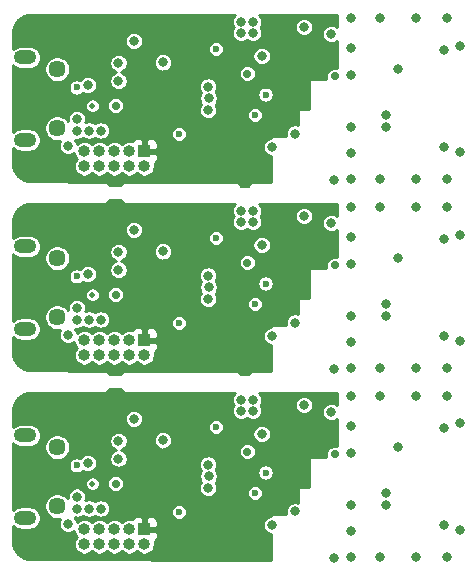
<source format=gbr>
G04 #@! TF.GenerationSoftware,KiCad,Pcbnew,(5.1.5)-3*
G04 #@! TF.CreationDate,2020-05-12T02:25:37+02:00*
G04 #@! TF.ProjectId,STRF,53545246-2e6b-4696-9361-645f70636258,rev?*
G04 #@! TF.SameCoordinates,Original*
G04 #@! TF.FileFunction,Copper,L3,Inr*
G04 #@! TF.FilePolarity,Positive*
%FSLAX46Y46*%
G04 Gerber Fmt 4.6, Leading zero omitted, Abs format (unit mm)*
G04 Created by KiCad (PCBNEW (5.1.5)-3) date 2020-05-12 02:25:37*
%MOMM*%
%LPD*%
G04 APERTURE LIST*
%ADD10C,1.450000*%
%ADD11O,1.900000X1.200000*%
%ADD12O,1.000000X1.000000*%
%ADD13R,1.000000X1.000000*%
%ADD14C,0.800000*%
%ADD15C,0.600000*%
%ADD16C,0.700000*%
%ADD17C,0.500000*%
%ADD18C,0.254000*%
G04 APERTURE END LIST*
D10*
X25412500Y-64000000D03*
X25412500Y-69000000D03*
D11*
X22712500Y-63000000D03*
X22712500Y-70000000D03*
D12*
X27720000Y-72220000D03*
X27720000Y-70950000D03*
X28990000Y-72220000D03*
X28990000Y-70950000D03*
X30260000Y-72220000D03*
X30260000Y-70950000D03*
X31530000Y-72220000D03*
X31530000Y-70950000D03*
X32800000Y-72220000D03*
D13*
X32800000Y-70950000D03*
D11*
X22712500Y-54000000D03*
X22712500Y-47000000D03*
D10*
X25412500Y-53000000D03*
X25412500Y-48000000D03*
D13*
X32800000Y-54950000D03*
D12*
X32800000Y-56220000D03*
X31530000Y-54950000D03*
X31530000Y-56220000D03*
X30260000Y-54950000D03*
X30260000Y-56220000D03*
X28990000Y-54950000D03*
X28990000Y-56220000D03*
X27720000Y-54950000D03*
X27720000Y-56220000D03*
X27720000Y-40220000D03*
X27720000Y-38950000D03*
X28990000Y-40220000D03*
X28990000Y-38950000D03*
X30260000Y-40220000D03*
X30260000Y-38950000D03*
X31530000Y-40220000D03*
X31530000Y-38950000D03*
X32800000Y-40220000D03*
D13*
X32800000Y-38950000D03*
D10*
X25412500Y-32000000D03*
X25412500Y-37000000D03*
D11*
X22712500Y-31000000D03*
X22712500Y-38000000D03*
D14*
X54300000Y-32025000D03*
D15*
X35715000Y-37485000D03*
D14*
X48625000Y-29025000D03*
X46300000Y-28425000D03*
X26325000Y-38500000D03*
X42725000Y-30875000D03*
X40975000Y-28925000D03*
X40975000Y-28000000D03*
X34350000Y-31425000D03*
X28000000Y-33350000D03*
X27075000Y-36200000D03*
X28100000Y-37200000D03*
X53250000Y-36900000D03*
X53250000Y-35900000D03*
X58200000Y-30400000D03*
X58200000Y-38600000D03*
X48850000Y-41350000D03*
X43600000Y-38600000D03*
X30600000Y-32975000D03*
X30600000Y-31475000D03*
D16*
X48900000Y-32600000D03*
D14*
X38225000Y-34475000D03*
X38200000Y-33475000D03*
X38200000Y-35475000D03*
X50250000Y-27700000D03*
X50250000Y-30200000D03*
X50250000Y-32500000D03*
X50250000Y-41300000D03*
X50250000Y-39075000D03*
X59500000Y-30000000D03*
X52750000Y-27700000D03*
X55750000Y-27700000D03*
X58400000Y-27700000D03*
X59500000Y-39000000D03*
X50250000Y-36900000D03*
D16*
X30350000Y-35100000D03*
D14*
X27075000Y-37200000D03*
X29100000Y-37200000D03*
D16*
X41500000Y-32375000D03*
D14*
X31900000Y-29600000D03*
X42000000Y-28000000D03*
X42000000Y-28925000D03*
X45550000Y-37450000D03*
X52750000Y-41300000D03*
X55750000Y-41300000D03*
X58400000Y-41300000D03*
X34350000Y-47425000D03*
X40975000Y-44000000D03*
X28000000Y-49350000D03*
X50250000Y-43700000D03*
X50250000Y-46200000D03*
X38200000Y-51475000D03*
X40975000Y-44925000D03*
X48850000Y-57350000D03*
X27075000Y-52200000D03*
X43600000Y-54600000D03*
X42725000Y-46875000D03*
X50250000Y-48500000D03*
X46300000Y-44425000D03*
X26325000Y-54500000D03*
X50250000Y-55075000D03*
X58200000Y-54600000D03*
X59500000Y-46000000D03*
X52750000Y-43700000D03*
X50250000Y-52900000D03*
D16*
X41500000Y-48375000D03*
X30350000Y-51100000D03*
D14*
X31900000Y-45600000D03*
X42000000Y-44925000D03*
X48625000Y-45025000D03*
X52750000Y-57300000D03*
X58400000Y-57300000D03*
X45550000Y-53450000D03*
X42000000Y-44000000D03*
X28100000Y-53200000D03*
X30600000Y-48975000D03*
X38200000Y-49475000D03*
X58400000Y-43700000D03*
X54300000Y-48025000D03*
X55750000Y-57300000D03*
X55750000Y-43700000D03*
X58200000Y-46400000D03*
X50250000Y-57300000D03*
X27075000Y-53200000D03*
X59500000Y-55000000D03*
X29100000Y-53200000D03*
X53250000Y-51900000D03*
X53250000Y-52900000D03*
X30600000Y-47475000D03*
D16*
X48900000Y-48600000D03*
D15*
X35715000Y-53485000D03*
D14*
X38225000Y-50475000D03*
X48850000Y-73350000D03*
X50250000Y-64500000D03*
X26325000Y-70500000D03*
X50250000Y-68900000D03*
X40975000Y-60000000D03*
X38200000Y-67475000D03*
X40975000Y-60925000D03*
X43600000Y-70600000D03*
X58200000Y-70600000D03*
X52750000Y-59700000D03*
X42725000Y-62875000D03*
X50250000Y-71075000D03*
X59500000Y-62000000D03*
X34350000Y-63425000D03*
X50250000Y-62200000D03*
X50250000Y-59700000D03*
X28000000Y-65350000D03*
X27075000Y-68200000D03*
X46300000Y-60425000D03*
D16*
X30350000Y-67100000D03*
D14*
X52750000Y-73300000D03*
X30600000Y-63475000D03*
X30600000Y-64975000D03*
X58400000Y-59700000D03*
X48625000Y-61025000D03*
X42000000Y-60000000D03*
X50250000Y-73300000D03*
X53250000Y-67900000D03*
X54300000Y-64025000D03*
X29100000Y-69200000D03*
X45550000Y-69450000D03*
D16*
X48900000Y-64600000D03*
D14*
X58200000Y-62400000D03*
D15*
X35715000Y-69485000D03*
D14*
X27075000Y-69200000D03*
X42000000Y-60925000D03*
X53250000Y-68900000D03*
X28100000Y-69200000D03*
X55750000Y-73300000D03*
X38225000Y-66475000D03*
X58400000Y-73300000D03*
X55750000Y-59700000D03*
X59500000Y-71000000D03*
D16*
X41500000Y-64375000D03*
D14*
X31900000Y-61600000D03*
X38200000Y-65475000D03*
D15*
X37250000Y-38700000D03*
X37200000Y-31100000D03*
D14*
X47575000Y-29025000D03*
D16*
X48650000Y-31725000D03*
D14*
X32700000Y-33350000D03*
X44750000Y-28425000D03*
X42925000Y-37550000D03*
X33575000Y-33350000D03*
X34450000Y-33350000D03*
X34450000Y-32475000D03*
D16*
X41175000Y-31525000D03*
D15*
X37250000Y-54700000D03*
X37200000Y-47100000D03*
D14*
X33575000Y-49350000D03*
X42925000Y-53550000D03*
X32700000Y-49350000D03*
D16*
X41175000Y-47525000D03*
D14*
X34450000Y-49350000D03*
X44750000Y-44425000D03*
D16*
X48650000Y-47725000D03*
D14*
X47575000Y-45025000D03*
X34450000Y-48475000D03*
D15*
X37250000Y-70700000D03*
D14*
X33575000Y-65350000D03*
X44750000Y-60425000D03*
D16*
X48650000Y-63725000D03*
D14*
X47575000Y-61025000D03*
X34450000Y-64475000D03*
D16*
X41175000Y-63525000D03*
D15*
X37200000Y-63100000D03*
D14*
X42925000Y-69550000D03*
X32700000Y-65350000D03*
X34450000Y-65350000D03*
D15*
X38866275Y-30282975D03*
X38866275Y-46282975D03*
X38866275Y-62282975D03*
D17*
X28400000Y-35100000D03*
D15*
X27050000Y-33550000D03*
D17*
X28400000Y-51100000D03*
D15*
X27050000Y-49550000D03*
D17*
X28400000Y-67100000D03*
D15*
X27050000Y-65550000D03*
X43050000Y-34150000D03*
X42145420Y-35871685D03*
X43050000Y-50150000D03*
X42145420Y-51871685D03*
X43050000Y-66150000D03*
X42145420Y-67871685D03*
D18*
G36*
X40368358Y-27502141D02*
G01*
X40282887Y-27630058D01*
X40224013Y-27772191D01*
X40194000Y-27923078D01*
X40194000Y-28076922D01*
X40224013Y-28227809D01*
X40282887Y-28369942D01*
X40344732Y-28462500D01*
X40282887Y-28555058D01*
X40224013Y-28697191D01*
X40194000Y-28848078D01*
X40194000Y-29001922D01*
X40224013Y-29152809D01*
X40282887Y-29294942D01*
X40368358Y-29422859D01*
X40477141Y-29531642D01*
X40605058Y-29617113D01*
X40747191Y-29675987D01*
X40898078Y-29706000D01*
X41051922Y-29706000D01*
X41202809Y-29675987D01*
X41344942Y-29617113D01*
X41472859Y-29531642D01*
X41487500Y-29517001D01*
X41502141Y-29531642D01*
X41630058Y-29617113D01*
X41772191Y-29675987D01*
X41923078Y-29706000D01*
X42076922Y-29706000D01*
X42227809Y-29675987D01*
X42369942Y-29617113D01*
X42497859Y-29531642D01*
X42606642Y-29422859D01*
X42692113Y-29294942D01*
X42750987Y-29152809D01*
X42781000Y-29001922D01*
X42781000Y-28848078D01*
X42750987Y-28697191D01*
X42692113Y-28555058D01*
X42630268Y-28462500D01*
X42692113Y-28369942D01*
X42701169Y-28348078D01*
X45519000Y-28348078D01*
X45519000Y-28501922D01*
X45549013Y-28652809D01*
X45607887Y-28794942D01*
X45693358Y-28922859D01*
X45802141Y-29031642D01*
X45930058Y-29117113D01*
X46072191Y-29175987D01*
X46223078Y-29206000D01*
X46376922Y-29206000D01*
X46527809Y-29175987D01*
X46669942Y-29117113D01*
X46797859Y-29031642D01*
X46906642Y-28922859D01*
X46992113Y-28794942D01*
X47050987Y-28652809D01*
X47081000Y-28501922D01*
X47081000Y-28348078D01*
X47050987Y-28197191D01*
X46992113Y-28055058D01*
X46906642Y-27927141D01*
X46797859Y-27818358D01*
X46669942Y-27732887D01*
X46527809Y-27674013D01*
X46376922Y-27644000D01*
X46223078Y-27644000D01*
X46072191Y-27674013D01*
X45930058Y-27732887D01*
X45802141Y-27818358D01*
X45693358Y-27927141D01*
X45607887Y-28055058D01*
X45549013Y-28197191D01*
X45519000Y-28348078D01*
X42701169Y-28348078D01*
X42750987Y-28227809D01*
X42781000Y-28076922D01*
X42781000Y-27923078D01*
X42750987Y-27772191D01*
X42692113Y-27630058D01*
X42606642Y-27502141D01*
X42510501Y-27406000D01*
X49123000Y-27406000D01*
X49123000Y-28418499D01*
X49122859Y-28418358D01*
X48994942Y-28332887D01*
X48852809Y-28274013D01*
X48701922Y-28244000D01*
X48548078Y-28244000D01*
X48397191Y-28274013D01*
X48255058Y-28332887D01*
X48127141Y-28418358D01*
X48018358Y-28527141D01*
X47932887Y-28655058D01*
X47874013Y-28797191D01*
X47844000Y-28948078D01*
X47844000Y-29101922D01*
X47874013Y-29252809D01*
X47932887Y-29394942D01*
X48018358Y-29522859D01*
X48127141Y-29631642D01*
X48255058Y-29717113D01*
X48397191Y-29775987D01*
X48548078Y-29806000D01*
X48701922Y-29806000D01*
X48852809Y-29775987D01*
X48994942Y-29717113D01*
X49122859Y-29631642D01*
X49123000Y-29631501D01*
X49123000Y-31901141D01*
X49113225Y-31897092D01*
X48971997Y-31869000D01*
X48828003Y-31869000D01*
X48686775Y-31897092D01*
X48553742Y-31952196D01*
X48434015Y-32032195D01*
X48332195Y-32134015D01*
X48252196Y-32253742D01*
X48197092Y-32386775D01*
X48169000Y-32528003D01*
X48169000Y-32671997D01*
X48197092Y-32813225D01*
X48211496Y-32848000D01*
X46850000Y-32848000D01*
X46825224Y-32850440D01*
X46801399Y-32857667D01*
X46779443Y-32869403D01*
X46760197Y-32885197D01*
X46744403Y-32904443D01*
X46732667Y-32926399D01*
X46725440Y-32950224D01*
X46723000Y-32975000D01*
X46723000Y-35350356D01*
X45900364Y-35348001D01*
X45875580Y-35350370D01*
X45851735Y-35357529D01*
X45829745Y-35369202D01*
X45810455Y-35384941D01*
X45794606Y-35404141D01*
X45782807Y-35426063D01*
X45775512Y-35449867D01*
X45773000Y-35475000D01*
X45773000Y-36698056D01*
X45626922Y-36669000D01*
X45473078Y-36669000D01*
X45322191Y-36699013D01*
X45180058Y-36757887D01*
X45052141Y-36843358D01*
X44943358Y-36952141D01*
X44857887Y-37080058D01*
X44799013Y-37222191D01*
X44769000Y-37373078D01*
X44769000Y-37526922D01*
X44798056Y-37673000D01*
X43600000Y-37673000D01*
X43575224Y-37675440D01*
X43551399Y-37682667D01*
X43529443Y-37694403D01*
X43510197Y-37710197D01*
X43494403Y-37729443D01*
X43482667Y-37751399D01*
X43475440Y-37775224D01*
X43473000Y-37800000D01*
X43473000Y-37828961D01*
X43372191Y-37849013D01*
X43230058Y-37907887D01*
X43102141Y-37993358D01*
X42993358Y-38102141D01*
X42907887Y-38230058D01*
X42849013Y-38372191D01*
X42819000Y-38523078D01*
X42819000Y-38676922D01*
X42849013Y-38827809D01*
X42907887Y-38969942D01*
X42993358Y-39097859D01*
X43102141Y-39206642D01*
X43230058Y-39292113D01*
X43372191Y-39350987D01*
X43473000Y-39371039D01*
X43473000Y-41548545D01*
X42020572Y-41544062D01*
X42000000Y-41542036D01*
X41960601Y-41545917D01*
X41921646Y-41549632D01*
X41921044Y-41549813D01*
X41920410Y-41549875D01*
X41882557Y-41561358D01*
X41845044Y-41572610D01*
X41844487Y-41572906D01*
X41843879Y-41573090D01*
X41808909Y-41591782D01*
X41774396Y-41610093D01*
X41773911Y-41610489D01*
X41773347Y-41610790D01*
X41742635Y-41635995D01*
X41712418Y-41660638D01*
X41712018Y-41661122D01*
X41711526Y-41661526D01*
X41686413Y-41692127D01*
X41661492Y-41722302D01*
X41661193Y-41722856D01*
X41660790Y-41723348D01*
X41642177Y-41758171D01*
X41623574Y-41792717D01*
X41623389Y-41793321D01*
X41623090Y-41793880D01*
X41611640Y-41831627D01*
X41605858Y-41850477D01*
X40944074Y-41850397D01*
X40927429Y-41794854D01*
X40889965Y-41724197D01*
X40839436Y-41662207D01*
X40777785Y-41611264D01*
X40707379Y-41573329D01*
X40630926Y-41549858D01*
X40571297Y-41543783D01*
X40567612Y-41543771D01*
X40550000Y-41542036D01*
X40533544Y-41543657D01*
X31220622Y-41512522D01*
X31200000Y-41510491D01*
X31160718Y-41514360D01*
X31121749Y-41518067D01*
X31121097Y-41518262D01*
X31120411Y-41518330D01*
X31082612Y-41529796D01*
X31045140Y-41541026D01*
X31044537Y-41541346D01*
X31043880Y-41541545D01*
X31009094Y-41560138D01*
X30974483Y-41578490D01*
X30973954Y-41578921D01*
X30973348Y-41579245D01*
X30942836Y-41604286D01*
X30912493Y-41629019D01*
X30912059Y-41629545D01*
X30911527Y-41629981D01*
X30886546Y-41660420D01*
X30861550Y-41690670D01*
X30861225Y-41691273D01*
X30860791Y-41691802D01*
X30842270Y-41726452D01*
X30823615Y-41761075D01*
X30823414Y-41761730D01*
X30823091Y-41762334D01*
X30811690Y-41799920D01*
X30800144Y-41837528D01*
X30800074Y-41838211D01*
X30799876Y-41838865D01*
X30798862Y-41849160D01*
X29801245Y-41849039D01*
X29800300Y-41839153D01*
X29800130Y-41838586D01*
X29800071Y-41837989D01*
X29788567Y-41800070D01*
X29777304Y-41762556D01*
X29777026Y-41762032D01*
X29776852Y-41761459D01*
X29758197Y-41726562D01*
X29739806Y-41691916D01*
X29739431Y-41691456D01*
X29739149Y-41690929D01*
X29714146Y-41660467D01*
X29689248Y-41629950D01*
X29688787Y-41629570D01*
X29688410Y-41629110D01*
X29657998Y-41604153D01*
X29627572Y-41579037D01*
X29627047Y-41578754D01*
X29626587Y-41578377D01*
X29591778Y-41559773D01*
X29557148Y-41541136D01*
X29556581Y-41540962D01*
X29556053Y-41540680D01*
X29518260Y-41529218D01*
X29480684Y-41517702D01*
X29480091Y-41517642D01*
X29479521Y-41517469D01*
X29440446Y-41513622D01*
X29421052Y-41511656D01*
X29420454Y-41511654D01*
X29399932Y-41509634D01*
X29380585Y-41511540D01*
X23270437Y-41494057D01*
X22940770Y-41461733D01*
X22643316Y-41371926D01*
X22368975Y-41226056D01*
X22128187Y-41029675D01*
X21930129Y-40790265D01*
X21782346Y-40516948D01*
X21690465Y-40220128D01*
X21656000Y-39892218D01*
X21656000Y-38685486D01*
X21665472Y-38697028D01*
X21814849Y-38819618D01*
X21985271Y-38910711D01*
X22170190Y-38966805D01*
X22314313Y-38981000D01*
X23110687Y-38981000D01*
X23254810Y-38966805D01*
X23439729Y-38910711D01*
X23610151Y-38819618D01*
X23759528Y-38697028D01*
X23882118Y-38547651D01*
X23973211Y-38377229D01*
X24029305Y-38192310D01*
X24048246Y-38000000D01*
X24029305Y-37807690D01*
X23973211Y-37622771D01*
X23882118Y-37452349D01*
X23759528Y-37302972D01*
X23610151Y-37180382D01*
X23439729Y-37089289D01*
X23254810Y-37033195D01*
X23110687Y-37019000D01*
X22314313Y-37019000D01*
X22170190Y-37033195D01*
X21985271Y-37089289D01*
X21814849Y-37180382D01*
X21665472Y-37302972D01*
X21656000Y-37314514D01*
X21656000Y-36891069D01*
X24306500Y-36891069D01*
X24306500Y-37108931D01*
X24349003Y-37322608D01*
X24432376Y-37523887D01*
X24553414Y-37705034D01*
X24707466Y-37859086D01*
X24888613Y-37980124D01*
X25089892Y-38063497D01*
X25303569Y-38106000D01*
X25521431Y-38106000D01*
X25668510Y-38076744D01*
X25632887Y-38130058D01*
X25574013Y-38272191D01*
X25544000Y-38423078D01*
X25544000Y-38576922D01*
X25574013Y-38727809D01*
X25632887Y-38869942D01*
X25718358Y-38997859D01*
X25827141Y-39106642D01*
X25955058Y-39192113D01*
X26097191Y-39250987D01*
X26248078Y-39281000D01*
X26401922Y-39281000D01*
X26552809Y-39250987D01*
X26694942Y-39192113D01*
X26822859Y-39106642D01*
X26847914Y-39081587D01*
X26872856Y-39206978D01*
X26939268Y-39367310D01*
X27035682Y-39511605D01*
X27109077Y-39585000D01*
X27035682Y-39658395D01*
X26939268Y-39802690D01*
X26872856Y-39963022D01*
X26839000Y-40133229D01*
X26839000Y-40306771D01*
X26872856Y-40476978D01*
X26939268Y-40637310D01*
X27035682Y-40781605D01*
X27158395Y-40904318D01*
X27302690Y-41000732D01*
X27463022Y-41067144D01*
X27633229Y-41101000D01*
X27806771Y-41101000D01*
X27976978Y-41067144D01*
X28137310Y-41000732D01*
X28281605Y-40904318D01*
X28355000Y-40830923D01*
X28428395Y-40904318D01*
X28572690Y-41000732D01*
X28733022Y-41067144D01*
X28903229Y-41101000D01*
X29076771Y-41101000D01*
X29246978Y-41067144D01*
X29407310Y-41000732D01*
X29551605Y-40904318D01*
X29625000Y-40830923D01*
X29698395Y-40904318D01*
X29842690Y-41000732D01*
X30003022Y-41067144D01*
X30173229Y-41101000D01*
X30346771Y-41101000D01*
X30516978Y-41067144D01*
X30677310Y-41000732D01*
X30821605Y-40904318D01*
X30895000Y-40830923D01*
X30968395Y-40904318D01*
X31112690Y-41000732D01*
X31273022Y-41067144D01*
X31443229Y-41101000D01*
X31616771Y-41101000D01*
X31786978Y-41067144D01*
X31947310Y-41000732D01*
X32091605Y-40904318D01*
X32165000Y-40830923D01*
X32238395Y-40904318D01*
X32382690Y-41000732D01*
X32543022Y-41067144D01*
X32713229Y-41101000D01*
X32886771Y-41101000D01*
X33056978Y-41067144D01*
X33217310Y-41000732D01*
X33361605Y-40904318D01*
X33484318Y-40781605D01*
X33580732Y-40637310D01*
X33647144Y-40476978D01*
X33681000Y-40306771D01*
X33681000Y-40133229D01*
X33650999Y-39982405D01*
X33654494Y-39980537D01*
X33751185Y-39901185D01*
X33830537Y-39804494D01*
X33889502Y-39694180D01*
X33925812Y-39574482D01*
X33938072Y-39450000D01*
X33935000Y-39235750D01*
X33776250Y-39077000D01*
X32927000Y-39077000D01*
X32927000Y-39097000D01*
X32673000Y-39097000D01*
X32673000Y-39077000D01*
X32653000Y-39077000D01*
X32653000Y-38823000D01*
X32673000Y-38823000D01*
X32673000Y-37973750D01*
X32927000Y-37973750D01*
X32927000Y-38823000D01*
X33776250Y-38823000D01*
X33935000Y-38664250D01*
X33938072Y-38450000D01*
X33925812Y-38325518D01*
X33889502Y-38205820D01*
X33830537Y-38095506D01*
X33751185Y-37998815D01*
X33654494Y-37919463D01*
X33544180Y-37860498D01*
X33424482Y-37824188D01*
X33300000Y-37811928D01*
X33085750Y-37815000D01*
X32927000Y-37973750D01*
X32673000Y-37973750D01*
X32514250Y-37815000D01*
X32300000Y-37811928D01*
X32175518Y-37824188D01*
X32055820Y-37860498D01*
X31945506Y-37919463D01*
X31848815Y-37998815D01*
X31769463Y-38095506D01*
X31767595Y-38099001D01*
X31616771Y-38069000D01*
X31443229Y-38069000D01*
X31273022Y-38102856D01*
X31112690Y-38169268D01*
X30968395Y-38265682D01*
X30895000Y-38339077D01*
X30821605Y-38265682D01*
X30677310Y-38169268D01*
X30516978Y-38102856D01*
X30346771Y-38069000D01*
X30173229Y-38069000D01*
X30003022Y-38102856D01*
X29842690Y-38169268D01*
X29698395Y-38265682D01*
X29625000Y-38339077D01*
X29551605Y-38265682D01*
X29407310Y-38169268D01*
X29246978Y-38102856D01*
X29076771Y-38069000D01*
X28903229Y-38069000D01*
X28733022Y-38102856D01*
X28572690Y-38169268D01*
X28428395Y-38265682D01*
X28355000Y-38339077D01*
X28281605Y-38265682D01*
X28137310Y-38169268D01*
X27976978Y-38102856D01*
X27806771Y-38069000D01*
X27633229Y-38069000D01*
X27463022Y-38102856D01*
X27302690Y-38169268D01*
X27158395Y-38265682D01*
X27088579Y-38335498D01*
X27075987Y-38272191D01*
X27017113Y-38130058D01*
X26931642Y-38002141D01*
X26888756Y-37959255D01*
X26998078Y-37981000D01*
X27151922Y-37981000D01*
X27302809Y-37950987D01*
X27444942Y-37892113D01*
X27572859Y-37806642D01*
X27587500Y-37792001D01*
X27602141Y-37806642D01*
X27730058Y-37892113D01*
X27872191Y-37950987D01*
X28023078Y-37981000D01*
X28176922Y-37981000D01*
X28327809Y-37950987D01*
X28469942Y-37892113D01*
X28597859Y-37806642D01*
X28600000Y-37804501D01*
X28602141Y-37806642D01*
X28730058Y-37892113D01*
X28872191Y-37950987D01*
X29023078Y-37981000D01*
X29176922Y-37981000D01*
X29327809Y-37950987D01*
X29469942Y-37892113D01*
X29597859Y-37806642D01*
X29706642Y-37697859D01*
X29792113Y-37569942D01*
X29850987Y-37427809D01*
X29852952Y-37417927D01*
X35034000Y-37417927D01*
X35034000Y-37552073D01*
X35060171Y-37683640D01*
X35111506Y-37807574D01*
X35186033Y-37919112D01*
X35280888Y-38013967D01*
X35392426Y-38088494D01*
X35516360Y-38139829D01*
X35647927Y-38166000D01*
X35782073Y-38166000D01*
X35913640Y-38139829D01*
X36037574Y-38088494D01*
X36149112Y-38013967D01*
X36243967Y-37919112D01*
X36318494Y-37807574D01*
X36369829Y-37683640D01*
X36396000Y-37552073D01*
X36396000Y-37417927D01*
X36369829Y-37286360D01*
X36318494Y-37162426D01*
X36243967Y-37050888D01*
X36149112Y-36956033D01*
X36037574Y-36881506D01*
X35913640Y-36830171D01*
X35782073Y-36804000D01*
X35647927Y-36804000D01*
X35516360Y-36830171D01*
X35392426Y-36881506D01*
X35280888Y-36956033D01*
X35186033Y-37050888D01*
X35111506Y-37162426D01*
X35060171Y-37286360D01*
X35034000Y-37417927D01*
X29852952Y-37417927D01*
X29881000Y-37276922D01*
X29881000Y-37123078D01*
X29850987Y-36972191D01*
X29792113Y-36830058D01*
X29706642Y-36702141D01*
X29597859Y-36593358D01*
X29469942Y-36507887D01*
X29327809Y-36449013D01*
X29176922Y-36419000D01*
X29023078Y-36419000D01*
X28872191Y-36449013D01*
X28730058Y-36507887D01*
X28602141Y-36593358D01*
X28600000Y-36595499D01*
X28597859Y-36593358D01*
X28469942Y-36507887D01*
X28327809Y-36449013D01*
X28176922Y-36419000D01*
X28023078Y-36419000D01*
X27872191Y-36449013D01*
X27805815Y-36476507D01*
X27825987Y-36427809D01*
X27856000Y-36276922D01*
X27856000Y-36123078D01*
X27825987Y-35972191D01*
X27767113Y-35830058D01*
X27681642Y-35702141D01*
X27572859Y-35593358D01*
X27444942Y-35507887D01*
X27302809Y-35449013D01*
X27151922Y-35419000D01*
X26998078Y-35419000D01*
X26847191Y-35449013D01*
X26705058Y-35507887D01*
X26577141Y-35593358D01*
X26468358Y-35702141D01*
X26382887Y-35830058D01*
X26324013Y-35972191D01*
X26294000Y-36123078D01*
X26294000Y-36276922D01*
X26308611Y-36350378D01*
X26271586Y-36294966D01*
X26117534Y-36140914D01*
X25936387Y-36019876D01*
X25735108Y-35936503D01*
X25521431Y-35894000D01*
X25303569Y-35894000D01*
X25089892Y-35936503D01*
X24888613Y-36019876D01*
X24707466Y-36140914D01*
X24553414Y-36294966D01*
X24432376Y-36476113D01*
X24349003Y-36677392D01*
X24306500Y-36891069D01*
X21656000Y-36891069D01*
X21656000Y-35037852D01*
X27769000Y-35037852D01*
X27769000Y-35162148D01*
X27793249Y-35284056D01*
X27840815Y-35398891D01*
X27909870Y-35502239D01*
X27997761Y-35590130D01*
X28101109Y-35659185D01*
X28215944Y-35706751D01*
X28337852Y-35731000D01*
X28462148Y-35731000D01*
X28584056Y-35706751D01*
X28698891Y-35659185D01*
X28802239Y-35590130D01*
X28890130Y-35502239D01*
X28959185Y-35398891D01*
X29006751Y-35284056D01*
X29031000Y-35162148D01*
X29031000Y-35037852D01*
X29029041Y-35028003D01*
X29619000Y-35028003D01*
X29619000Y-35171997D01*
X29647092Y-35313225D01*
X29702196Y-35446258D01*
X29782195Y-35565985D01*
X29884015Y-35667805D01*
X30003742Y-35747804D01*
X30136775Y-35802908D01*
X30278003Y-35831000D01*
X30421997Y-35831000D01*
X30563225Y-35802908D01*
X30696258Y-35747804D01*
X30815985Y-35667805D01*
X30917805Y-35565985D01*
X30997804Y-35446258D01*
X31052908Y-35313225D01*
X31081000Y-35171997D01*
X31081000Y-35028003D01*
X31052908Y-34886775D01*
X30997804Y-34753742D01*
X30917805Y-34634015D01*
X30815985Y-34532195D01*
X30696258Y-34452196D01*
X30563225Y-34397092D01*
X30421997Y-34369000D01*
X30278003Y-34369000D01*
X30136775Y-34397092D01*
X30003742Y-34452196D01*
X29884015Y-34532195D01*
X29782195Y-34634015D01*
X29702196Y-34753742D01*
X29647092Y-34886775D01*
X29619000Y-35028003D01*
X29029041Y-35028003D01*
X29006751Y-34915944D01*
X28959185Y-34801109D01*
X28890130Y-34697761D01*
X28802239Y-34609870D01*
X28698891Y-34540815D01*
X28584056Y-34493249D01*
X28462148Y-34469000D01*
X28337852Y-34469000D01*
X28215944Y-34493249D01*
X28101109Y-34540815D01*
X27997761Y-34609870D01*
X27909870Y-34697761D01*
X27840815Y-34801109D01*
X27793249Y-34915944D01*
X27769000Y-35037852D01*
X21656000Y-35037852D01*
X21656000Y-33482927D01*
X26369000Y-33482927D01*
X26369000Y-33617073D01*
X26395171Y-33748640D01*
X26446506Y-33872574D01*
X26521033Y-33984112D01*
X26615888Y-34078967D01*
X26727426Y-34153494D01*
X26851360Y-34204829D01*
X26982927Y-34231000D01*
X27117073Y-34231000D01*
X27248640Y-34204829D01*
X27372574Y-34153494D01*
X27484112Y-34078967D01*
X27564662Y-33998417D01*
X27630058Y-34042113D01*
X27772191Y-34100987D01*
X27923078Y-34131000D01*
X28076922Y-34131000D01*
X28227809Y-34100987D01*
X28369942Y-34042113D01*
X28497859Y-33956642D01*
X28606642Y-33847859D01*
X28692113Y-33719942D01*
X28750987Y-33577809D01*
X28781000Y-33426922D01*
X28781000Y-33273078D01*
X28750987Y-33122191D01*
X28692113Y-32980058D01*
X28606642Y-32852141D01*
X28497859Y-32743358D01*
X28369942Y-32657887D01*
X28227809Y-32599013D01*
X28076922Y-32569000D01*
X27923078Y-32569000D01*
X27772191Y-32599013D01*
X27630058Y-32657887D01*
X27502141Y-32743358D01*
X27393358Y-32852141D01*
X27339468Y-32932793D01*
X27248640Y-32895171D01*
X27117073Y-32869000D01*
X26982927Y-32869000D01*
X26851360Y-32895171D01*
X26727426Y-32946506D01*
X26615888Y-33021033D01*
X26521033Y-33115888D01*
X26446506Y-33227426D01*
X26395171Y-33351360D01*
X26369000Y-33482927D01*
X21656000Y-33482927D01*
X21656000Y-31685486D01*
X21665472Y-31697028D01*
X21814849Y-31819618D01*
X21985271Y-31910711D01*
X22170190Y-31966805D01*
X22314313Y-31981000D01*
X23110687Y-31981000D01*
X23254810Y-31966805D01*
X23439729Y-31910711D01*
X23476476Y-31891069D01*
X24306500Y-31891069D01*
X24306500Y-32108931D01*
X24349003Y-32322608D01*
X24432376Y-32523887D01*
X24553414Y-32705034D01*
X24707466Y-32859086D01*
X24888613Y-32980124D01*
X25089892Y-33063497D01*
X25303569Y-33106000D01*
X25521431Y-33106000D01*
X25735108Y-33063497D01*
X25936387Y-32980124D01*
X26117534Y-32859086D01*
X26271586Y-32705034D01*
X26392624Y-32523887D01*
X26475997Y-32322608D01*
X26518500Y-32108931D01*
X26518500Y-31891069D01*
X26475997Y-31677392D01*
X26392624Y-31476113D01*
X26340483Y-31398078D01*
X29819000Y-31398078D01*
X29819000Y-31551922D01*
X29849013Y-31702809D01*
X29907887Y-31844942D01*
X29993358Y-31972859D01*
X30102141Y-32081642D01*
X30230058Y-32167113D01*
X30369808Y-32225000D01*
X30230058Y-32282887D01*
X30102141Y-32368358D01*
X29993358Y-32477141D01*
X29907887Y-32605058D01*
X29849013Y-32747191D01*
X29819000Y-32898078D01*
X29819000Y-33051922D01*
X29849013Y-33202809D01*
X29907887Y-33344942D01*
X29993358Y-33472859D01*
X30102141Y-33581642D01*
X30230058Y-33667113D01*
X30372191Y-33725987D01*
X30523078Y-33756000D01*
X30676922Y-33756000D01*
X30827809Y-33725987D01*
X30969942Y-33667113D01*
X31097859Y-33581642D01*
X31206642Y-33472859D01*
X31256608Y-33398078D01*
X37419000Y-33398078D01*
X37419000Y-33551922D01*
X37449013Y-33702809D01*
X37507887Y-33844942D01*
X37593358Y-33972859D01*
X37610060Y-33989561D01*
X37532887Y-34105058D01*
X37474013Y-34247191D01*
X37444000Y-34398078D01*
X37444000Y-34551922D01*
X37474013Y-34702809D01*
X37532887Y-34844942D01*
X37610060Y-34960439D01*
X37593358Y-34977141D01*
X37507887Y-35105058D01*
X37449013Y-35247191D01*
X37419000Y-35398078D01*
X37419000Y-35551922D01*
X37449013Y-35702809D01*
X37507887Y-35844942D01*
X37593358Y-35972859D01*
X37702141Y-36081642D01*
X37830058Y-36167113D01*
X37972191Y-36225987D01*
X38123078Y-36256000D01*
X38276922Y-36256000D01*
X38427809Y-36225987D01*
X38569942Y-36167113D01*
X38697859Y-36081642D01*
X38806642Y-35972859D01*
X38892113Y-35844942D01*
X38908818Y-35804612D01*
X41464420Y-35804612D01*
X41464420Y-35938758D01*
X41490591Y-36070325D01*
X41541926Y-36194259D01*
X41616453Y-36305797D01*
X41711308Y-36400652D01*
X41822846Y-36475179D01*
X41946780Y-36526514D01*
X42078347Y-36552685D01*
X42212493Y-36552685D01*
X42344060Y-36526514D01*
X42467994Y-36475179D01*
X42579532Y-36400652D01*
X42674387Y-36305797D01*
X42748914Y-36194259D01*
X42800249Y-36070325D01*
X42826420Y-35938758D01*
X42826420Y-35804612D01*
X42800249Y-35673045D01*
X42748914Y-35549111D01*
X42674387Y-35437573D01*
X42579532Y-35342718D01*
X42467994Y-35268191D01*
X42344060Y-35216856D01*
X42212493Y-35190685D01*
X42078347Y-35190685D01*
X41946780Y-35216856D01*
X41822846Y-35268191D01*
X41711308Y-35342718D01*
X41616453Y-35437573D01*
X41541926Y-35549111D01*
X41490591Y-35673045D01*
X41464420Y-35804612D01*
X38908818Y-35804612D01*
X38950987Y-35702809D01*
X38981000Y-35551922D01*
X38981000Y-35398078D01*
X38950987Y-35247191D01*
X38892113Y-35105058D01*
X38814940Y-34989561D01*
X38831642Y-34972859D01*
X38917113Y-34844942D01*
X38975987Y-34702809D01*
X39006000Y-34551922D01*
X39006000Y-34398078D01*
X38975987Y-34247191D01*
X38917113Y-34105058D01*
X38902326Y-34082927D01*
X42369000Y-34082927D01*
X42369000Y-34217073D01*
X42395171Y-34348640D01*
X42446506Y-34472574D01*
X42521033Y-34584112D01*
X42615888Y-34678967D01*
X42727426Y-34753494D01*
X42851360Y-34804829D01*
X42982927Y-34831000D01*
X43117073Y-34831000D01*
X43248640Y-34804829D01*
X43372574Y-34753494D01*
X43484112Y-34678967D01*
X43578967Y-34584112D01*
X43653494Y-34472574D01*
X43704829Y-34348640D01*
X43731000Y-34217073D01*
X43731000Y-34082927D01*
X43704829Y-33951360D01*
X43653494Y-33827426D01*
X43578967Y-33715888D01*
X43484112Y-33621033D01*
X43372574Y-33546506D01*
X43248640Y-33495171D01*
X43117073Y-33469000D01*
X42982927Y-33469000D01*
X42851360Y-33495171D01*
X42727426Y-33546506D01*
X42615888Y-33621033D01*
X42521033Y-33715888D01*
X42446506Y-33827426D01*
X42395171Y-33951360D01*
X42369000Y-34082927D01*
X38902326Y-34082927D01*
X38831642Y-33977141D01*
X38814940Y-33960439D01*
X38892113Y-33844942D01*
X38950987Y-33702809D01*
X38981000Y-33551922D01*
X38981000Y-33398078D01*
X38950987Y-33247191D01*
X38892113Y-33105058D01*
X38806642Y-32977141D01*
X38697859Y-32868358D01*
X38569942Y-32782887D01*
X38427809Y-32724013D01*
X38276922Y-32694000D01*
X38123078Y-32694000D01*
X37972191Y-32724013D01*
X37830058Y-32782887D01*
X37702141Y-32868358D01*
X37593358Y-32977141D01*
X37507887Y-33105058D01*
X37449013Y-33247191D01*
X37419000Y-33398078D01*
X31256608Y-33398078D01*
X31292113Y-33344942D01*
X31350987Y-33202809D01*
X31381000Y-33051922D01*
X31381000Y-32898078D01*
X31350987Y-32747191D01*
X31292113Y-32605058D01*
X31206642Y-32477141D01*
X31097859Y-32368358D01*
X31000048Y-32303003D01*
X40769000Y-32303003D01*
X40769000Y-32446997D01*
X40797092Y-32588225D01*
X40852196Y-32721258D01*
X40932195Y-32840985D01*
X41034015Y-32942805D01*
X41153742Y-33022804D01*
X41286775Y-33077908D01*
X41428003Y-33106000D01*
X41571997Y-33106000D01*
X41713225Y-33077908D01*
X41846258Y-33022804D01*
X41965985Y-32942805D01*
X42067805Y-32840985D01*
X42147804Y-32721258D01*
X42202908Y-32588225D01*
X42231000Y-32446997D01*
X42231000Y-32303003D01*
X42202908Y-32161775D01*
X42147804Y-32028742D01*
X42067805Y-31909015D01*
X41965985Y-31807195D01*
X41846258Y-31727196D01*
X41713225Y-31672092D01*
X41571997Y-31644000D01*
X41428003Y-31644000D01*
X41286775Y-31672092D01*
X41153742Y-31727196D01*
X41034015Y-31807195D01*
X40932195Y-31909015D01*
X40852196Y-32028742D01*
X40797092Y-32161775D01*
X40769000Y-32303003D01*
X31000048Y-32303003D01*
X30969942Y-32282887D01*
X30830192Y-32225000D01*
X30969942Y-32167113D01*
X31097859Y-32081642D01*
X31206642Y-31972859D01*
X31292113Y-31844942D01*
X31350987Y-31702809D01*
X31381000Y-31551922D01*
X31381000Y-31398078D01*
X31371055Y-31348078D01*
X33569000Y-31348078D01*
X33569000Y-31501922D01*
X33599013Y-31652809D01*
X33657887Y-31794942D01*
X33743358Y-31922859D01*
X33852141Y-32031642D01*
X33980058Y-32117113D01*
X34122191Y-32175987D01*
X34273078Y-32206000D01*
X34426922Y-32206000D01*
X34577809Y-32175987D01*
X34719942Y-32117113D01*
X34847859Y-32031642D01*
X34956642Y-31922859D01*
X35042113Y-31794942D01*
X35100987Y-31652809D01*
X35131000Y-31501922D01*
X35131000Y-31348078D01*
X35100987Y-31197191D01*
X35042113Y-31055058D01*
X34956642Y-30927141D01*
X34847859Y-30818358D01*
X34719942Y-30732887D01*
X34577809Y-30674013D01*
X34426922Y-30644000D01*
X34273078Y-30644000D01*
X34122191Y-30674013D01*
X33980058Y-30732887D01*
X33852141Y-30818358D01*
X33743358Y-30927141D01*
X33657887Y-31055058D01*
X33599013Y-31197191D01*
X33569000Y-31348078D01*
X31371055Y-31348078D01*
X31350987Y-31247191D01*
X31292113Y-31105058D01*
X31206642Y-30977141D01*
X31097859Y-30868358D01*
X30969942Y-30782887D01*
X30827809Y-30724013D01*
X30676922Y-30694000D01*
X30523078Y-30694000D01*
X30372191Y-30724013D01*
X30230058Y-30782887D01*
X30102141Y-30868358D01*
X29993358Y-30977141D01*
X29907887Y-31105058D01*
X29849013Y-31247191D01*
X29819000Y-31398078D01*
X26340483Y-31398078D01*
X26271586Y-31294966D01*
X26117534Y-31140914D01*
X25936387Y-31019876D01*
X25735108Y-30936503D01*
X25521431Y-30894000D01*
X25303569Y-30894000D01*
X25089892Y-30936503D01*
X24888613Y-31019876D01*
X24707466Y-31140914D01*
X24553414Y-31294966D01*
X24432376Y-31476113D01*
X24349003Y-31677392D01*
X24306500Y-31891069D01*
X23476476Y-31891069D01*
X23610151Y-31819618D01*
X23759528Y-31697028D01*
X23882118Y-31547651D01*
X23973211Y-31377229D01*
X24029305Y-31192310D01*
X24048246Y-31000000D01*
X24029305Y-30807690D01*
X23973211Y-30622771D01*
X23882118Y-30452349D01*
X23759528Y-30302972D01*
X23610151Y-30180382D01*
X23439729Y-30089289D01*
X23254810Y-30033195D01*
X23110687Y-30019000D01*
X22314313Y-30019000D01*
X22170190Y-30033195D01*
X21985271Y-30089289D01*
X21814849Y-30180382D01*
X21665472Y-30302972D01*
X21656000Y-30314514D01*
X21656000Y-29523078D01*
X31119000Y-29523078D01*
X31119000Y-29676922D01*
X31149013Y-29827809D01*
X31207887Y-29969942D01*
X31293358Y-30097859D01*
X31402141Y-30206642D01*
X31530058Y-30292113D01*
X31672191Y-30350987D01*
X31823078Y-30381000D01*
X31976922Y-30381000D01*
X32127809Y-30350987D01*
X32269942Y-30292113D01*
X32384000Y-30215902D01*
X38185275Y-30215902D01*
X38185275Y-30350048D01*
X38211446Y-30481615D01*
X38262781Y-30605549D01*
X38337308Y-30717087D01*
X38432163Y-30811942D01*
X38543701Y-30886469D01*
X38667635Y-30937804D01*
X38799202Y-30963975D01*
X38933348Y-30963975D01*
X39064915Y-30937804D01*
X39188849Y-30886469D01*
X39300387Y-30811942D01*
X39314251Y-30798078D01*
X41944000Y-30798078D01*
X41944000Y-30951922D01*
X41974013Y-31102809D01*
X42032887Y-31244942D01*
X42118358Y-31372859D01*
X42227141Y-31481642D01*
X42355058Y-31567113D01*
X42497191Y-31625987D01*
X42648078Y-31656000D01*
X42801922Y-31656000D01*
X42952809Y-31625987D01*
X43094942Y-31567113D01*
X43222859Y-31481642D01*
X43331642Y-31372859D01*
X43417113Y-31244942D01*
X43475987Y-31102809D01*
X43506000Y-30951922D01*
X43506000Y-30798078D01*
X43475987Y-30647191D01*
X43417113Y-30505058D01*
X43331642Y-30377141D01*
X43222859Y-30268358D01*
X43094942Y-30182887D01*
X42952809Y-30124013D01*
X42801922Y-30094000D01*
X42648078Y-30094000D01*
X42497191Y-30124013D01*
X42355058Y-30182887D01*
X42227141Y-30268358D01*
X42118358Y-30377141D01*
X42032887Y-30505058D01*
X41974013Y-30647191D01*
X41944000Y-30798078D01*
X39314251Y-30798078D01*
X39395242Y-30717087D01*
X39469769Y-30605549D01*
X39521104Y-30481615D01*
X39547275Y-30350048D01*
X39547275Y-30215902D01*
X39521104Y-30084335D01*
X39469769Y-29960401D01*
X39395242Y-29848863D01*
X39300387Y-29754008D01*
X39188849Y-29679481D01*
X39064915Y-29628146D01*
X38933348Y-29601975D01*
X38799202Y-29601975D01*
X38667635Y-29628146D01*
X38543701Y-29679481D01*
X38432163Y-29754008D01*
X38337308Y-29848863D01*
X38262781Y-29960401D01*
X38211446Y-30084335D01*
X38185275Y-30215902D01*
X32384000Y-30215902D01*
X32397859Y-30206642D01*
X32506642Y-30097859D01*
X32592113Y-29969942D01*
X32650987Y-29827809D01*
X32681000Y-29676922D01*
X32681000Y-29523078D01*
X32650987Y-29372191D01*
X32592113Y-29230058D01*
X32506642Y-29102141D01*
X32397859Y-28993358D01*
X32269942Y-28907887D01*
X32127809Y-28849013D01*
X31976922Y-28819000D01*
X31823078Y-28819000D01*
X31672191Y-28849013D01*
X31530058Y-28907887D01*
X31402141Y-28993358D01*
X31293358Y-29102141D01*
X31207887Y-29230058D01*
X31149013Y-29372191D01*
X31119000Y-29523078D01*
X21656000Y-29523078D01*
X21656000Y-29019854D01*
X21688267Y-28690771D01*
X21778075Y-28393312D01*
X21923945Y-28118972D01*
X22120325Y-27878187D01*
X22359736Y-27680127D01*
X22633053Y-27532346D01*
X22929872Y-27440465D01*
X23257782Y-27406000D01*
X40464499Y-27406000D01*
X40368358Y-27502141D01*
G37*
X40368358Y-27502141D02*
X40282887Y-27630058D01*
X40224013Y-27772191D01*
X40194000Y-27923078D01*
X40194000Y-28076922D01*
X40224013Y-28227809D01*
X40282887Y-28369942D01*
X40344732Y-28462500D01*
X40282887Y-28555058D01*
X40224013Y-28697191D01*
X40194000Y-28848078D01*
X40194000Y-29001922D01*
X40224013Y-29152809D01*
X40282887Y-29294942D01*
X40368358Y-29422859D01*
X40477141Y-29531642D01*
X40605058Y-29617113D01*
X40747191Y-29675987D01*
X40898078Y-29706000D01*
X41051922Y-29706000D01*
X41202809Y-29675987D01*
X41344942Y-29617113D01*
X41472859Y-29531642D01*
X41487500Y-29517001D01*
X41502141Y-29531642D01*
X41630058Y-29617113D01*
X41772191Y-29675987D01*
X41923078Y-29706000D01*
X42076922Y-29706000D01*
X42227809Y-29675987D01*
X42369942Y-29617113D01*
X42497859Y-29531642D01*
X42606642Y-29422859D01*
X42692113Y-29294942D01*
X42750987Y-29152809D01*
X42781000Y-29001922D01*
X42781000Y-28848078D01*
X42750987Y-28697191D01*
X42692113Y-28555058D01*
X42630268Y-28462500D01*
X42692113Y-28369942D01*
X42701169Y-28348078D01*
X45519000Y-28348078D01*
X45519000Y-28501922D01*
X45549013Y-28652809D01*
X45607887Y-28794942D01*
X45693358Y-28922859D01*
X45802141Y-29031642D01*
X45930058Y-29117113D01*
X46072191Y-29175987D01*
X46223078Y-29206000D01*
X46376922Y-29206000D01*
X46527809Y-29175987D01*
X46669942Y-29117113D01*
X46797859Y-29031642D01*
X46906642Y-28922859D01*
X46992113Y-28794942D01*
X47050987Y-28652809D01*
X47081000Y-28501922D01*
X47081000Y-28348078D01*
X47050987Y-28197191D01*
X46992113Y-28055058D01*
X46906642Y-27927141D01*
X46797859Y-27818358D01*
X46669942Y-27732887D01*
X46527809Y-27674013D01*
X46376922Y-27644000D01*
X46223078Y-27644000D01*
X46072191Y-27674013D01*
X45930058Y-27732887D01*
X45802141Y-27818358D01*
X45693358Y-27927141D01*
X45607887Y-28055058D01*
X45549013Y-28197191D01*
X45519000Y-28348078D01*
X42701169Y-28348078D01*
X42750987Y-28227809D01*
X42781000Y-28076922D01*
X42781000Y-27923078D01*
X42750987Y-27772191D01*
X42692113Y-27630058D01*
X42606642Y-27502141D01*
X42510501Y-27406000D01*
X49123000Y-27406000D01*
X49123000Y-28418499D01*
X49122859Y-28418358D01*
X48994942Y-28332887D01*
X48852809Y-28274013D01*
X48701922Y-28244000D01*
X48548078Y-28244000D01*
X48397191Y-28274013D01*
X48255058Y-28332887D01*
X48127141Y-28418358D01*
X48018358Y-28527141D01*
X47932887Y-28655058D01*
X47874013Y-28797191D01*
X47844000Y-28948078D01*
X47844000Y-29101922D01*
X47874013Y-29252809D01*
X47932887Y-29394942D01*
X48018358Y-29522859D01*
X48127141Y-29631642D01*
X48255058Y-29717113D01*
X48397191Y-29775987D01*
X48548078Y-29806000D01*
X48701922Y-29806000D01*
X48852809Y-29775987D01*
X48994942Y-29717113D01*
X49122859Y-29631642D01*
X49123000Y-29631501D01*
X49123000Y-31901141D01*
X49113225Y-31897092D01*
X48971997Y-31869000D01*
X48828003Y-31869000D01*
X48686775Y-31897092D01*
X48553742Y-31952196D01*
X48434015Y-32032195D01*
X48332195Y-32134015D01*
X48252196Y-32253742D01*
X48197092Y-32386775D01*
X48169000Y-32528003D01*
X48169000Y-32671997D01*
X48197092Y-32813225D01*
X48211496Y-32848000D01*
X46850000Y-32848000D01*
X46825224Y-32850440D01*
X46801399Y-32857667D01*
X46779443Y-32869403D01*
X46760197Y-32885197D01*
X46744403Y-32904443D01*
X46732667Y-32926399D01*
X46725440Y-32950224D01*
X46723000Y-32975000D01*
X46723000Y-35350356D01*
X45900364Y-35348001D01*
X45875580Y-35350370D01*
X45851735Y-35357529D01*
X45829745Y-35369202D01*
X45810455Y-35384941D01*
X45794606Y-35404141D01*
X45782807Y-35426063D01*
X45775512Y-35449867D01*
X45773000Y-35475000D01*
X45773000Y-36698056D01*
X45626922Y-36669000D01*
X45473078Y-36669000D01*
X45322191Y-36699013D01*
X45180058Y-36757887D01*
X45052141Y-36843358D01*
X44943358Y-36952141D01*
X44857887Y-37080058D01*
X44799013Y-37222191D01*
X44769000Y-37373078D01*
X44769000Y-37526922D01*
X44798056Y-37673000D01*
X43600000Y-37673000D01*
X43575224Y-37675440D01*
X43551399Y-37682667D01*
X43529443Y-37694403D01*
X43510197Y-37710197D01*
X43494403Y-37729443D01*
X43482667Y-37751399D01*
X43475440Y-37775224D01*
X43473000Y-37800000D01*
X43473000Y-37828961D01*
X43372191Y-37849013D01*
X43230058Y-37907887D01*
X43102141Y-37993358D01*
X42993358Y-38102141D01*
X42907887Y-38230058D01*
X42849013Y-38372191D01*
X42819000Y-38523078D01*
X42819000Y-38676922D01*
X42849013Y-38827809D01*
X42907887Y-38969942D01*
X42993358Y-39097859D01*
X43102141Y-39206642D01*
X43230058Y-39292113D01*
X43372191Y-39350987D01*
X43473000Y-39371039D01*
X43473000Y-41548545D01*
X42020572Y-41544062D01*
X42000000Y-41542036D01*
X41960601Y-41545917D01*
X41921646Y-41549632D01*
X41921044Y-41549813D01*
X41920410Y-41549875D01*
X41882557Y-41561358D01*
X41845044Y-41572610D01*
X41844487Y-41572906D01*
X41843879Y-41573090D01*
X41808909Y-41591782D01*
X41774396Y-41610093D01*
X41773911Y-41610489D01*
X41773347Y-41610790D01*
X41742635Y-41635995D01*
X41712418Y-41660638D01*
X41712018Y-41661122D01*
X41711526Y-41661526D01*
X41686413Y-41692127D01*
X41661492Y-41722302D01*
X41661193Y-41722856D01*
X41660790Y-41723348D01*
X41642177Y-41758171D01*
X41623574Y-41792717D01*
X41623389Y-41793321D01*
X41623090Y-41793880D01*
X41611640Y-41831627D01*
X41605858Y-41850477D01*
X40944074Y-41850397D01*
X40927429Y-41794854D01*
X40889965Y-41724197D01*
X40839436Y-41662207D01*
X40777785Y-41611264D01*
X40707379Y-41573329D01*
X40630926Y-41549858D01*
X40571297Y-41543783D01*
X40567612Y-41543771D01*
X40550000Y-41542036D01*
X40533544Y-41543657D01*
X31220622Y-41512522D01*
X31200000Y-41510491D01*
X31160718Y-41514360D01*
X31121749Y-41518067D01*
X31121097Y-41518262D01*
X31120411Y-41518330D01*
X31082612Y-41529796D01*
X31045140Y-41541026D01*
X31044537Y-41541346D01*
X31043880Y-41541545D01*
X31009094Y-41560138D01*
X30974483Y-41578490D01*
X30973954Y-41578921D01*
X30973348Y-41579245D01*
X30942836Y-41604286D01*
X30912493Y-41629019D01*
X30912059Y-41629545D01*
X30911527Y-41629981D01*
X30886546Y-41660420D01*
X30861550Y-41690670D01*
X30861225Y-41691273D01*
X30860791Y-41691802D01*
X30842270Y-41726452D01*
X30823615Y-41761075D01*
X30823414Y-41761730D01*
X30823091Y-41762334D01*
X30811690Y-41799920D01*
X30800144Y-41837528D01*
X30800074Y-41838211D01*
X30799876Y-41838865D01*
X30798862Y-41849160D01*
X29801245Y-41849039D01*
X29800300Y-41839153D01*
X29800130Y-41838586D01*
X29800071Y-41837989D01*
X29788567Y-41800070D01*
X29777304Y-41762556D01*
X29777026Y-41762032D01*
X29776852Y-41761459D01*
X29758197Y-41726562D01*
X29739806Y-41691916D01*
X29739431Y-41691456D01*
X29739149Y-41690929D01*
X29714146Y-41660467D01*
X29689248Y-41629950D01*
X29688787Y-41629570D01*
X29688410Y-41629110D01*
X29657998Y-41604153D01*
X29627572Y-41579037D01*
X29627047Y-41578754D01*
X29626587Y-41578377D01*
X29591778Y-41559773D01*
X29557148Y-41541136D01*
X29556581Y-41540962D01*
X29556053Y-41540680D01*
X29518260Y-41529218D01*
X29480684Y-41517702D01*
X29480091Y-41517642D01*
X29479521Y-41517469D01*
X29440446Y-41513622D01*
X29421052Y-41511656D01*
X29420454Y-41511654D01*
X29399932Y-41509634D01*
X29380585Y-41511540D01*
X23270437Y-41494057D01*
X22940770Y-41461733D01*
X22643316Y-41371926D01*
X22368975Y-41226056D01*
X22128187Y-41029675D01*
X21930129Y-40790265D01*
X21782346Y-40516948D01*
X21690465Y-40220128D01*
X21656000Y-39892218D01*
X21656000Y-38685486D01*
X21665472Y-38697028D01*
X21814849Y-38819618D01*
X21985271Y-38910711D01*
X22170190Y-38966805D01*
X22314313Y-38981000D01*
X23110687Y-38981000D01*
X23254810Y-38966805D01*
X23439729Y-38910711D01*
X23610151Y-38819618D01*
X23759528Y-38697028D01*
X23882118Y-38547651D01*
X23973211Y-38377229D01*
X24029305Y-38192310D01*
X24048246Y-38000000D01*
X24029305Y-37807690D01*
X23973211Y-37622771D01*
X23882118Y-37452349D01*
X23759528Y-37302972D01*
X23610151Y-37180382D01*
X23439729Y-37089289D01*
X23254810Y-37033195D01*
X23110687Y-37019000D01*
X22314313Y-37019000D01*
X22170190Y-37033195D01*
X21985271Y-37089289D01*
X21814849Y-37180382D01*
X21665472Y-37302972D01*
X21656000Y-37314514D01*
X21656000Y-36891069D01*
X24306500Y-36891069D01*
X24306500Y-37108931D01*
X24349003Y-37322608D01*
X24432376Y-37523887D01*
X24553414Y-37705034D01*
X24707466Y-37859086D01*
X24888613Y-37980124D01*
X25089892Y-38063497D01*
X25303569Y-38106000D01*
X25521431Y-38106000D01*
X25668510Y-38076744D01*
X25632887Y-38130058D01*
X25574013Y-38272191D01*
X25544000Y-38423078D01*
X25544000Y-38576922D01*
X25574013Y-38727809D01*
X25632887Y-38869942D01*
X25718358Y-38997859D01*
X25827141Y-39106642D01*
X25955058Y-39192113D01*
X26097191Y-39250987D01*
X26248078Y-39281000D01*
X26401922Y-39281000D01*
X26552809Y-39250987D01*
X26694942Y-39192113D01*
X26822859Y-39106642D01*
X26847914Y-39081587D01*
X26872856Y-39206978D01*
X26939268Y-39367310D01*
X27035682Y-39511605D01*
X27109077Y-39585000D01*
X27035682Y-39658395D01*
X26939268Y-39802690D01*
X26872856Y-39963022D01*
X26839000Y-40133229D01*
X26839000Y-40306771D01*
X26872856Y-40476978D01*
X26939268Y-40637310D01*
X27035682Y-40781605D01*
X27158395Y-40904318D01*
X27302690Y-41000732D01*
X27463022Y-41067144D01*
X27633229Y-41101000D01*
X27806771Y-41101000D01*
X27976978Y-41067144D01*
X28137310Y-41000732D01*
X28281605Y-40904318D01*
X28355000Y-40830923D01*
X28428395Y-40904318D01*
X28572690Y-41000732D01*
X28733022Y-41067144D01*
X28903229Y-41101000D01*
X29076771Y-41101000D01*
X29246978Y-41067144D01*
X29407310Y-41000732D01*
X29551605Y-40904318D01*
X29625000Y-40830923D01*
X29698395Y-40904318D01*
X29842690Y-41000732D01*
X30003022Y-41067144D01*
X30173229Y-41101000D01*
X30346771Y-41101000D01*
X30516978Y-41067144D01*
X30677310Y-41000732D01*
X30821605Y-40904318D01*
X30895000Y-40830923D01*
X30968395Y-40904318D01*
X31112690Y-41000732D01*
X31273022Y-41067144D01*
X31443229Y-41101000D01*
X31616771Y-41101000D01*
X31786978Y-41067144D01*
X31947310Y-41000732D01*
X32091605Y-40904318D01*
X32165000Y-40830923D01*
X32238395Y-40904318D01*
X32382690Y-41000732D01*
X32543022Y-41067144D01*
X32713229Y-41101000D01*
X32886771Y-41101000D01*
X33056978Y-41067144D01*
X33217310Y-41000732D01*
X33361605Y-40904318D01*
X33484318Y-40781605D01*
X33580732Y-40637310D01*
X33647144Y-40476978D01*
X33681000Y-40306771D01*
X33681000Y-40133229D01*
X33650999Y-39982405D01*
X33654494Y-39980537D01*
X33751185Y-39901185D01*
X33830537Y-39804494D01*
X33889502Y-39694180D01*
X33925812Y-39574482D01*
X33938072Y-39450000D01*
X33935000Y-39235750D01*
X33776250Y-39077000D01*
X32927000Y-39077000D01*
X32927000Y-39097000D01*
X32673000Y-39097000D01*
X32673000Y-39077000D01*
X32653000Y-39077000D01*
X32653000Y-38823000D01*
X32673000Y-38823000D01*
X32673000Y-37973750D01*
X32927000Y-37973750D01*
X32927000Y-38823000D01*
X33776250Y-38823000D01*
X33935000Y-38664250D01*
X33938072Y-38450000D01*
X33925812Y-38325518D01*
X33889502Y-38205820D01*
X33830537Y-38095506D01*
X33751185Y-37998815D01*
X33654494Y-37919463D01*
X33544180Y-37860498D01*
X33424482Y-37824188D01*
X33300000Y-37811928D01*
X33085750Y-37815000D01*
X32927000Y-37973750D01*
X32673000Y-37973750D01*
X32514250Y-37815000D01*
X32300000Y-37811928D01*
X32175518Y-37824188D01*
X32055820Y-37860498D01*
X31945506Y-37919463D01*
X31848815Y-37998815D01*
X31769463Y-38095506D01*
X31767595Y-38099001D01*
X31616771Y-38069000D01*
X31443229Y-38069000D01*
X31273022Y-38102856D01*
X31112690Y-38169268D01*
X30968395Y-38265682D01*
X30895000Y-38339077D01*
X30821605Y-38265682D01*
X30677310Y-38169268D01*
X30516978Y-38102856D01*
X30346771Y-38069000D01*
X30173229Y-38069000D01*
X30003022Y-38102856D01*
X29842690Y-38169268D01*
X29698395Y-38265682D01*
X29625000Y-38339077D01*
X29551605Y-38265682D01*
X29407310Y-38169268D01*
X29246978Y-38102856D01*
X29076771Y-38069000D01*
X28903229Y-38069000D01*
X28733022Y-38102856D01*
X28572690Y-38169268D01*
X28428395Y-38265682D01*
X28355000Y-38339077D01*
X28281605Y-38265682D01*
X28137310Y-38169268D01*
X27976978Y-38102856D01*
X27806771Y-38069000D01*
X27633229Y-38069000D01*
X27463022Y-38102856D01*
X27302690Y-38169268D01*
X27158395Y-38265682D01*
X27088579Y-38335498D01*
X27075987Y-38272191D01*
X27017113Y-38130058D01*
X26931642Y-38002141D01*
X26888756Y-37959255D01*
X26998078Y-37981000D01*
X27151922Y-37981000D01*
X27302809Y-37950987D01*
X27444942Y-37892113D01*
X27572859Y-37806642D01*
X27587500Y-37792001D01*
X27602141Y-37806642D01*
X27730058Y-37892113D01*
X27872191Y-37950987D01*
X28023078Y-37981000D01*
X28176922Y-37981000D01*
X28327809Y-37950987D01*
X28469942Y-37892113D01*
X28597859Y-37806642D01*
X28600000Y-37804501D01*
X28602141Y-37806642D01*
X28730058Y-37892113D01*
X28872191Y-37950987D01*
X29023078Y-37981000D01*
X29176922Y-37981000D01*
X29327809Y-37950987D01*
X29469942Y-37892113D01*
X29597859Y-37806642D01*
X29706642Y-37697859D01*
X29792113Y-37569942D01*
X29850987Y-37427809D01*
X29852952Y-37417927D01*
X35034000Y-37417927D01*
X35034000Y-37552073D01*
X35060171Y-37683640D01*
X35111506Y-37807574D01*
X35186033Y-37919112D01*
X35280888Y-38013967D01*
X35392426Y-38088494D01*
X35516360Y-38139829D01*
X35647927Y-38166000D01*
X35782073Y-38166000D01*
X35913640Y-38139829D01*
X36037574Y-38088494D01*
X36149112Y-38013967D01*
X36243967Y-37919112D01*
X36318494Y-37807574D01*
X36369829Y-37683640D01*
X36396000Y-37552073D01*
X36396000Y-37417927D01*
X36369829Y-37286360D01*
X36318494Y-37162426D01*
X36243967Y-37050888D01*
X36149112Y-36956033D01*
X36037574Y-36881506D01*
X35913640Y-36830171D01*
X35782073Y-36804000D01*
X35647927Y-36804000D01*
X35516360Y-36830171D01*
X35392426Y-36881506D01*
X35280888Y-36956033D01*
X35186033Y-37050888D01*
X35111506Y-37162426D01*
X35060171Y-37286360D01*
X35034000Y-37417927D01*
X29852952Y-37417927D01*
X29881000Y-37276922D01*
X29881000Y-37123078D01*
X29850987Y-36972191D01*
X29792113Y-36830058D01*
X29706642Y-36702141D01*
X29597859Y-36593358D01*
X29469942Y-36507887D01*
X29327809Y-36449013D01*
X29176922Y-36419000D01*
X29023078Y-36419000D01*
X28872191Y-36449013D01*
X28730058Y-36507887D01*
X28602141Y-36593358D01*
X28600000Y-36595499D01*
X28597859Y-36593358D01*
X28469942Y-36507887D01*
X28327809Y-36449013D01*
X28176922Y-36419000D01*
X28023078Y-36419000D01*
X27872191Y-36449013D01*
X27805815Y-36476507D01*
X27825987Y-36427809D01*
X27856000Y-36276922D01*
X27856000Y-36123078D01*
X27825987Y-35972191D01*
X27767113Y-35830058D01*
X27681642Y-35702141D01*
X27572859Y-35593358D01*
X27444942Y-35507887D01*
X27302809Y-35449013D01*
X27151922Y-35419000D01*
X26998078Y-35419000D01*
X26847191Y-35449013D01*
X26705058Y-35507887D01*
X26577141Y-35593358D01*
X26468358Y-35702141D01*
X26382887Y-35830058D01*
X26324013Y-35972191D01*
X26294000Y-36123078D01*
X26294000Y-36276922D01*
X26308611Y-36350378D01*
X26271586Y-36294966D01*
X26117534Y-36140914D01*
X25936387Y-36019876D01*
X25735108Y-35936503D01*
X25521431Y-35894000D01*
X25303569Y-35894000D01*
X25089892Y-35936503D01*
X24888613Y-36019876D01*
X24707466Y-36140914D01*
X24553414Y-36294966D01*
X24432376Y-36476113D01*
X24349003Y-36677392D01*
X24306500Y-36891069D01*
X21656000Y-36891069D01*
X21656000Y-35037852D01*
X27769000Y-35037852D01*
X27769000Y-35162148D01*
X27793249Y-35284056D01*
X27840815Y-35398891D01*
X27909870Y-35502239D01*
X27997761Y-35590130D01*
X28101109Y-35659185D01*
X28215944Y-35706751D01*
X28337852Y-35731000D01*
X28462148Y-35731000D01*
X28584056Y-35706751D01*
X28698891Y-35659185D01*
X28802239Y-35590130D01*
X28890130Y-35502239D01*
X28959185Y-35398891D01*
X29006751Y-35284056D01*
X29031000Y-35162148D01*
X29031000Y-35037852D01*
X29029041Y-35028003D01*
X29619000Y-35028003D01*
X29619000Y-35171997D01*
X29647092Y-35313225D01*
X29702196Y-35446258D01*
X29782195Y-35565985D01*
X29884015Y-35667805D01*
X30003742Y-35747804D01*
X30136775Y-35802908D01*
X30278003Y-35831000D01*
X30421997Y-35831000D01*
X30563225Y-35802908D01*
X30696258Y-35747804D01*
X30815985Y-35667805D01*
X30917805Y-35565985D01*
X30997804Y-35446258D01*
X31052908Y-35313225D01*
X31081000Y-35171997D01*
X31081000Y-35028003D01*
X31052908Y-34886775D01*
X30997804Y-34753742D01*
X30917805Y-34634015D01*
X30815985Y-34532195D01*
X30696258Y-34452196D01*
X30563225Y-34397092D01*
X30421997Y-34369000D01*
X30278003Y-34369000D01*
X30136775Y-34397092D01*
X30003742Y-34452196D01*
X29884015Y-34532195D01*
X29782195Y-34634015D01*
X29702196Y-34753742D01*
X29647092Y-34886775D01*
X29619000Y-35028003D01*
X29029041Y-35028003D01*
X29006751Y-34915944D01*
X28959185Y-34801109D01*
X28890130Y-34697761D01*
X28802239Y-34609870D01*
X28698891Y-34540815D01*
X28584056Y-34493249D01*
X28462148Y-34469000D01*
X28337852Y-34469000D01*
X28215944Y-34493249D01*
X28101109Y-34540815D01*
X27997761Y-34609870D01*
X27909870Y-34697761D01*
X27840815Y-34801109D01*
X27793249Y-34915944D01*
X27769000Y-35037852D01*
X21656000Y-35037852D01*
X21656000Y-33482927D01*
X26369000Y-33482927D01*
X26369000Y-33617073D01*
X26395171Y-33748640D01*
X26446506Y-33872574D01*
X26521033Y-33984112D01*
X26615888Y-34078967D01*
X26727426Y-34153494D01*
X26851360Y-34204829D01*
X26982927Y-34231000D01*
X27117073Y-34231000D01*
X27248640Y-34204829D01*
X27372574Y-34153494D01*
X27484112Y-34078967D01*
X27564662Y-33998417D01*
X27630058Y-34042113D01*
X27772191Y-34100987D01*
X27923078Y-34131000D01*
X28076922Y-34131000D01*
X28227809Y-34100987D01*
X28369942Y-34042113D01*
X28497859Y-33956642D01*
X28606642Y-33847859D01*
X28692113Y-33719942D01*
X28750987Y-33577809D01*
X28781000Y-33426922D01*
X28781000Y-33273078D01*
X28750987Y-33122191D01*
X28692113Y-32980058D01*
X28606642Y-32852141D01*
X28497859Y-32743358D01*
X28369942Y-32657887D01*
X28227809Y-32599013D01*
X28076922Y-32569000D01*
X27923078Y-32569000D01*
X27772191Y-32599013D01*
X27630058Y-32657887D01*
X27502141Y-32743358D01*
X27393358Y-32852141D01*
X27339468Y-32932793D01*
X27248640Y-32895171D01*
X27117073Y-32869000D01*
X26982927Y-32869000D01*
X26851360Y-32895171D01*
X26727426Y-32946506D01*
X26615888Y-33021033D01*
X26521033Y-33115888D01*
X26446506Y-33227426D01*
X26395171Y-33351360D01*
X26369000Y-33482927D01*
X21656000Y-33482927D01*
X21656000Y-31685486D01*
X21665472Y-31697028D01*
X21814849Y-31819618D01*
X21985271Y-31910711D01*
X22170190Y-31966805D01*
X22314313Y-31981000D01*
X23110687Y-31981000D01*
X23254810Y-31966805D01*
X23439729Y-31910711D01*
X23476476Y-31891069D01*
X24306500Y-31891069D01*
X24306500Y-32108931D01*
X24349003Y-32322608D01*
X24432376Y-32523887D01*
X24553414Y-32705034D01*
X24707466Y-32859086D01*
X24888613Y-32980124D01*
X25089892Y-33063497D01*
X25303569Y-33106000D01*
X25521431Y-33106000D01*
X25735108Y-33063497D01*
X25936387Y-32980124D01*
X26117534Y-32859086D01*
X26271586Y-32705034D01*
X26392624Y-32523887D01*
X26475997Y-32322608D01*
X26518500Y-32108931D01*
X26518500Y-31891069D01*
X26475997Y-31677392D01*
X26392624Y-31476113D01*
X26340483Y-31398078D01*
X29819000Y-31398078D01*
X29819000Y-31551922D01*
X29849013Y-31702809D01*
X29907887Y-31844942D01*
X29993358Y-31972859D01*
X30102141Y-32081642D01*
X30230058Y-32167113D01*
X30369808Y-32225000D01*
X30230058Y-32282887D01*
X30102141Y-32368358D01*
X29993358Y-32477141D01*
X29907887Y-32605058D01*
X29849013Y-32747191D01*
X29819000Y-32898078D01*
X29819000Y-33051922D01*
X29849013Y-33202809D01*
X29907887Y-33344942D01*
X29993358Y-33472859D01*
X30102141Y-33581642D01*
X30230058Y-33667113D01*
X30372191Y-33725987D01*
X30523078Y-33756000D01*
X30676922Y-33756000D01*
X30827809Y-33725987D01*
X30969942Y-33667113D01*
X31097859Y-33581642D01*
X31206642Y-33472859D01*
X31256608Y-33398078D01*
X37419000Y-33398078D01*
X37419000Y-33551922D01*
X37449013Y-33702809D01*
X37507887Y-33844942D01*
X37593358Y-33972859D01*
X37610060Y-33989561D01*
X37532887Y-34105058D01*
X37474013Y-34247191D01*
X37444000Y-34398078D01*
X37444000Y-34551922D01*
X37474013Y-34702809D01*
X37532887Y-34844942D01*
X37610060Y-34960439D01*
X37593358Y-34977141D01*
X37507887Y-35105058D01*
X37449013Y-35247191D01*
X37419000Y-35398078D01*
X37419000Y-35551922D01*
X37449013Y-35702809D01*
X37507887Y-35844942D01*
X37593358Y-35972859D01*
X37702141Y-36081642D01*
X37830058Y-36167113D01*
X37972191Y-36225987D01*
X38123078Y-36256000D01*
X38276922Y-36256000D01*
X38427809Y-36225987D01*
X38569942Y-36167113D01*
X38697859Y-36081642D01*
X38806642Y-35972859D01*
X38892113Y-35844942D01*
X38908818Y-35804612D01*
X41464420Y-35804612D01*
X41464420Y-35938758D01*
X41490591Y-36070325D01*
X41541926Y-36194259D01*
X41616453Y-36305797D01*
X41711308Y-36400652D01*
X41822846Y-36475179D01*
X41946780Y-36526514D01*
X42078347Y-36552685D01*
X42212493Y-36552685D01*
X42344060Y-36526514D01*
X42467994Y-36475179D01*
X42579532Y-36400652D01*
X42674387Y-36305797D01*
X42748914Y-36194259D01*
X42800249Y-36070325D01*
X42826420Y-35938758D01*
X42826420Y-35804612D01*
X42800249Y-35673045D01*
X42748914Y-35549111D01*
X42674387Y-35437573D01*
X42579532Y-35342718D01*
X42467994Y-35268191D01*
X42344060Y-35216856D01*
X42212493Y-35190685D01*
X42078347Y-35190685D01*
X41946780Y-35216856D01*
X41822846Y-35268191D01*
X41711308Y-35342718D01*
X41616453Y-35437573D01*
X41541926Y-35549111D01*
X41490591Y-35673045D01*
X41464420Y-35804612D01*
X38908818Y-35804612D01*
X38950987Y-35702809D01*
X38981000Y-35551922D01*
X38981000Y-35398078D01*
X38950987Y-35247191D01*
X38892113Y-35105058D01*
X38814940Y-34989561D01*
X38831642Y-34972859D01*
X38917113Y-34844942D01*
X38975987Y-34702809D01*
X39006000Y-34551922D01*
X39006000Y-34398078D01*
X38975987Y-34247191D01*
X38917113Y-34105058D01*
X38902326Y-34082927D01*
X42369000Y-34082927D01*
X42369000Y-34217073D01*
X42395171Y-34348640D01*
X42446506Y-34472574D01*
X42521033Y-34584112D01*
X42615888Y-34678967D01*
X42727426Y-34753494D01*
X42851360Y-34804829D01*
X42982927Y-34831000D01*
X43117073Y-34831000D01*
X43248640Y-34804829D01*
X43372574Y-34753494D01*
X43484112Y-34678967D01*
X43578967Y-34584112D01*
X43653494Y-34472574D01*
X43704829Y-34348640D01*
X43731000Y-34217073D01*
X43731000Y-34082927D01*
X43704829Y-33951360D01*
X43653494Y-33827426D01*
X43578967Y-33715888D01*
X43484112Y-33621033D01*
X43372574Y-33546506D01*
X43248640Y-33495171D01*
X43117073Y-33469000D01*
X42982927Y-33469000D01*
X42851360Y-33495171D01*
X42727426Y-33546506D01*
X42615888Y-33621033D01*
X42521033Y-33715888D01*
X42446506Y-33827426D01*
X42395171Y-33951360D01*
X42369000Y-34082927D01*
X38902326Y-34082927D01*
X38831642Y-33977141D01*
X38814940Y-33960439D01*
X38892113Y-33844942D01*
X38950987Y-33702809D01*
X38981000Y-33551922D01*
X38981000Y-33398078D01*
X38950987Y-33247191D01*
X38892113Y-33105058D01*
X38806642Y-32977141D01*
X38697859Y-32868358D01*
X38569942Y-32782887D01*
X38427809Y-32724013D01*
X38276922Y-32694000D01*
X38123078Y-32694000D01*
X37972191Y-32724013D01*
X37830058Y-32782887D01*
X37702141Y-32868358D01*
X37593358Y-32977141D01*
X37507887Y-33105058D01*
X37449013Y-33247191D01*
X37419000Y-33398078D01*
X31256608Y-33398078D01*
X31292113Y-33344942D01*
X31350987Y-33202809D01*
X31381000Y-33051922D01*
X31381000Y-32898078D01*
X31350987Y-32747191D01*
X31292113Y-32605058D01*
X31206642Y-32477141D01*
X31097859Y-32368358D01*
X31000048Y-32303003D01*
X40769000Y-32303003D01*
X40769000Y-32446997D01*
X40797092Y-32588225D01*
X40852196Y-32721258D01*
X40932195Y-32840985D01*
X41034015Y-32942805D01*
X41153742Y-33022804D01*
X41286775Y-33077908D01*
X41428003Y-33106000D01*
X41571997Y-33106000D01*
X41713225Y-33077908D01*
X41846258Y-33022804D01*
X41965985Y-32942805D01*
X42067805Y-32840985D01*
X42147804Y-32721258D01*
X42202908Y-32588225D01*
X42231000Y-32446997D01*
X42231000Y-32303003D01*
X42202908Y-32161775D01*
X42147804Y-32028742D01*
X42067805Y-31909015D01*
X41965985Y-31807195D01*
X41846258Y-31727196D01*
X41713225Y-31672092D01*
X41571997Y-31644000D01*
X41428003Y-31644000D01*
X41286775Y-31672092D01*
X41153742Y-31727196D01*
X41034015Y-31807195D01*
X40932195Y-31909015D01*
X40852196Y-32028742D01*
X40797092Y-32161775D01*
X40769000Y-32303003D01*
X31000048Y-32303003D01*
X30969942Y-32282887D01*
X30830192Y-32225000D01*
X30969942Y-32167113D01*
X31097859Y-32081642D01*
X31206642Y-31972859D01*
X31292113Y-31844942D01*
X31350987Y-31702809D01*
X31381000Y-31551922D01*
X31381000Y-31398078D01*
X31371055Y-31348078D01*
X33569000Y-31348078D01*
X33569000Y-31501922D01*
X33599013Y-31652809D01*
X33657887Y-31794942D01*
X33743358Y-31922859D01*
X33852141Y-32031642D01*
X33980058Y-32117113D01*
X34122191Y-32175987D01*
X34273078Y-32206000D01*
X34426922Y-32206000D01*
X34577809Y-32175987D01*
X34719942Y-32117113D01*
X34847859Y-32031642D01*
X34956642Y-31922859D01*
X35042113Y-31794942D01*
X35100987Y-31652809D01*
X35131000Y-31501922D01*
X35131000Y-31348078D01*
X35100987Y-31197191D01*
X35042113Y-31055058D01*
X34956642Y-30927141D01*
X34847859Y-30818358D01*
X34719942Y-30732887D01*
X34577809Y-30674013D01*
X34426922Y-30644000D01*
X34273078Y-30644000D01*
X34122191Y-30674013D01*
X33980058Y-30732887D01*
X33852141Y-30818358D01*
X33743358Y-30927141D01*
X33657887Y-31055058D01*
X33599013Y-31197191D01*
X33569000Y-31348078D01*
X31371055Y-31348078D01*
X31350987Y-31247191D01*
X31292113Y-31105058D01*
X31206642Y-30977141D01*
X31097859Y-30868358D01*
X30969942Y-30782887D01*
X30827809Y-30724013D01*
X30676922Y-30694000D01*
X30523078Y-30694000D01*
X30372191Y-30724013D01*
X30230058Y-30782887D01*
X30102141Y-30868358D01*
X29993358Y-30977141D01*
X29907887Y-31105058D01*
X29849013Y-31247191D01*
X29819000Y-31398078D01*
X26340483Y-31398078D01*
X26271586Y-31294966D01*
X26117534Y-31140914D01*
X25936387Y-31019876D01*
X25735108Y-30936503D01*
X25521431Y-30894000D01*
X25303569Y-30894000D01*
X25089892Y-30936503D01*
X24888613Y-31019876D01*
X24707466Y-31140914D01*
X24553414Y-31294966D01*
X24432376Y-31476113D01*
X24349003Y-31677392D01*
X24306500Y-31891069D01*
X23476476Y-31891069D01*
X23610151Y-31819618D01*
X23759528Y-31697028D01*
X23882118Y-31547651D01*
X23973211Y-31377229D01*
X24029305Y-31192310D01*
X24048246Y-31000000D01*
X24029305Y-30807690D01*
X23973211Y-30622771D01*
X23882118Y-30452349D01*
X23759528Y-30302972D01*
X23610151Y-30180382D01*
X23439729Y-30089289D01*
X23254810Y-30033195D01*
X23110687Y-30019000D01*
X22314313Y-30019000D01*
X22170190Y-30033195D01*
X21985271Y-30089289D01*
X21814849Y-30180382D01*
X21665472Y-30302972D01*
X21656000Y-30314514D01*
X21656000Y-29523078D01*
X31119000Y-29523078D01*
X31119000Y-29676922D01*
X31149013Y-29827809D01*
X31207887Y-29969942D01*
X31293358Y-30097859D01*
X31402141Y-30206642D01*
X31530058Y-30292113D01*
X31672191Y-30350987D01*
X31823078Y-30381000D01*
X31976922Y-30381000D01*
X32127809Y-30350987D01*
X32269942Y-30292113D01*
X32384000Y-30215902D01*
X38185275Y-30215902D01*
X38185275Y-30350048D01*
X38211446Y-30481615D01*
X38262781Y-30605549D01*
X38337308Y-30717087D01*
X38432163Y-30811942D01*
X38543701Y-30886469D01*
X38667635Y-30937804D01*
X38799202Y-30963975D01*
X38933348Y-30963975D01*
X39064915Y-30937804D01*
X39188849Y-30886469D01*
X39300387Y-30811942D01*
X39314251Y-30798078D01*
X41944000Y-30798078D01*
X41944000Y-30951922D01*
X41974013Y-31102809D01*
X42032887Y-31244942D01*
X42118358Y-31372859D01*
X42227141Y-31481642D01*
X42355058Y-31567113D01*
X42497191Y-31625987D01*
X42648078Y-31656000D01*
X42801922Y-31656000D01*
X42952809Y-31625987D01*
X43094942Y-31567113D01*
X43222859Y-31481642D01*
X43331642Y-31372859D01*
X43417113Y-31244942D01*
X43475987Y-31102809D01*
X43506000Y-30951922D01*
X43506000Y-30798078D01*
X43475987Y-30647191D01*
X43417113Y-30505058D01*
X43331642Y-30377141D01*
X43222859Y-30268358D01*
X43094942Y-30182887D01*
X42952809Y-30124013D01*
X42801922Y-30094000D01*
X42648078Y-30094000D01*
X42497191Y-30124013D01*
X42355058Y-30182887D01*
X42227141Y-30268358D01*
X42118358Y-30377141D01*
X42032887Y-30505058D01*
X41974013Y-30647191D01*
X41944000Y-30798078D01*
X39314251Y-30798078D01*
X39395242Y-30717087D01*
X39469769Y-30605549D01*
X39521104Y-30481615D01*
X39547275Y-30350048D01*
X39547275Y-30215902D01*
X39521104Y-30084335D01*
X39469769Y-29960401D01*
X39395242Y-29848863D01*
X39300387Y-29754008D01*
X39188849Y-29679481D01*
X39064915Y-29628146D01*
X38933348Y-29601975D01*
X38799202Y-29601975D01*
X38667635Y-29628146D01*
X38543701Y-29679481D01*
X38432163Y-29754008D01*
X38337308Y-29848863D01*
X38262781Y-29960401D01*
X38211446Y-30084335D01*
X38185275Y-30215902D01*
X32384000Y-30215902D01*
X32397859Y-30206642D01*
X32506642Y-30097859D01*
X32592113Y-29969942D01*
X32650987Y-29827809D01*
X32681000Y-29676922D01*
X32681000Y-29523078D01*
X32650987Y-29372191D01*
X32592113Y-29230058D01*
X32506642Y-29102141D01*
X32397859Y-28993358D01*
X32269942Y-28907887D01*
X32127809Y-28849013D01*
X31976922Y-28819000D01*
X31823078Y-28819000D01*
X31672191Y-28849013D01*
X31530058Y-28907887D01*
X31402141Y-28993358D01*
X31293358Y-29102141D01*
X31207887Y-29230058D01*
X31149013Y-29372191D01*
X31119000Y-29523078D01*
X21656000Y-29523078D01*
X21656000Y-29019854D01*
X21688267Y-28690771D01*
X21778075Y-28393312D01*
X21923945Y-28118972D01*
X22120325Y-27878187D01*
X22359736Y-27680127D01*
X22633053Y-27532346D01*
X22929872Y-27440465D01*
X23257782Y-27406000D01*
X40464499Y-27406000D01*
X40368358Y-27502141D01*
G36*
X30804256Y-43094032D02*
G01*
X30823090Y-43156121D01*
X30860790Y-43226653D01*
X30879141Y-43249013D01*
X30911526Y-43288474D01*
X30973347Y-43339210D01*
X31043879Y-43376910D01*
X31120410Y-43400125D01*
X31200000Y-43407964D01*
X31219940Y-43406000D01*
X40464499Y-43406000D01*
X40368358Y-43502141D01*
X40282887Y-43630058D01*
X40224013Y-43772191D01*
X40194000Y-43923078D01*
X40194000Y-44076922D01*
X40224013Y-44227809D01*
X40282887Y-44369942D01*
X40344732Y-44462500D01*
X40282887Y-44555058D01*
X40224013Y-44697191D01*
X40194000Y-44848078D01*
X40194000Y-45001922D01*
X40224013Y-45152809D01*
X40282887Y-45294942D01*
X40368358Y-45422859D01*
X40477141Y-45531642D01*
X40605058Y-45617113D01*
X40747191Y-45675987D01*
X40898078Y-45706000D01*
X41051922Y-45706000D01*
X41202809Y-45675987D01*
X41344942Y-45617113D01*
X41472859Y-45531642D01*
X41487500Y-45517001D01*
X41502141Y-45531642D01*
X41630058Y-45617113D01*
X41772191Y-45675987D01*
X41923078Y-45706000D01*
X42076922Y-45706000D01*
X42227809Y-45675987D01*
X42369942Y-45617113D01*
X42497859Y-45531642D01*
X42606642Y-45422859D01*
X42692113Y-45294942D01*
X42750987Y-45152809D01*
X42781000Y-45001922D01*
X42781000Y-44848078D01*
X42750987Y-44697191D01*
X42692113Y-44555058D01*
X42630268Y-44462500D01*
X42692113Y-44369942D01*
X42701169Y-44348078D01*
X45519000Y-44348078D01*
X45519000Y-44501922D01*
X45549013Y-44652809D01*
X45607887Y-44794942D01*
X45693358Y-44922859D01*
X45802141Y-45031642D01*
X45930058Y-45117113D01*
X46072191Y-45175987D01*
X46223078Y-45206000D01*
X46376922Y-45206000D01*
X46527809Y-45175987D01*
X46669942Y-45117113D01*
X46797859Y-45031642D01*
X46906642Y-44922859D01*
X46992113Y-44794942D01*
X47050987Y-44652809D01*
X47081000Y-44501922D01*
X47081000Y-44348078D01*
X47050987Y-44197191D01*
X46992113Y-44055058D01*
X46906642Y-43927141D01*
X46797859Y-43818358D01*
X46669942Y-43732887D01*
X46527809Y-43674013D01*
X46376922Y-43644000D01*
X46223078Y-43644000D01*
X46072191Y-43674013D01*
X45930058Y-43732887D01*
X45802141Y-43818358D01*
X45693358Y-43927141D01*
X45607887Y-44055058D01*
X45549013Y-44197191D01*
X45519000Y-44348078D01*
X42701169Y-44348078D01*
X42750987Y-44227809D01*
X42781000Y-44076922D01*
X42781000Y-43923078D01*
X42750987Y-43772191D01*
X42692113Y-43630058D01*
X42606642Y-43502141D01*
X42510501Y-43406000D01*
X49123000Y-43406000D01*
X49123000Y-44418499D01*
X49122859Y-44418358D01*
X48994942Y-44332887D01*
X48852809Y-44274013D01*
X48701922Y-44244000D01*
X48548078Y-44244000D01*
X48397191Y-44274013D01*
X48255058Y-44332887D01*
X48127141Y-44418358D01*
X48018358Y-44527141D01*
X47932887Y-44655058D01*
X47874013Y-44797191D01*
X47844000Y-44948078D01*
X47844000Y-45101922D01*
X47874013Y-45252809D01*
X47932887Y-45394942D01*
X48018358Y-45522859D01*
X48127141Y-45631642D01*
X48255058Y-45717113D01*
X48397191Y-45775987D01*
X48548078Y-45806000D01*
X48701922Y-45806000D01*
X48852809Y-45775987D01*
X48994942Y-45717113D01*
X49122859Y-45631642D01*
X49123000Y-45631501D01*
X49123000Y-47901141D01*
X49113225Y-47897092D01*
X48971997Y-47869000D01*
X48828003Y-47869000D01*
X48686775Y-47897092D01*
X48553742Y-47952196D01*
X48434015Y-48032195D01*
X48332195Y-48134015D01*
X48252196Y-48253742D01*
X48197092Y-48386775D01*
X48169000Y-48528003D01*
X48169000Y-48671997D01*
X48197092Y-48813225D01*
X48211496Y-48848000D01*
X46850000Y-48848000D01*
X46825224Y-48850440D01*
X46801399Y-48857667D01*
X46779443Y-48869403D01*
X46760197Y-48885197D01*
X46744403Y-48904443D01*
X46732667Y-48926399D01*
X46725440Y-48950224D01*
X46723000Y-48975000D01*
X46723000Y-51350356D01*
X45900364Y-51348001D01*
X45875580Y-51350370D01*
X45851735Y-51357529D01*
X45829745Y-51369202D01*
X45810455Y-51384941D01*
X45794606Y-51404141D01*
X45782807Y-51426063D01*
X45775512Y-51449867D01*
X45773000Y-51475000D01*
X45773000Y-52698056D01*
X45626922Y-52669000D01*
X45473078Y-52669000D01*
X45322191Y-52699013D01*
X45180058Y-52757887D01*
X45052141Y-52843358D01*
X44943358Y-52952141D01*
X44857887Y-53080058D01*
X44799013Y-53222191D01*
X44769000Y-53373078D01*
X44769000Y-53526922D01*
X44798056Y-53673000D01*
X43600000Y-53673000D01*
X43575224Y-53675440D01*
X43551399Y-53682667D01*
X43529443Y-53694403D01*
X43510197Y-53710197D01*
X43494403Y-53729443D01*
X43482667Y-53751399D01*
X43475440Y-53775224D01*
X43473000Y-53800000D01*
X43473000Y-53828961D01*
X43372191Y-53849013D01*
X43230058Y-53907887D01*
X43102141Y-53993358D01*
X42993358Y-54102141D01*
X42907887Y-54230058D01*
X42849013Y-54372191D01*
X42819000Y-54523078D01*
X42819000Y-54676922D01*
X42849013Y-54827809D01*
X42907887Y-54969942D01*
X42993358Y-55097859D01*
X43102141Y-55206642D01*
X43230058Y-55292113D01*
X43372191Y-55350987D01*
X43473000Y-55371039D01*
X43473000Y-57548545D01*
X42020572Y-57544062D01*
X42000000Y-57542036D01*
X41960601Y-57545917D01*
X41921646Y-57549632D01*
X41921044Y-57549813D01*
X41920410Y-57549875D01*
X41882557Y-57561358D01*
X41845044Y-57572610D01*
X41844487Y-57572906D01*
X41843879Y-57573090D01*
X41808909Y-57591782D01*
X41774396Y-57610093D01*
X41773911Y-57610489D01*
X41773347Y-57610790D01*
X41742635Y-57635995D01*
X41712418Y-57660638D01*
X41712018Y-57661122D01*
X41711526Y-57661526D01*
X41686413Y-57692127D01*
X41661492Y-57722302D01*
X41661193Y-57722856D01*
X41660790Y-57723348D01*
X41642177Y-57758171D01*
X41623574Y-57792717D01*
X41623389Y-57793321D01*
X41623090Y-57793880D01*
X41611640Y-57831627D01*
X41605858Y-57850477D01*
X40944054Y-57850397D01*
X40926910Y-57793879D01*
X40889210Y-57723347D01*
X40838474Y-57661526D01*
X40776652Y-57610790D01*
X40706120Y-57573090D01*
X40629589Y-57549875D01*
X40550000Y-57542036D01*
X40524395Y-57544558D01*
X31220610Y-57513973D01*
X31200000Y-57511943D01*
X31160749Y-57515809D01*
X31121726Y-57519523D01*
X31121083Y-57519716D01*
X31120410Y-57519782D01*
X31082679Y-57531227D01*
X31045119Y-57542486D01*
X31044525Y-57542801D01*
X31043879Y-57542997D01*
X31009099Y-57561587D01*
X30974464Y-57579954D01*
X30973944Y-57580378D01*
X30973347Y-57580697D01*
X30942798Y-57605768D01*
X30912476Y-57630487D01*
X30912049Y-57631004D01*
X30911526Y-57631433D01*
X30886528Y-57661893D01*
X30861537Y-57692141D01*
X30861217Y-57692734D01*
X30860790Y-57693255D01*
X30842234Y-57727971D01*
X30823606Y-57762548D01*
X30823409Y-57763191D01*
X30823090Y-57763787D01*
X30811648Y-57801507D01*
X30800139Y-57839003D01*
X30800071Y-57839672D01*
X30799875Y-57840318D01*
X30799004Y-57849160D01*
X29801087Y-57849039D01*
X29800380Y-57841613D01*
X29800190Y-57840980D01*
X29800125Y-57840317D01*
X29788663Y-57802531D01*
X29777413Y-57765007D01*
X29777103Y-57764423D01*
X29776910Y-57763786D01*
X29758255Y-57728884D01*
X29739941Y-57694354D01*
X29739526Y-57693845D01*
X29739210Y-57693254D01*
X29714077Y-57662629D01*
X29689406Y-57632369D01*
X29688897Y-57631949D01*
X29688474Y-57631433D01*
X29657949Y-57606381D01*
X29627749Y-57581433D01*
X29627166Y-57581119D01*
X29626652Y-57580697D01*
X29591814Y-57562076D01*
X29557339Y-57543505D01*
X29556708Y-57543311D01*
X29556120Y-57542997D01*
X29518350Y-57531540D01*
X29480884Y-57520042D01*
X29480225Y-57519975D01*
X29479589Y-57519782D01*
X29440346Y-57515917D01*
X29421254Y-57513974D01*
X29420599Y-57513972D01*
X29400000Y-57511943D01*
X29380712Y-57513843D01*
X23270514Y-57494065D01*
X22940770Y-57461733D01*
X22643316Y-57371926D01*
X22368975Y-57226056D01*
X22128187Y-57029675D01*
X21930129Y-56790265D01*
X21782346Y-56516948D01*
X21690465Y-56220128D01*
X21656000Y-55892218D01*
X21656000Y-54685486D01*
X21665472Y-54697028D01*
X21814849Y-54819618D01*
X21985271Y-54910711D01*
X22170190Y-54966805D01*
X22314313Y-54981000D01*
X23110687Y-54981000D01*
X23254810Y-54966805D01*
X23439729Y-54910711D01*
X23610151Y-54819618D01*
X23759528Y-54697028D01*
X23882118Y-54547651D01*
X23973211Y-54377229D01*
X24029305Y-54192310D01*
X24048246Y-54000000D01*
X24029305Y-53807690D01*
X23973211Y-53622771D01*
X23882118Y-53452349D01*
X23759528Y-53302972D01*
X23610151Y-53180382D01*
X23439729Y-53089289D01*
X23254810Y-53033195D01*
X23110687Y-53019000D01*
X22314313Y-53019000D01*
X22170190Y-53033195D01*
X21985271Y-53089289D01*
X21814849Y-53180382D01*
X21665472Y-53302972D01*
X21656000Y-53314514D01*
X21656000Y-52891069D01*
X24306500Y-52891069D01*
X24306500Y-53108931D01*
X24349003Y-53322608D01*
X24432376Y-53523887D01*
X24553414Y-53705034D01*
X24707466Y-53859086D01*
X24888613Y-53980124D01*
X25089892Y-54063497D01*
X25303569Y-54106000D01*
X25521431Y-54106000D01*
X25668510Y-54076744D01*
X25632887Y-54130058D01*
X25574013Y-54272191D01*
X25544000Y-54423078D01*
X25544000Y-54576922D01*
X25574013Y-54727809D01*
X25632887Y-54869942D01*
X25718358Y-54997859D01*
X25827141Y-55106642D01*
X25955058Y-55192113D01*
X26097191Y-55250987D01*
X26248078Y-55281000D01*
X26401922Y-55281000D01*
X26552809Y-55250987D01*
X26694942Y-55192113D01*
X26822859Y-55106642D01*
X26847914Y-55081587D01*
X26872856Y-55206978D01*
X26939268Y-55367310D01*
X27035682Y-55511605D01*
X27109077Y-55585000D01*
X27035682Y-55658395D01*
X26939268Y-55802690D01*
X26872856Y-55963022D01*
X26839000Y-56133229D01*
X26839000Y-56306771D01*
X26872856Y-56476978D01*
X26939268Y-56637310D01*
X27035682Y-56781605D01*
X27158395Y-56904318D01*
X27302690Y-57000732D01*
X27463022Y-57067144D01*
X27633229Y-57101000D01*
X27806771Y-57101000D01*
X27976978Y-57067144D01*
X28137310Y-57000732D01*
X28281605Y-56904318D01*
X28355000Y-56830923D01*
X28428395Y-56904318D01*
X28572690Y-57000732D01*
X28733022Y-57067144D01*
X28903229Y-57101000D01*
X29076771Y-57101000D01*
X29246978Y-57067144D01*
X29407310Y-57000732D01*
X29551605Y-56904318D01*
X29625000Y-56830923D01*
X29698395Y-56904318D01*
X29842690Y-57000732D01*
X30003022Y-57067144D01*
X30173229Y-57101000D01*
X30346771Y-57101000D01*
X30516978Y-57067144D01*
X30677310Y-57000732D01*
X30821605Y-56904318D01*
X30895000Y-56830923D01*
X30968395Y-56904318D01*
X31112690Y-57000732D01*
X31273022Y-57067144D01*
X31443229Y-57101000D01*
X31616771Y-57101000D01*
X31786978Y-57067144D01*
X31947310Y-57000732D01*
X32091605Y-56904318D01*
X32165000Y-56830923D01*
X32238395Y-56904318D01*
X32382690Y-57000732D01*
X32543022Y-57067144D01*
X32713229Y-57101000D01*
X32886771Y-57101000D01*
X33056978Y-57067144D01*
X33217310Y-57000732D01*
X33361605Y-56904318D01*
X33484318Y-56781605D01*
X33580732Y-56637310D01*
X33647144Y-56476978D01*
X33681000Y-56306771D01*
X33681000Y-56133229D01*
X33650999Y-55982405D01*
X33654494Y-55980537D01*
X33751185Y-55901185D01*
X33830537Y-55804494D01*
X33889502Y-55694180D01*
X33925812Y-55574482D01*
X33938072Y-55450000D01*
X33935000Y-55235750D01*
X33776250Y-55077000D01*
X32927000Y-55077000D01*
X32927000Y-55097000D01*
X32673000Y-55097000D01*
X32673000Y-55077000D01*
X32653000Y-55077000D01*
X32653000Y-54823000D01*
X32673000Y-54823000D01*
X32673000Y-53973750D01*
X32927000Y-53973750D01*
X32927000Y-54823000D01*
X33776250Y-54823000D01*
X33935000Y-54664250D01*
X33938072Y-54450000D01*
X33925812Y-54325518D01*
X33889502Y-54205820D01*
X33830537Y-54095506D01*
X33751185Y-53998815D01*
X33654494Y-53919463D01*
X33544180Y-53860498D01*
X33424482Y-53824188D01*
X33300000Y-53811928D01*
X33085750Y-53815000D01*
X32927000Y-53973750D01*
X32673000Y-53973750D01*
X32514250Y-53815000D01*
X32300000Y-53811928D01*
X32175518Y-53824188D01*
X32055820Y-53860498D01*
X31945506Y-53919463D01*
X31848815Y-53998815D01*
X31769463Y-54095506D01*
X31767595Y-54099001D01*
X31616771Y-54069000D01*
X31443229Y-54069000D01*
X31273022Y-54102856D01*
X31112690Y-54169268D01*
X30968395Y-54265682D01*
X30895000Y-54339077D01*
X30821605Y-54265682D01*
X30677310Y-54169268D01*
X30516978Y-54102856D01*
X30346771Y-54069000D01*
X30173229Y-54069000D01*
X30003022Y-54102856D01*
X29842690Y-54169268D01*
X29698395Y-54265682D01*
X29625000Y-54339077D01*
X29551605Y-54265682D01*
X29407310Y-54169268D01*
X29246978Y-54102856D01*
X29076771Y-54069000D01*
X28903229Y-54069000D01*
X28733022Y-54102856D01*
X28572690Y-54169268D01*
X28428395Y-54265682D01*
X28355000Y-54339077D01*
X28281605Y-54265682D01*
X28137310Y-54169268D01*
X27976978Y-54102856D01*
X27806771Y-54069000D01*
X27633229Y-54069000D01*
X27463022Y-54102856D01*
X27302690Y-54169268D01*
X27158395Y-54265682D01*
X27088579Y-54335498D01*
X27075987Y-54272191D01*
X27017113Y-54130058D01*
X26931642Y-54002141D01*
X26888756Y-53959255D01*
X26998078Y-53981000D01*
X27151922Y-53981000D01*
X27302809Y-53950987D01*
X27444942Y-53892113D01*
X27572859Y-53806642D01*
X27587500Y-53792001D01*
X27602141Y-53806642D01*
X27730058Y-53892113D01*
X27872191Y-53950987D01*
X28023078Y-53981000D01*
X28176922Y-53981000D01*
X28327809Y-53950987D01*
X28469942Y-53892113D01*
X28597859Y-53806642D01*
X28600000Y-53804501D01*
X28602141Y-53806642D01*
X28730058Y-53892113D01*
X28872191Y-53950987D01*
X29023078Y-53981000D01*
X29176922Y-53981000D01*
X29327809Y-53950987D01*
X29469942Y-53892113D01*
X29597859Y-53806642D01*
X29706642Y-53697859D01*
X29792113Y-53569942D01*
X29850987Y-53427809D01*
X29852952Y-53417927D01*
X35034000Y-53417927D01*
X35034000Y-53552073D01*
X35060171Y-53683640D01*
X35111506Y-53807574D01*
X35186033Y-53919112D01*
X35280888Y-54013967D01*
X35392426Y-54088494D01*
X35516360Y-54139829D01*
X35647927Y-54166000D01*
X35782073Y-54166000D01*
X35913640Y-54139829D01*
X36037574Y-54088494D01*
X36149112Y-54013967D01*
X36243967Y-53919112D01*
X36318494Y-53807574D01*
X36369829Y-53683640D01*
X36396000Y-53552073D01*
X36396000Y-53417927D01*
X36369829Y-53286360D01*
X36318494Y-53162426D01*
X36243967Y-53050888D01*
X36149112Y-52956033D01*
X36037574Y-52881506D01*
X35913640Y-52830171D01*
X35782073Y-52804000D01*
X35647927Y-52804000D01*
X35516360Y-52830171D01*
X35392426Y-52881506D01*
X35280888Y-52956033D01*
X35186033Y-53050888D01*
X35111506Y-53162426D01*
X35060171Y-53286360D01*
X35034000Y-53417927D01*
X29852952Y-53417927D01*
X29881000Y-53276922D01*
X29881000Y-53123078D01*
X29850987Y-52972191D01*
X29792113Y-52830058D01*
X29706642Y-52702141D01*
X29597859Y-52593358D01*
X29469942Y-52507887D01*
X29327809Y-52449013D01*
X29176922Y-52419000D01*
X29023078Y-52419000D01*
X28872191Y-52449013D01*
X28730058Y-52507887D01*
X28602141Y-52593358D01*
X28600000Y-52595499D01*
X28597859Y-52593358D01*
X28469942Y-52507887D01*
X28327809Y-52449013D01*
X28176922Y-52419000D01*
X28023078Y-52419000D01*
X27872191Y-52449013D01*
X27805815Y-52476507D01*
X27825987Y-52427809D01*
X27856000Y-52276922D01*
X27856000Y-52123078D01*
X27825987Y-51972191D01*
X27767113Y-51830058D01*
X27681642Y-51702141D01*
X27572859Y-51593358D01*
X27444942Y-51507887D01*
X27302809Y-51449013D01*
X27151922Y-51419000D01*
X26998078Y-51419000D01*
X26847191Y-51449013D01*
X26705058Y-51507887D01*
X26577141Y-51593358D01*
X26468358Y-51702141D01*
X26382887Y-51830058D01*
X26324013Y-51972191D01*
X26294000Y-52123078D01*
X26294000Y-52276922D01*
X26308611Y-52350378D01*
X26271586Y-52294966D01*
X26117534Y-52140914D01*
X25936387Y-52019876D01*
X25735108Y-51936503D01*
X25521431Y-51894000D01*
X25303569Y-51894000D01*
X25089892Y-51936503D01*
X24888613Y-52019876D01*
X24707466Y-52140914D01*
X24553414Y-52294966D01*
X24432376Y-52476113D01*
X24349003Y-52677392D01*
X24306500Y-52891069D01*
X21656000Y-52891069D01*
X21656000Y-51037852D01*
X27769000Y-51037852D01*
X27769000Y-51162148D01*
X27793249Y-51284056D01*
X27840815Y-51398891D01*
X27909870Y-51502239D01*
X27997761Y-51590130D01*
X28101109Y-51659185D01*
X28215944Y-51706751D01*
X28337852Y-51731000D01*
X28462148Y-51731000D01*
X28584056Y-51706751D01*
X28698891Y-51659185D01*
X28802239Y-51590130D01*
X28890130Y-51502239D01*
X28959185Y-51398891D01*
X29006751Y-51284056D01*
X29031000Y-51162148D01*
X29031000Y-51037852D01*
X29029041Y-51028003D01*
X29619000Y-51028003D01*
X29619000Y-51171997D01*
X29647092Y-51313225D01*
X29702196Y-51446258D01*
X29782195Y-51565985D01*
X29884015Y-51667805D01*
X30003742Y-51747804D01*
X30136775Y-51802908D01*
X30278003Y-51831000D01*
X30421997Y-51831000D01*
X30563225Y-51802908D01*
X30696258Y-51747804D01*
X30815985Y-51667805D01*
X30917805Y-51565985D01*
X30997804Y-51446258D01*
X31052908Y-51313225D01*
X31081000Y-51171997D01*
X31081000Y-51028003D01*
X31052908Y-50886775D01*
X30997804Y-50753742D01*
X30917805Y-50634015D01*
X30815985Y-50532195D01*
X30696258Y-50452196D01*
X30563225Y-50397092D01*
X30421997Y-50369000D01*
X30278003Y-50369000D01*
X30136775Y-50397092D01*
X30003742Y-50452196D01*
X29884015Y-50532195D01*
X29782195Y-50634015D01*
X29702196Y-50753742D01*
X29647092Y-50886775D01*
X29619000Y-51028003D01*
X29029041Y-51028003D01*
X29006751Y-50915944D01*
X28959185Y-50801109D01*
X28890130Y-50697761D01*
X28802239Y-50609870D01*
X28698891Y-50540815D01*
X28584056Y-50493249D01*
X28462148Y-50469000D01*
X28337852Y-50469000D01*
X28215944Y-50493249D01*
X28101109Y-50540815D01*
X27997761Y-50609870D01*
X27909870Y-50697761D01*
X27840815Y-50801109D01*
X27793249Y-50915944D01*
X27769000Y-51037852D01*
X21656000Y-51037852D01*
X21656000Y-49482927D01*
X26369000Y-49482927D01*
X26369000Y-49617073D01*
X26395171Y-49748640D01*
X26446506Y-49872574D01*
X26521033Y-49984112D01*
X26615888Y-50078967D01*
X26727426Y-50153494D01*
X26851360Y-50204829D01*
X26982927Y-50231000D01*
X27117073Y-50231000D01*
X27248640Y-50204829D01*
X27372574Y-50153494D01*
X27484112Y-50078967D01*
X27564662Y-49998417D01*
X27630058Y-50042113D01*
X27772191Y-50100987D01*
X27923078Y-50131000D01*
X28076922Y-50131000D01*
X28227809Y-50100987D01*
X28369942Y-50042113D01*
X28497859Y-49956642D01*
X28606642Y-49847859D01*
X28692113Y-49719942D01*
X28750987Y-49577809D01*
X28781000Y-49426922D01*
X28781000Y-49273078D01*
X28750987Y-49122191D01*
X28692113Y-48980058D01*
X28606642Y-48852141D01*
X28497859Y-48743358D01*
X28369942Y-48657887D01*
X28227809Y-48599013D01*
X28076922Y-48569000D01*
X27923078Y-48569000D01*
X27772191Y-48599013D01*
X27630058Y-48657887D01*
X27502141Y-48743358D01*
X27393358Y-48852141D01*
X27339468Y-48932793D01*
X27248640Y-48895171D01*
X27117073Y-48869000D01*
X26982927Y-48869000D01*
X26851360Y-48895171D01*
X26727426Y-48946506D01*
X26615888Y-49021033D01*
X26521033Y-49115888D01*
X26446506Y-49227426D01*
X26395171Y-49351360D01*
X26369000Y-49482927D01*
X21656000Y-49482927D01*
X21656000Y-47685486D01*
X21665472Y-47697028D01*
X21814849Y-47819618D01*
X21985271Y-47910711D01*
X22170190Y-47966805D01*
X22314313Y-47981000D01*
X23110687Y-47981000D01*
X23254810Y-47966805D01*
X23439729Y-47910711D01*
X23476476Y-47891069D01*
X24306500Y-47891069D01*
X24306500Y-48108931D01*
X24349003Y-48322608D01*
X24432376Y-48523887D01*
X24553414Y-48705034D01*
X24707466Y-48859086D01*
X24888613Y-48980124D01*
X25089892Y-49063497D01*
X25303569Y-49106000D01*
X25521431Y-49106000D01*
X25735108Y-49063497D01*
X25936387Y-48980124D01*
X26117534Y-48859086D01*
X26271586Y-48705034D01*
X26392624Y-48523887D01*
X26475997Y-48322608D01*
X26518500Y-48108931D01*
X26518500Y-47891069D01*
X26475997Y-47677392D01*
X26392624Y-47476113D01*
X26340483Y-47398078D01*
X29819000Y-47398078D01*
X29819000Y-47551922D01*
X29849013Y-47702809D01*
X29907887Y-47844942D01*
X29993358Y-47972859D01*
X30102141Y-48081642D01*
X30230058Y-48167113D01*
X30369808Y-48225000D01*
X30230058Y-48282887D01*
X30102141Y-48368358D01*
X29993358Y-48477141D01*
X29907887Y-48605058D01*
X29849013Y-48747191D01*
X29819000Y-48898078D01*
X29819000Y-49051922D01*
X29849013Y-49202809D01*
X29907887Y-49344942D01*
X29993358Y-49472859D01*
X30102141Y-49581642D01*
X30230058Y-49667113D01*
X30372191Y-49725987D01*
X30523078Y-49756000D01*
X30676922Y-49756000D01*
X30827809Y-49725987D01*
X30969942Y-49667113D01*
X31097859Y-49581642D01*
X31206642Y-49472859D01*
X31256608Y-49398078D01*
X37419000Y-49398078D01*
X37419000Y-49551922D01*
X37449013Y-49702809D01*
X37507887Y-49844942D01*
X37593358Y-49972859D01*
X37610060Y-49989561D01*
X37532887Y-50105058D01*
X37474013Y-50247191D01*
X37444000Y-50398078D01*
X37444000Y-50551922D01*
X37474013Y-50702809D01*
X37532887Y-50844942D01*
X37610060Y-50960439D01*
X37593358Y-50977141D01*
X37507887Y-51105058D01*
X37449013Y-51247191D01*
X37419000Y-51398078D01*
X37419000Y-51551922D01*
X37449013Y-51702809D01*
X37507887Y-51844942D01*
X37593358Y-51972859D01*
X37702141Y-52081642D01*
X37830058Y-52167113D01*
X37972191Y-52225987D01*
X38123078Y-52256000D01*
X38276922Y-52256000D01*
X38427809Y-52225987D01*
X38569942Y-52167113D01*
X38697859Y-52081642D01*
X38806642Y-51972859D01*
X38892113Y-51844942D01*
X38908818Y-51804612D01*
X41464420Y-51804612D01*
X41464420Y-51938758D01*
X41490591Y-52070325D01*
X41541926Y-52194259D01*
X41616453Y-52305797D01*
X41711308Y-52400652D01*
X41822846Y-52475179D01*
X41946780Y-52526514D01*
X42078347Y-52552685D01*
X42212493Y-52552685D01*
X42344060Y-52526514D01*
X42467994Y-52475179D01*
X42579532Y-52400652D01*
X42674387Y-52305797D01*
X42748914Y-52194259D01*
X42800249Y-52070325D01*
X42826420Y-51938758D01*
X42826420Y-51804612D01*
X42800249Y-51673045D01*
X42748914Y-51549111D01*
X42674387Y-51437573D01*
X42579532Y-51342718D01*
X42467994Y-51268191D01*
X42344060Y-51216856D01*
X42212493Y-51190685D01*
X42078347Y-51190685D01*
X41946780Y-51216856D01*
X41822846Y-51268191D01*
X41711308Y-51342718D01*
X41616453Y-51437573D01*
X41541926Y-51549111D01*
X41490591Y-51673045D01*
X41464420Y-51804612D01*
X38908818Y-51804612D01*
X38950987Y-51702809D01*
X38981000Y-51551922D01*
X38981000Y-51398078D01*
X38950987Y-51247191D01*
X38892113Y-51105058D01*
X38814940Y-50989561D01*
X38831642Y-50972859D01*
X38917113Y-50844942D01*
X38975987Y-50702809D01*
X39006000Y-50551922D01*
X39006000Y-50398078D01*
X38975987Y-50247191D01*
X38917113Y-50105058D01*
X38902326Y-50082927D01*
X42369000Y-50082927D01*
X42369000Y-50217073D01*
X42395171Y-50348640D01*
X42446506Y-50472574D01*
X42521033Y-50584112D01*
X42615888Y-50678967D01*
X42727426Y-50753494D01*
X42851360Y-50804829D01*
X42982927Y-50831000D01*
X43117073Y-50831000D01*
X43248640Y-50804829D01*
X43372574Y-50753494D01*
X43484112Y-50678967D01*
X43578967Y-50584112D01*
X43653494Y-50472574D01*
X43704829Y-50348640D01*
X43731000Y-50217073D01*
X43731000Y-50082927D01*
X43704829Y-49951360D01*
X43653494Y-49827426D01*
X43578967Y-49715888D01*
X43484112Y-49621033D01*
X43372574Y-49546506D01*
X43248640Y-49495171D01*
X43117073Y-49469000D01*
X42982927Y-49469000D01*
X42851360Y-49495171D01*
X42727426Y-49546506D01*
X42615888Y-49621033D01*
X42521033Y-49715888D01*
X42446506Y-49827426D01*
X42395171Y-49951360D01*
X42369000Y-50082927D01*
X38902326Y-50082927D01*
X38831642Y-49977141D01*
X38814940Y-49960439D01*
X38892113Y-49844942D01*
X38950987Y-49702809D01*
X38981000Y-49551922D01*
X38981000Y-49398078D01*
X38950987Y-49247191D01*
X38892113Y-49105058D01*
X38806642Y-48977141D01*
X38697859Y-48868358D01*
X38569942Y-48782887D01*
X38427809Y-48724013D01*
X38276922Y-48694000D01*
X38123078Y-48694000D01*
X37972191Y-48724013D01*
X37830058Y-48782887D01*
X37702141Y-48868358D01*
X37593358Y-48977141D01*
X37507887Y-49105058D01*
X37449013Y-49247191D01*
X37419000Y-49398078D01*
X31256608Y-49398078D01*
X31292113Y-49344942D01*
X31350987Y-49202809D01*
X31381000Y-49051922D01*
X31381000Y-48898078D01*
X31350987Y-48747191D01*
X31292113Y-48605058D01*
X31206642Y-48477141D01*
X31097859Y-48368358D01*
X31000048Y-48303003D01*
X40769000Y-48303003D01*
X40769000Y-48446997D01*
X40797092Y-48588225D01*
X40852196Y-48721258D01*
X40932195Y-48840985D01*
X41034015Y-48942805D01*
X41153742Y-49022804D01*
X41286775Y-49077908D01*
X41428003Y-49106000D01*
X41571997Y-49106000D01*
X41713225Y-49077908D01*
X41846258Y-49022804D01*
X41965985Y-48942805D01*
X42067805Y-48840985D01*
X42147804Y-48721258D01*
X42202908Y-48588225D01*
X42231000Y-48446997D01*
X42231000Y-48303003D01*
X42202908Y-48161775D01*
X42147804Y-48028742D01*
X42067805Y-47909015D01*
X41965985Y-47807195D01*
X41846258Y-47727196D01*
X41713225Y-47672092D01*
X41571997Y-47644000D01*
X41428003Y-47644000D01*
X41286775Y-47672092D01*
X41153742Y-47727196D01*
X41034015Y-47807195D01*
X40932195Y-47909015D01*
X40852196Y-48028742D01*
X40797092Y-48161775D01*
X40769000Y-48303003D01*
X31000048Y-48303003D01*
X30969942Y-48282887D01*
X30830192Y-48225000D01*
X30969942Y-48167113D01*
X31097859Y-48081642D01*
X31206642Y-47972859D01*
X31292113Y-47844942D01*
X31350987Y-47702809D01*
X31381000Y-47551922D01*
X31381000Y-47398078D01*
X31371055Y-47348078D01*
X33569000Y-47348078D01*
X33569000Y-47501922D01*
X33599013Y-47652809D01*
X33657887Y-47794942D01*
X33743358Y-47922859D01*
X33852141Y-48031642D01*
X33980058Y-48117113D01*
X34122191Y-48175987D01*
X34273078Y-48206000D01*
X34426922Y-48206000D01*
X34577809Y-48175987D01*
X34719942Y-48117113D01*
X34847859Y-48031642D01*
X34956642Y-47922859D01*
X35042113Y-47794942D01*
X35100987Y-47652809D01*
X35131000Y-47501922D01*
X35131000Y-47348078D01*
X35100987Y-47197191D01*
X35042113Y-47055058D01*
X34956642Y-46927141D01*
X34847859Y-46818358D01*
X34719942Y-46732887D01*
X34577809Y-46674013D01*
X34426922Y-46644000D01*
X34273078Y-46644000D01*
X34122191Y-46674013D01*
X33980058Y-46732887D01*
X33852141Y-46818358D01*
X33743358Y-46927141D01*
X33657887Y-47055058D01*
X33599013Y-47197191D01*
X33569000Y-47348078D01*
X31371055Y-47348078D01*
X31350987Y-47247191D01*
X31292113Y-47105058D01*
X31206642Y-46977141D01*
X31097859Y-46868358D01*
X30969942Y-46782887D01*
X30827809Y-46724013D01*
X30676922Y-46694000D01*
X30523078Y-46694000D01*
X30372191Y-46724013D01*
X30230058Y-46782887D01*
X30102141Y-46868358D01*
X29993358Y-46977141D01*
X29907887Y-47105058D01*
X29849013Y-47247191D01*
X29819000Y-47398078D01*
X26340483Y-47398078D01*
X26271586Y-47294966D01*
X26117534Y-47140914D01*
X25936387Y-47019876D01*
X25735108Y-46936503D01*
X25521431Y-46894000D01*
X25303569Y-46894000D01*
X25089892Y-46936503D01*
X24888613Y-47019876D01*
X24707466Y-47140914D01*
X24553414Y-47294966D01*
X24432376Y-47476113D01*
X24349003Y-47677392D01*
X24306500Y-47891069D01*
X23476476Y-47891069D01*
X23610151Y-47819618D01*
X23759528Y-47697028D01*
X23882118Y-47547651D01*
X23973211Y-47377229D01*
X24029305Y-47192310D01*
X24048246Y-47000000D01*
X24029305Y-46807690D01*
X23973211Y-46622771D01*
X23882118Y-46452349D01*
X23759528Y-46302972D01*
X23610151Y-46180382D01*
X23439729Y-46089289D01*
X23254810Y-46033195D01*
X23110687Y-46019000D01*
X22314313Y-46019000D01*
X22170190Y-46033195D01*
X21985271Y-46089289D01*
X21814849Y-46180382D01*
X21665472Y-46302972D01*
X21656000Y-46314514D01*
X21656000Y-45523078D01*
X31119000Y-45523078D01*
X31119000Y-45676922D01*
X31149013Y-45827809D01*
X31207887Y-45969942D01*
X31293358Y-46097859D01*
X31402141Y-46206642D01*
X31530058Y-46292113D01*
X31672191Y-46350987D01*
X31823078Y-46381000D01*
X31976922Y-46381000D01*
X32127809Y-46350987D01*
X32269942Y-46292113D01*
X32384000Y-46215902D01*
X38185275Y-46215902D01*
X38185275Y-46350048D01*
X38211446Y-46481615D01*
X38262781Y-46605549D01*
X38337308Y-46717087D01*
X38432163Y-46811942D01*
X38543701Y-46886469D01*
X38667635Y-46937804D01*
X38799202Y-46963975D01*
X38933348Y-46963975D01*
X39064915Y-46937804D01*
X39188849Y-46886469D01*
X39300387Y-46811942D01*
X39314251Y-46798078D01*
X41944000Y-46798078D01*
X41944000Y-46951922D01*
X41974013Y-47102809D01*
X42032887Y-47244942D01*
X42118358Y-47372859D01*
X42227141Y-47481642D01*
X42355058Y-47567113D01*
X42497191Y-47625987D01*
X42648078Y-47656000D01*
X42801922Y-47656000D01*
X42952809Y-47625987D01*
X43094942Y-47567113D01*
X43222859Y-47481642D01*
X43331642Y-47372859D01*
X43417113Y-47244942D01*
X43475987Y-47102809D01*
X43506000Y-46951922D01*
X43506000Y-46798078D01*
X43475987Y-46647191D01*
X43417113Y-46505058D01*
X43331642Y-46377141D01*
X43222859Y-46268358D01*
X43094942Y-46182887D01*
X42952809Y-46124013D01*
X42801922Y-46094000D01*
X42648078Y-46094000D01*
X42497191Y-46124013D01*
X42355058Y-46182887D01*
X42227141Y-46268358D01*
X42118358Y-46377141D01*
X42032887Y-46505058D01*
X41974013Y-46647191D01*
X41944000Y-46798078D01*
X39314251Y-46798078D01*
X39395242Y-46717087D01*
X39469769Y-46605549D01*
X39521104Y-46481615D01*
X39547275Y-46350048D01*
X39547275Y-46215902D01*
X39521104Y-46084335D01*
X39469769Y-45960401D01*
X39395242Y-45848863D01*
X39300387Y-45754008D01*
X39188849Y-45679481D01*
X39064915Y-45628146D01*
X38933348Y-45601975D01*
X38799202Y-45601975D01*
X38667635Y-45628146D01*
X38543701Y-45679481D01*
X38432163Y-45754008D01*
X38337308Y-45848863D01*
X38262781Y-45960401D01*
X38211446Y-46084335D01*
X38185275Y-46215902D01*
X32384000Y-46215902D01*
X32397859Y-46206642D01*
X32506642Y-46097859D01*
X32592113Y-45969942D01*
X32650987Y-45827809D01*
X32681000Y-45676922D01*
X32681000Y-45523078D01*
X32650987Y-45372191D01*
X32592113Y-45230058D01*
X32506642Y-45102141D01*
X32397859Y-44993358D01*
X32269942Y-44907887D01*
X32127809Y-44849013D01*
X31976922Y-44819000D01*
X31823078Y-44819000D01*
X31672191Y-44849013D01*
X31530058Y-44907887D01*
X31402141Y-44993358D01*
X31293358Y-45102141D01*
X31207887Y-45230058D01*
X31149013Y-45372191D01*
X31119000Y-45523078D01*
X21656000Y-45523078D01*
X21656000Y-45019854D01*
X21688267Y-44690771D01*
X21778075Y-44393312D01*
X21923945Y-44118972D01*
X22120325Y-43878187D01*
X22359736Y-43680127D01*
X22633053Y-43532346D01*
X22929872Y-43440465D01*
X23257782Y-43406000D01*
X29380078Y-43406000D01*
X29400018Y-43407963D01*
X29419941Y-43406000D01*
X29479590Y-43400125D01*
X29479601Y-43400122D01*
X29479608Y-43400121D01*
X29505575Y-43392243D01*
X29556121Y-43376910D01*
X29556133Y-43376903D01*
X29556138Y-43376902D01*
X29574973Y-43366833D01*
X29626653Y-43339210D01*
X29626663Y-43339201D01*
X29626668Y-43339199D01*
X29644121Y-43324874D01*
X29688474Y-43288474D01*
X29688482Y-43288464D01*
X29688487Y-43288460D01*
X29704996Y-43268343D01*
X29739210Y-43226653D01*
X29739216Y-43226642D01*
X29739220Y-43226637D01*
X29752788Y-43201250D01*
X29776910Y-43156121D01*
X29776913Y-43156110D01*
X29776917Y-43156103D01*
X29788881Y-43116656D01*
X29796291Y-43092230D01*
X30804256Y-43094032D01*
G37*
X30804256Y-43094032D02*
X30823090Y-43156121D01*
X30860790Y-43226653D01*
X30879141Y-43249013D01*
X30911526Y-43288474D01*
X30973347Y-43339210D01*
X31043879Y-43376910D01*
X31120410Y-43400125D01*
X31200000Y-43407964D01*
X31219940Y-43406000D01*
X40464499Y-43406000D01*
X40368358Y-43502141D01*
X40282887Y-43630058D01*
X40224013Y-43772191D01*
X40194000Y-43923078D01*
X40194000Y-44076922D01*
X40224013Y-44227809D01*
X40282887Y-44369942D01*
X40344732Y-44462500D01*
X40282887Y-44555058D01*
X40224013Y-44697191D01*
X40194000Y-44848078D01*
X40194000Y-45001922D01*
X40224013Y-45152809D01*
X40282887Y-45294942D01*
X40368358Y-45422859D01*
X40477141Y-45531642D01*
X40605058Y-45617113D01*
X40747191Y-45675987D01*
X40898078Y-45706000D01*
X41051922Y-45706000D01*
X41202809Y-45675987D01*
X41344942Y-45617113D01*
X41472859Y-45531642D01*
X41487500Y-45517001D01*
X41502141Y-45531642D01*
X41630058Y-45617113D01*
X41772191Y-45675987D01*
X41923078Y-45706000D01*
X42076922Y-45706000D01*
X42227809Y-45675987D01*
X42369942Y-45617113D01*
X42497859Y-45531642D01*
X42606642Y-45422859D01*
X42692113Y-45294942D01*
X42750987Y-45152809D01*
X42781000Y-45001922D01*
X42781000Y-44848078D01*
X42750987Y-44697191D01*
X42692113Y-44555058D01*
X42630268Y-44462500D01*
X42692113Y-44369942D01*
X42701169Y-44348078D01*
X45519000Y-44348078D01*
X45519000Y-44501922D01*
X45549013Y-44652809D01*
X45607887Y-44794942D01*
X45693358Y-44922859D01*
X45802141Y-45031642D01*
X45930058Y-45117113D01*
X46072191Y-45175987D01*
X46223078Y-45206000D01*
X46376922Y-45206000D01*
X46527809Y-45175987D01*
X46669942Y-45117113D01*
X46797859Y-45031642D01*
X46906642Y-44922859D01*
X46992113Y-44794942D01*
X47050987Y-44652809D01*
X47081000Y-44501922D01*
X47081000Y-44348078D01*
X47050987Y-44197191D01*
X46992113Y-44055058D01*
X46906642Y-43927141D01*
X46797859Y-43818358D01*
X46669942Y-43732887D01*
X46527809Y-43674013D01*
X46376922Y-43644000D01*
X46223078Y-43644000D01*
X46072191Y-43674013D01*
X45930058Y-43732887D01*
X45802141Y-43818358D01*
X45693358Y-43927141D01*
X45607887Y-44055058D01*
X45549013Y-44197191D01*
X45519000Y-44348078D01*
X42701169Y-44348078D01*
X42750987Y-44227809D01*
X42781000Y-44076922D01*
X42781000Y-43923078D01*
X42750987Y-43772191D01*
X42692113Y-43630058D01*
X42606642Y-43502141D01*
X42510501Y-43406000D01*
X49123000Y-43406000D01*
X49123000Y-44418499D01*
X49122859Y-44418358D01*
X48994942Y-44332887D01*
X48852809Y-44274013D01*
X48701922Y-44244000D01*
X48548078Y-44244000D01*
X48397191Y-44274013D01*
X48255058Y-44332887D01*
X48127141Y-44418358D01*
X48018358Y-44527141D01*
X47932887Y-44655058D01*
X47874013Y-44797191D01*
X47844000Y-44948078D01*
X47844000Y-45101922D01*
X47874013Y-45252809D01*
X47932887Y-45394942D01*
X48018358Y-45522859D01*
X48127141Y-45631642D01*
X48255058Y-45717113D01*
X48397191Y-45775987D01*
X48548078Y-45806000D01*
X48701922Y-45806000D01*
X48852809Y-45775987D01*
X48994942Y-45717113D01*
X49122859Y-45631642D01*
X49123000Y-45631501D01*
X49123000Y-47901141D01*
X49113225Y-47897092D01*
X48971997Y-47869000D01*
X48828003Y-47869000D01*
X48686775Y-47897092D01*
X48553742Y-47952196D01*
X48434015Y-48032195D01*
X48332195Y-48134015D01*
X48252196Y-48253742D01*
X48197092Y-48386775D01*
X48169000Y-48528003D01*
X48169000Y-48671997D01*
X48197092Y-48813225D01*
X48211496Y-48848000D01*
X46850000Y-48848000D01*
X46825224Y-48850440D01*
X46801399Y-48857667D01*
X46779443Y-48869403D01*
X46760197Y-48885197D01*
X46744403Y-48904443D01*
X46732667Y-48926399D01*
X46725440Y-48950224D01*
X46723000Y-48975000D01*
X46723000Y-51350356D01*
X45900364Y-51348001D01*
X45875580Y-51350370D01*
X45851735Y-51357529D01*
X45829745Y-51369202D01*
X45810455Y-51384941D01*
X45794606Y-51404141D01*
X45782807Y-51426063D01*
X45775512Y-51449867D01*
X45773000Y-51475000D01*
X45773000Y-52698056D01*
X45626922Y-52669000D01*
X45473078Y-52669000D01*
X45322191Y-52699013D01*
X45180058Y-52757887D01*
X45052141Y-52843358D01*
X44943358Y-52952141D01*
X44857887Y-53080058D01*
X44799013Y-53222191D01*
X44769000Y-53373078D01*
X44769000Y-53526922D01*
X44798056Y-53673000D01*
X43600000Y-53673000D01*
X43575224Y-53675440D01*
X43551399Y-53682667D01*
X43529443Y-53694403D01*
X43510197Y-53710197D01*
X43494403Y-53729443D01*
X43482667Y-53751399D01*
X43475440Y-53775224D01*
X43473000Y-53800000D01*
X43473000Y-53828961D01*
X43372191Y-53849013D01*
X43230058Y-53907887D01*
X43102141Y-53993358D01*
X42993358Y-54102141D01*
X42907887Y-54230058D01*
X42849013Y-54372191D01*
X42819000Y-54523078D01*
X42819000Y-54676922D01*
X42849013Y-54827809D01*
X42907887Y-54969942D01*
X42993358Y-55097859D01*
X43102141Y-55206642D01*
X43230058Y-55292113D01*
X43372191Y-55350987D01*
X43473000Y-55371039D01*
X43473000Y-57548545D01*
X42020572Y-57544062D01*
X42000000Y-57542036D01*
X41960601Y-57545917D01*
X41921646Y-57549632D01*
X41921044Y-57549813D01*
X41920410Y-57549875D01*
X41882557Y-57561358D01*
X41845044Y-57572610D01*
X41844487Y-57572906D01*
X41843879Y-57573090D01*
X41808909Y-57591782D01*
X41774396Y-57610093D01*
X41773911Y-57610489D01*
X41773347Y-57610790D01*
X41742635Y-57635995D01*
X41712418Y-57660638D01*
X41712018Y-57661122D01*
X41711526Y-57661526D01*
X41686413Y-57692127D01*
X41661492Y-57722302D01*
X41661193Y-57722856D01*
X41660790Y-57723348D01*
X41642177Y-57758171D01*
X41623574Y-57792717D01*
X41623389Y-57793321D01*
X41623090Y-57793880D01*
X41611640Y-57831627D01*
X41605858Y-57850477D01*
X40944054Y-57850397D01*
X40926910Y-57793879D01*
X40889210Y-57723347D01*
X40838474Y-57661526D01*
X40776652Y-57610790D01*
X40706120Y-57573090D01*
X40629589Y-57549875D01*
X40550000Y-57542036D01*
X40524395Y-57544558D01*
X31220610Y-57513973D01*
X31200000Y-57511943D01*
X31160749Y-57515809D01*
X31121726Y-57519523D01*
X31121083Y-57519716D01*
X31120410Y-57519782D01*
X31082679Y-57531227D01*
X31045119Y-57542486D01*
X31044525Y-57542801D01*
X31043879Y-57542997D01*
X31009099Y-57561587D01*
X30974464Y-57579954D01*
X30973944Y-57580378D01*
X30973347Y-57580697D01*
X30942798Y-57605768D01*
X30912476Y-57630487D01*
X30912049Y-57631004D01*
X30911526Y-57631433D01*
X30886528Y-57661893D01*
X30861537Y-57692141D01*
X30861217Y-57692734D01*
X30860790Y-57693255D01*
X30842234Y-57727971D01*
X30823606Y-57762548D01*
X30823409Y-57763191D01*
X30823090Y-57763787D01*
X30811648Y-57801507D01*
X30800139Y-57839003D01*
X30800071Y-57839672D01*
X30799875Y-57840318D01*
X30799004Y-57849160D01*
X29801087Y-57849039D01*
X29800380Y-57841613D01*
X29800190Y-57840980D01*
X29800125Y-57840317D01*
X29788663Y-57802531D01*
X29777413Y-57765007D01*
X29777103Y-57764423D01*
X29776910Y-57763786D01*
X29758255Y-57728884D01*
X29739941Y-57694354D01*
X29739526Y-57693845D01*
X29739210Y-57693254D01*
X29714077Y-57662629D01*
X29689406Y-57632369D01*
X29688897Y-57631949D01*
X29688474Y-57631433D01*
X29657949Y-57606381D01*
X29627749Y-57581433D01*
X29627166Y-57581119D01*
X29626652Y-57580697D01*
X29591814Y-57562076D01*
X29557339Y-57543505D01*
X29556708Y-57543311D01*
X29556120Y-57542997D01*
X29518350Y-57531540D01*
X29480884Y-57520042D01*
X29480225Y-57519975D01*
X29479589Y-57519782D01*
X29440346Y-57515917D01*
X29421254Y-57513974D01*
X29420599Y-57513972D01*
X29400000Y-57511943D01*
X29380712Y-57513843D01*
X23270514Y-57494065D01*
X22940770Y-57461733D01*
X22643316Y-57371926D01*
X22368975Y-57226056D01*
X22128187Y-57029675D01*
X21930129Y-56790265D01*
X21782346Y-56516948D01*
X21690465Y-56220128D01*
X21656000Y-55892218D01*
X21656000Y-54685486D01*
X21665472Y-54697028D01*
X21814849Y-54819618D01*
X21985271Y-54910711D01*
X22170190Y-54966805D01*
X22314313Y-54981000D01*
X23110687Y-54981000D01*
X23254810Y-54966805D01*
X23439729Y-54910711D01*
X23610151Y-54819618D01*
X23759528Y-54697028D01*
X23882118Y-54547651D01*
X23973211Y-54377229D01*
X24029305Y-54192310D01*
X24048246Y-54000000D01*
X24029305Y-53807690D01*
X23973211Y-53622771D01*
X23882118Y-53452349D01*
X23759528Y-53302972D01*
X23610151Y-53180382D01*
X23439729Y-53089289D01*
X23254810Y-53033195D01*
X23110687Y-53019000D01*
X22314313Y-53019000D01*
X22170190Y-53033195D01*
X21985271Y-53089289D01*
X21814849Y-53180382D01*
X21665472Y-53302972D01*
X21656000Y-53314514D01*
X21656000Y-52891069D01*
X24306500Y-52891069D01*
X24306500Y-53108931D01*
X24349003Y-53322608D01*
X24432376Y-53523887D01*
X24553414Y-53705034D01*
X24707466Y-53859086D01*
X24888613Y-53980124D01*
X25089892Y-54063497D01*
X25303569Y-54106000D01*
X25521431Y-54106000D01*
X25668510Y-54076744D01*
X25632887Y-54130058D01*
X25574013Y-54272191D01*
X25544000Y-54423078D01*
X25544000Y-54576922D01*
X25574013Y-54727809D01*
X25632887Y-54869942D01*
X25718358Y-54997859D01*
X25827141Y-55106642D01*
X25955058Y-55192113D01*
X26097191Y-55250987D01*
X26248078Y-55281000D01*
X26401922Y-55281000D01*
X26552809Y-55250987D01*
X26694942Y-55192113D01*
X26822859Y-55106642D01*
X26847914Y-55081587D01*
X26872856Y-55206978D01*
X26939268Y-55367310D01*
X27035682Y-55511605D01*
X27109077Y-55585000D01*
X27035682Y-55658395D01*
X26939268Y-55802690D01*
X26872856Y-55963022D01*
X26839000Y-56133229D01*
X26839000Y-56306771D01*
X26872856Y-56476978D01*
X26939268Y-56637310D01*
X27035682Y-56781605D01*
X27158395Y-56904318D01*
X27302690Y-57000732D01*
X27463022Y-57067144D01*
X27633229Y-57101000D01*
X27806771Y-57101000D01*
X27976978Y-57067144D01*
X28137310Y-57000732D01*
X28281605Y-56904318D01*
X28355000Y-56830923D01*
X28428395Y-56904318D01*
X28572690Y-57000732D01*
X28733022Y-57067144D01*
X28903229Y-57101000D01*
X29076771Y-57101000D01*
X29246978Y-57067144D01*
X29407310Y-57000732D01*
X29551605Y-56904318D01*
X29625000Y-56830923D01*
X29698395Y-56904318D01*
X29842690Y-57000732D01*
X30003022Y-57067144D01*
X30173229Y-57101000D01*
X30346771Y-57101000D01*
X30516978Y-57067144D01*
X30677310Y-57000732D01*
X30821605Y-56904318D01*
X30895000Y-56830923D01*
X30968395Y-56904318D01*
X31112690Y-57000732D01*
X31273022Y-57067144D01*
X31443229Y-57101000D01*
X31616771Y-57101000D01*
X31786978Y-57067144D01*
X31947310Y-57000732D01*
X32091605Y-56904318D01*
X32165000Y-56830923D01*
X32238395Y-56904318D01*
X32382690Y-57000732D01*
X32543022Y-57067144D01*
X32713229Y-57101000D01*
X32886771Y-57101000D01*
X33056978Y-57067144D01*
X33217310Y-57000732D01*
X33361605Y-56904318D01*
X33484318Y-56781605D01*
X33580732Y-56637310D01*
X33647144Y-56476978D01*
X33681000Y-56306771D01*
X33681000Y-56133229D01*
X33650999Y-55982405D01*
X33654494Y-55980537D01*
X33751185Y-55901185D01*
X33830537Y-55804494D01*
X33889502Y-55694180D01*
X33925812Y-55574482D01*
X33938072Y-55450000D01*
X33935000Y-55235750D01*
X33776250Y-55077000D01*
X32927000Y-55077000D01*
X32927000Y-55097000D01*
X32673000Y-55097000D01*
X32673000Y-55077000D01*
X32653000Y-55077000D01*
X32653000Y-54823000D01*
X32673000Y-54823000D01*
X32673000Y-53973750D01*
X32927000Y-53973750D01*
X32927000Y-54823000D01*
X33776250Y-54823000D01*
X33935000Y-54664250D01*
X33938072Y-54450000D01*
X33925812Y-54325518D01*
X33889502Y-54205820D01*
X33830537Y-54095506D01*
X33751185Y-53998815D01*
X33654494Y-53919463D01*
X33544180Y-53860498D01*
X33424482Y-53824188D01*
X33300000Y-53811928D01*
X33085750Y-53815000D01*
X32927000Y-53973750D01*
X32673000Y-53973750D01*
X32514250Y-53815000D01*
X32300000Y-53811928D01*
X32175518Y-53824188D01*
X32055820Y-53860498D01*
X31945506Y-53919463D01*
X31848815Y-53998815D01*
X31769463Y-54095506D01*
X31767595Y-54099001D01*
X31616771Y-54069000D01*
X31443229Y-54069000D01*
X31273022Y-54102856D01*
X31112690Y-54169268D01*
X30968395Y-54265682D01*
X30895000Y-54339077D01*
X30821605Y-54265682D01*
X30677310Y-54169268D01*
X30516978Y-54102856D01*
X30346771Y-54069000D01*
X30173229Y-54069000D01*
X30003022Y-54102856D01*
X29842690Y-54169268D01*
X29698395Y-54265682D01*
X29625000Y-54339077D01*
X29551605Y-54265682D01*
X29407310Y-54169268D01*
X29246978Y-54102856D01*
X29076771Y-54069000D01*
X28903229Y-54069000D01*
X28733022Y-54102856D01*
X28572690Y-54169268D01*
X28428395Y-54265682D01*
X28355000Y-54339077D01*
X28281605Y-54265682D01*
X28137310Y-54169268D01*
X27976978Y-54102856D01*
X27806771Y-54069000D01*
X27633229Y-54069000D01*
X27463022Y-54102856D01*
X27302690Y-54169268D01*
X27158395Y-54265682D01*
X27088579Y-54335498D01*
X27075987Y-54272191D01*
X27017113Y-54130058D01*
X26931642Y-54002141D01*
X26888756Y-53959255D01*
X26998078Y-53981000D01*
X27151922Y-53981000D01*
X27302809Y-53950987D01*
X27444942Y-53892113D01*
X27572859Y-53806642D01*
X27587500Y-53792001D01*
X27602141Y-53806642D01*
X27730058Y-53892113D01*
X27872191Y-53950987D01*
X28023078Y-53981000D01*
X28176922Y-53981000D01*
X28327809Y-53950987D01*
X28469942Y-53892113D01*
X28597859Y-53806642D01*
X28600000Y-53804501D01*
X28602141Y-53806642D01*
X28730058Y-53892113D01*
X28872191Y-53950987D01*
X29023078Y-53981000D01*
X29176922Y-53981000D01*
X29327809Y-53950987D01*
X29469942Y-53892113D01*
X29597859Y-53806642D01*
X29706642Y-53697859D01*
X29792113Y-53569942D01*
X29850987Y-53427809D01*
X29852952Y-53417927D01*
X35034000Y-53417927D01*
X35034000Y-53552073D01*
X35060171Y-53683640D01*
X35111506Y-53807574D01*
X35186033Y-53919112D01*
X35280888Y-54013967D01*
X35392426Y-54088494D01*
X35516360Y-54139829D01*
X35647927Y-54166000D01*
X35782073Y-54166000D01*
X35913640Y-54139829D01*
X36037574Y-54088494D01*
X36149112Y-54013967D01*
X36243967Y-53919112D01*
X36318494Y-53807574D01*
X36369829Y-53683640D01*
X36396000Y-53552073D01*
X36396000Y-53417927D01*
X36369829Y-53286360D01*
X36318494Y-53162426D01*
X36243967Y-53050888D01*
X36149112Y-52956033D01*
X36037574Y-52881506D01*
X35913640Y-52830171D01*
X35782073Y-52804000D01*
X35647927Y-52804000D01*
X35516360Y-52830171D01*
X35392426Y-52881506D01*
X35280888Y-52956033D01*
X35186033Y-53050888D01*
X35111506Y-53162426D01*
X35060171Y-53286360D01*
X35034000Y-53417927D01*
X29852952Y-53417927D01*
X29881000Y-53276922D01*
X29881000Y-53123078D01*
X29850987Y-52972191D01*
X29792113Y-52830058D01*
X29706642Y-52702141D01*
X29597859Y-52593358D01*
X29469942Y-52507887D01*
X29327809Y-52449013D01*
X29176922Y-52419000D01*
X29023078Y-52419000D01*
X28872191Y-52449013D01*
X28730058Y-52507887D01*
X28602141Y-52593358D01*
X28600000Y-52595499D01*
X28597859Y-52593358D01*
X28469942Y-52507887D01*
X28327809Y-52449013D01*
X28176922Y-52419000D01*
X28023078Y-52419000D01*
X27872191Y-52449013D01*
X27805815Y-52476507D01*
X27825987Y-52427809D01*
X27856000Y-52276922D01*
X27856000Y-52123078D01*
X27825987Y-51972191D01*
X27767113Y-51830058D01*
X27681642Y-51702141D01*
X27572859Y-51593358D01*
X27444942Y-51507887D01*
X27302809Y-51449013D01*
X27151922Y-51419000D01*
X26998078Y-51419000D01*
X26847191Y-51449013D01*
X26705058Y-51507887D01*
X26577141Y-51593358D01*
X26468358Y-51702141D01*
X26382887Y-51830058D01*
X26324013Y-51972191D01*
X26294000Y-52123078D01*
X26294000Y-52276922D01*
X26308611Y-52350378D01*
X26271586Y-52294966D01*
X26117534Y-52140914D01*
X25936387Y-52019876D01*
X25735108Y-51936503D01*
X25521431Y-51894000D01*
X25303569Y-51894000D01*
X25089892Y-51936503D01*
X24888613Y-52019876D01*
X24707466Y-52140914D01*
X24553414Y-52294966D01*
X24432376Y-52476113D01*
X24349003Y-52677392D01*
X24306500Y-52891069D01*
X21656000Y-52891069D01*
X21656000Y-51037852D01*
X27769000Y-51037852D01*
X27769000Y-51162148D01*
X27793249Y-51284056D01*
X27840815Y-51398891D01*
X27909870Y-51502239D01*
X27997761Y-51590130D01*
X28101109Y-51659185D01*
X28215944Y-51706751D01*
X28337852Y-51731000D01*
X28462148Y-51731000D01*
X28584056Y-51706751D01*
X28698891Y-51659185D01*
X28802239Y-51590130D01*
X28890130Y-51502239D01*
X28959185Y-51398891D01*
X29006751Y-51284056D01*
X29031000Y-51162148D01*
X29031000Y-51037852D01*
X29029041Y-51028003D01*
X29619000Y-51028003D01*
X29619000Y-51171997D01*
X29647092Y-51313225D01*
X29702196Y-51446258D01*
X29782195Y-51565985D01*
X29884015Y-51667805D01*
X30003742Y-51747804D01*
X30136775Y-51802908D01*
X30278003Y-51831000D01*
X30421997Y-51831000D01*
X30563225Y-51802908D01*
X30696258Y-51747804D01*
X30815985Y-51667805D01*
X30917805Y-51565985D01*
X30997804Y-51446258D01*
X31052908Y-51313225D01*
X31081000Y-51171997D01*
X31081000Y-51028003D01*
X31052908Y-50886775D01*
X30997804Y-50753742D01*
X30917805Y-50634015D01*
X30815985Y-50532195D01*
X30696258Y-50452196D01*
X30563225Y-50397092D01*
X30421997Y-50369000D01*
X30278003Y-50369000D01*
X30136775Y-50397092D01*
X30003742Y-50452196D01*
X29884015Y-50532195D01*
X29782195Y-50634015D01*
X29702196Y-50753742D01*
X29647092Y-50886775D01*
X29619000Y-51028003D01*
X29029041Y-51028003D01*
X29006751Y-50915944D01*
X28959185Y-50801109D01*
X28890130Y-50697761D01*
X28802239Y-50609870D01*
X28698891Y-50540815D01*
X28584056Y-50493249D01*
X28462148Y-50469000D01*
X28337852Y-50469000D01*
X28215944Y-50493249D01*
X28101109Y-50540815D01*
X27997761Y-50609870D01*
X27909870Y-50697761D01*
X27840815Y-50801109D01*
X27793249Y-50915944D01*
X27769000Y-51037852D01*
X21656000Y-51037852D01*
X21656000Y-49482927D01*
X26369000Y-49482927D01*
X26369000Y-49617073D01*
X26395171Y-49748640D01*
X26446506Y-49872574D01*
X26521033Y-49984112D01*
X26615888Y-50078967D01*
X26727426Y-50153494D01*
X26851360Y-50204829D01*
X26982927Y-50231000D01*
X27117073Y-50231000D01*
X27248640Y-50204829D01*
X27372574Y-50153494D01*
X27484112Y-50078967D01*
X27564662Y-49998417D01*
X27630058Y-50042113D01*
X27772191Y-50100987D01*
X27923078Y-50131000D01*
X28076922Y-50131000D01*
X28227809Y-50100987D01*
X28369942Y-50042113D01*
X28497859Y-49956642D01*
X28606642Y-49847859D01*
X28692113Y-49719942D01*
X28750987Y-49577809D01*
X28781000Y-49426922D01*
X28781000Y-49273078D01*
X28750987Y-49122191D01*
X28692113Y-48980058D01*
X28606642Y-48852141D01*
X28497859Y-48743358D01*
X28369942Y-48657887D01*
X28227809Y-48599013D01*
X28076922Y-48569000D01*
X27923078Y-48569000D01*
X27772191Y-48599013D01*
X27630058Y-48657887D01*
X27502141Y-48743358D01*
X27393358Y-48852141D01*
X27339468Y-48932793D01*
X27248640Y-48895171D01*
X27117073Y-48869000D01*
X26982927Y-48869000D01*
X26851360Y-48895171D01*
X26727426Y-48946506D01*
X26615888Y-49021033D01*
X26521033Y-49115888D01*
X26446506Y-49227426D01*
X26395171Y-49351360D01*
X26369000Y-49482927D01*
X21656000Y-49482927D01*
X21656000Y-47685486D01*
X21665472Y-47697028D01*
X21814849Y-47819618D01*
X21985271Y-47910711D01*
X22170190Y-47966805D01*
X22314313Y-47981000D01*
X23110687Y-47981000D01*
X23254810Y-47966805D01*
X23439729Y-47910711D01*
X23476476Y-47891069D01*
X24306500Y-47891069D01*
X24306500Y-48108931D01*
X24349003Y-48322608D01*
X24432376Y-48523887D01*
X24553414Y-48705034D01*
X24707466Y-48859086D01*
X24888613Y-48980124D01*
X25089892Y-49063497D01*
X25303569Y-49106000D01*
X25521431Y-49106000D01*
X25735108Y-49063497D01*
X25936387Y-48980124D01*
X26117534Y-48859086D01*
X26271586Y-48705034D01*
X26392624Y-48523887D01*
X26475997Y-48322608D01*
X26518500Y-48108931D01*
X26518500Y-47891069D01*
X26475997Y-47677392D01*
X26392624Y-47476113D01*
X26340483Y-47398078D01*
X29819000Y-47398078D01*
X29819000Y-47551922D01*
X29849013Y-47702809D01*
X29907887Y-47844942D01*
X29993358Y-47972859D01*
X30102141Y-48081642D01*
X30230058Y-48167113D01*
X30369808Y-48225000D01*
X30230058Y-48282887D01*
X30102141Y-48368358D01*
X29993358Y-48477141D01*
X29907887Y-48605058D01*
X29849013Y-48747191D01*
X29819000Y-48898078D01*
X29819000Y-49051922D01*
X29849013Y-49202809D01*
X29907887Y-49344942D01*
X29993358Y-49472859D01*
X30102141Y-49581642D01*
X30230058Y-49667113D01*
X30372191Y-49725987D01*
X30523078Y-49756000D01*
X30676922Y-49756000D01*
X30827809Y-49725987D01*
X30969942Y-49667113D01*
X31097859Y-49581642D01*
X31206642Y-49472859D01*
X31256608Y-49398078D01*
X37419000Y-49398078D01*
X37419000Y-49551922D01*
X37449013Y-49702809D01*
X37507887Y-49844942D01*
X37593358Y-49972859D01*
X37610060Y-49989561D01*
X37532887Y-50105058D01*
X37474013Y-50247191D01*
X37444000Y-50398078D01*
X37444000Y-50551922D01*
X37474013Y-50702809D01*
X37532887Y-50844942D01*
X37610060Y-50960439D01*
X37593358Y-50977141D01*
X37507887Y-51105058D01*
X37449013Y-51247191D01*
X37419000Y-51398078D01*
X37419000Y-51551922D01*
X37449013Y-51702809D01*
X37507887Y-51844942D01*
X37593358Y-51972859D01*
X37702141Y-52081642D01*
X37830058Y-52167113D01*
X37972191Y-52225987D01*
X38123078Y-52256000D01*
X38276922Y-52256000D01*
X38427809Y-52225987D01*
X38569942Y-52167113D01*
X38697859Y-52081642D01*
X38806642Y-51972859D01*
X38892113Y-51844942D01*
X38908818Y-51804612D01*
X41464420Y-51804612D01*
X41464420Y-51938758D01*
X41490591Y-52070325D01*
X41541926Y-52194259D01*
X41616453Y-52305797D01*
X41711308Y-52400652D01*
X41822846Y-52475179D01*
X41946780Y-52526514D01*
X42078347Y-52552685D01*
X42212493Y-52552685D01*
X42344060Y-52526514D01*
X42467994Y-52475179D01*
X42579532Y-52400652D01*
X42674387Y-52305797D01*
X42748914Y-52194259D01*
X42800249Y-52070325D01*
X42826420Y-51938758D01*
X42826420Y-51804612D01*
X42800249Y-51673045D01*
X42748914Y-51549111D01*
X42674387Y-51437573D01*
X42579532Y-51342718D01*
X42467994Y-51268191D01*
X42344060Y-51216856D01*
X42212493Y-51190685D01*
X42078347Y-51190685D01*
X41946780Y-51216856D01*
X41822846Y-51268191D01*
X41711308Y-51342718D01*
X41616453Y-51437573D01*
X41541926Y-51549111D01*
X41490591Y-51673045D01*
X41464420Y-51804612D01*
X38908818Y-51804612D01*
X38950987Y-51702809D01*
X38981000Y-51551922D01*
X38981000Y-51398078D01*
X38950987Y-51247191D01*
X38892113Y-51105058D01*
X38814940Y-50989561D01*
X38831642Y-50972859D01*
X38917113Y-50844942D01*
X38975987Y-50702809D01*
X39006000Y-50551922D01*
X39006000Y-50398078D01*
X38975987Y-50247191D01*
X38917113Y-50105058D01*
X38902326Y-50082927D01*
X42369000Y-50082927D01*
X42369000Y-50217073D01*
X42395171Y-50348640D01*
X42446506Y-50472574D01*
X42521033Y-50584112D01*
X42615888Y-50678967D01*
X42727426Y-50753494D01*
X42851360Y-50804829D01*
X42982927Y-50831000D01*
X43117073Y-50831000D01*
X43248640Y-50804829D01*
X43372574Y-50753494D01*
X43484112Y-50678967D01*
X43578967Y-50584112D01*
X43653494Y-50472574D01*
X43704829Y-50348640D01*
X43731000Y-50217073D01*
X43731000Y-50082927D01*
X43704829Y-49951360D01*
X43653494Y-49827426D01*
X43578967Y-49715888D01*
X43484112Y-49621033D01*
X43372574Y-49546506D01*
X43248640Y-49495171D01*
X43117073Y-49469000D01*
X42982927Y-49469000D01*
X42851360Y-49495171D01*
X42727426Y-49546506D01*
X42615888Y-49621033D01*
X42521033Y-49715888D01*
X42446506Y-49827426D01*
X42395171Y-49951360D01*
X42369000Y-50082927D01*
X38902326Y-50082927D01*
X38831642Y-49977141D01*
X38814940Y-49960439D01*
X38892113Y-49844942D01*
X38950987Y-49702809D01*
X38981000Y-49551922D01*
X38981000Y-49398078D01*
X38950987Y-49247191D01*
X38892113Y-49105058D01*
X38806642Y-48977141D01*
X38697859Y-48868358D01*
X38569942Y-48782887D01*
X38427809Y-48724013D01*
X38276922Y-48694000D01*
X38123078Y-48694000D01*
X37972191Y-48724013D01*
X37830058Y-48782887D01*
X37702141Y-48868358D01*
X37593358Y-48977141D01*
X37507887Y-49105058D01*
X37449013Y-49247191D01*
X37419000Y-49398078D01*
X31256608Y-49398078D01*
X31292113Y-49344942D01*
X31350987Y-49202809D01*
X31381000Y-49051922D01*
X31381000Y-48898078D01*
X31350987Y-48747191D01*
X31292113Y-48605058D01*
X31206642Y-48477141D01*
X31097859Y-48368358D01*
X31000048Y-48303003D01*
X40769000Y-48303003D01*
X40769000Y-48446997D01*
X40797092Y-48588225D01*
X40852196Y-48721258D01*
X40932195Y-48840985D01*
X41034015Y-48942805D01*
X41153742Y-49022804D01*
X41286775Y-49077908D01*
X41428003Y-49106000D01*
X41571997Y-49106000D01*
X41713225Y-49077908D01*
X41846258Y-49022804D01*
X41965985Y-48942805D01*
X42067805Y-48840985D01*
X42147804Y-48721258D01*
X42202908Y-48588225D01*
X42231000Y-48446997D01*
X42231000Y-48303003D01*
X42202908Y-48161775D01*
X42147804Y-48028742D01*
X42067805Y-47909015D01*
X41965985Y-47807195D01*
X41846258Y-47727196D01*
X41713225Y-47672092D01*
X41571997Y-47644000D01*
X41428003Y-47644000D01*
X41286775Y-47672092D01*
X41153742Y-47727196D01*
X41034015Y-47807195D01*
X40932195Y-47909015D01*
X40852196Y-48028742D01*
X40797092Y-48161775D01*
X40769000Y-48303003D01*
X31000048Y-48303003D01*
X30969942Y-48282887D01*
X30830192Y-48225000D01*
X30969942Y-48167113D01*
X31097859Y-48081642D01*
X31206642Y-47972859D01*
X31292113Y-47844942D01*
X31350987Y-47702809D01*
X31381000Y-47551922D01*
X31381000Y-47398078D01*
X31371055Y-47348078D01*
X33569000Y-47348078D01*
X33569000Y-47501922D01*
X33599013Y-47652809D01*
X33657887Y-47794942D01*
X33743358Y-47922859D01*
X33852141Y-48031642D01*
X33980058Y-48117113D01*
X34122191Y-48175987D01*
X34273078Y-48206000D01*
X34426922Y-48206000D01*
X34577809Y-48175987D01*
X34719942Y-48117113D01*
X34847859Y-48031642D01*
X34956642Y-47922859D01*
X35042113Y-47794942D01*
X35100987Y-47652809D01*
X35131000Y-47501922D01*
X35131000Y-47348078D01*
X35100987Y-47197191D01*
X35042113Y-47055058D01*
X34956642Y-46927141D01*
X34847859Y-46818358D01*
X34719942Y-46732887D01*
X34577809Y-46674013D01*
X34426922Y-46644000D01*
X34273078Y-46644000D01*
X34122191Y-46674013D01*
X33980058Y-46732887D01*
X33852141Y-46818358D01*
X33743358Y-46927141D01*
X33657887Y-47055058D01*
X33599013Y-47197191D01*
X33569000Y-47348078D01*
X31371055Y-47348078D01*
X31350987Y-47247191D01*
X31292113Y-47105058D01*
X31206642Y-46977141D01*
X31097859Y-46868358D01*
X30969942Y-46782887D01*
X30827809Y-46724013D01*
X30676922Y-46694000D01*
X30523078Y-46694000D01*
X30372191Y-46724013D01*
X30230058Y-46782887D01*
X30102141Y-46868358D01*
X29993358Y-46977141D01*
X29907887Y-47105058D01*
X29849013Y-47247191D01*
X29819000Y-47398078D01*
X26340483Y-47398078D01*
X26271586Y-47294966D01*
X26117534Y-47140914D01*
X25936387Y-47019876D01*
X25735108Y-46936503D01*
X25521431Y-46894000D01*
X25303569Y-46894000D01*
X25089892Y-46936503D01*
X24888613Y-47019876D01*
X24707466Y-47140914D01*
X24553414Y-47294966D01*
X24432376Y-47476113D01*
X24349003Y-47677392D01*
X24306500Y-47891069D01*
X23476476Y-47891069D01*
X23610151Y-47819618D01*
X23759528Y-47697028D01*
X23882118Y-47547651D01*
X23973211Y-47377229D01*
X24029305Y-47192310D01*
X24048246Y-47000000D01*
X24029305Y-46807690D01*
X23973211Y-46622771D01*
X23882118Y-46452349D01*
X23759528Y-46302972D01*
X23610151Y-46180382D01*
X23439729Y-46089289D01*
X23254810Y-46033195D01*
X23110687Y-46019000D01*
X22314313Y-46019000D01*
X22170190Y-46033195D01*
X21985271Y-46089289D01*
X21814849Y-46180382D01*
X21665472Y-46302972D01*
X21656000Y-46314514D01*
X21656000Y-45523078D01*
X31119000Y-45523078D01*
X31119000Y-45676922D01*
X31149013Y-45827809D01*
X31207887Y-45969942D01*
X31293358Y-46097859D01*
X31402141Y-46206642D01*
X31530058Y-46292113D01*
X31672191Y-46350987D01*
X31823078Y-46381000D01*
X31976922Y-46381000D01*
X32127809Y-46350987D01*
X32269942Y-46292113D01*
X32384000Y-46215902D01*
X38185275Y-46215902D01*
X38185275Y-46350048D01*
X38211446Y-46481615D01*
X38262781Y-46605549D01*
X38337308Y-46717087D01*
X38432163Y-46811942D01*
X38543701Y-46886469D01*
X38667635Y-46937804D01*
X38799202Y-46963975D01*
X38933348Y-46963975D01*
X39064915Y-46937804D01*
X39188849Y-46886469D01*
X39300387Y-46811942D01*
X39314251Y-46798078D01*
X41944000Y-46798078D01*
X41944000Y-46951922D01*
X41974013Y-47102809D01*
X42032887Y-47244942D01*
X42118358Y-47372859D01*
X42227141Y-47481642D01*
X42355058Y-47567113D01*
X42497191Y-47625987D01*
X42648078Y-47656000D01*
X42801922Y-47656000D01*
X42952809Y-47625987D01*
X43094942Y-47567113D01*
X43222859Y-47481642D01*
X43331642Y-47372859D01*
X43417113Y-47244942D01*
X43475987Y-47102809D01*
X43506000Y-46951922D01*
X43506000Y-46798078D01*
X43475987Y-46647191D01*
X43417113Y-46505058D01*
X43331642Y-46377141D01*
X43222859Y-46268358D01*
X43094942Y-46182887D01*
X42952809Y-46124013D01*
X42801922Y-46094000D01*
X42648078Y-46094000D01*
X42497191Y-46124013D01*
X42355058Y-46182887D01*
X42227141Y-46268358D01*
X42118358Y-46377141D01*
X42032887Y-46505058D01*
X41974013Y-46647191D01*
X41944000Y-46798078D01*
X39314251Y-46798078D01*
X39395242Y-46717087D01*
X39469769Y-46605549D01*
X39521104Y-46481615D01*
X39547275Y-46350048D01*
X39547275Y-46215902D01*
X39521104Y-46084335D01*
X39469769Y-45960401D01*
X39395242Y-45848863D01*
X39300387Y-45754008D01*
X39188849Y-45679481D01*
X39064915Y-45628146D01*
X38933348Y-45601975D01*
X38799202Y-45601975D01*
X38667635Y-45628146D01*
X38543701Y-45679481D01*
X38432163Y-45754008D01*
X38337308Y-45848863D01*
X38262781Y-45960401D01*
X38211446Y-46084335D01*
X38185275Y-46215902D01*
X32384000Y-46215902D01*
X32397859Y-46206642D01*
X32506642Y-46097859D01*
X32592113Y-45969942D01*
X32650987Y-45827809D01*
X32681000Y-45676922D01*
X32681000Y-45523078D01*
X32650987Y-45372191D01*
X32592113Y-45230058D01*
X32506642Y-45102141D01*
X32397859Y-44993358D01*
X32269942Y-44907887D01*
X32127809Y-44849013D01*
X31976922Y-44819000D01*
X31823078Y-44819000D01*
X31672191Y-44849013D01*
X31530058Y-44907887D01*
X31402141Y-44993358D01*
X31293358Y-45102141D01*
X31207887Y-45230058D01*
X31149013Y-45372191D01*
X31119000Y-45523078D01*
X21656000Y-45523078D01*
X21656000Y-45019854D01*
X21688267Y-44690771D01*
X21778075Y-44393312D01*
X21923945Y-44118972D01*
X22120325Y-43878187D01*
X22359736Y-43680127D01*
X22633053Y-43532346D01*
X22929872Y-43440465D01*
X23257782Y-43406000D01*
X29380078Y-43406000D01*
X29400018Y-43407963D01*
X29419941Y-43406000D01*
X29479590Y-43400125D01*
X29479601Y-43400122D01*
X29479608Y-43400121D01*
X29505575Y-43392243D01*
X29556121Y-43376910D01*
X29556133Y-43376903D01*
X29556138Y-43376902D01*
X29574973Y-43366833D01*
X29626653Y-43339210D01*
X29626663Y-43339201D01*
X29626668Y-43339199D01*
X29644121Y-43324874D01*
X29688474Y-43288474D01*
X29688482Y-43288464D01*
X29688487Y-43288460D01*
X29704996Y-43268343D01*
X29739210Y-43226653D01*
X29739216Y-43226642D01*
X29739220Y-43226637D01*
X29752788Y-43201250D01*
X29776910Y-43156121D01*
X29776913Y-43156110D01*
X29776917Y-43156103D01*
X29788881Y-43116656D01*
X29796291Y-43092230D01*
X30804256Y-43094032D01*
G36*
X30804256Y-59094032D02*
G01*
X30823090Y-59156121D01*
X30860790Y-59226653D01*
X30911526Y-59288474D01*
X30973347Y-59339210D01*
X31043879Y-59376910D01*
X31120410Y-59400125D01*
X31180059Y-59406000D01*
X31180060Y-59406000D01*
X31200000Y-59407964D01*
X31219941Y-59406000D01*
X40464499Y-59406000D01*
X40368358Y-59502141D01*
X40282887Y-59630058D01*
X40224013Y-59772191D01*
X40194000Y-59923078D01*
X40194000Y-60076922D01*
X40224013Y-60227809D01*
X40282887Y-60369942D01*
X40344732Y-60462500D01*
X40282887Y-60555058D01*
X40224013Y-60697191D01*
X40194000Y-60848078D01*
X40194000Y-61001922D01*
X40224013Y-61152809D01*
X40282887Y-61294942D01*
X40368358Y-61422859D01*
X40477141Y-61531642D01*
X40605058Y-61617113D01*
X40747191Y-61675987D01*
X40898078Y-61706000D01*
X41051922Y-61706000D01*
X41202809Y-61675987D01*
X41344942Y-61617113D01*
X41472859Y-61531642D01*
X41487500Y-61517001D01*
X41502141Y-61531642D01*
X41630058Y-61617113D01*
X41772191Y-61675987D01*
X41923078Y-61706000D01*
X42076922Y-61706000D01*
X42227809Y-61675987D01*
X42369942Y-61617113D01*
X42497859Y-61531642D01*
X42606642Y-61422859D01*
X42692113Y-61294942D01*
X42750987Y-61152809D01*
X42781000Y-61001922D01*
X42781000Y-60848078D01*
X42750987Y-60697191D01*
X42692113Y-60555058D01*
X42630268Y-60462500D01*
X42692113Y-60369942D01*
X42701169Y-60348078D01*
X45519000Y-60348078D01*
X45519000Y-60501922D01*
X45549013Y-60652809D01*
X45607887Y-60794942D01*
X45693358Y-60922859D01*
X45802141Y-61031642D01*
X45930058Y-61117113D01*
X46072191Y-61175987D01*
X46223078Y-61206000D01*
X46376922Y-61206000D01*
X46527809Y-61175987D01*
X46669942Y-61117113D01*
X46797859Y-61031642D01*
X46906642Y-60922859D01*
X46992113Y-60794942D01*
X47050987Y-60652809D01*
X47081000Y-60501922D01*
X47081000Y-60348078D01*
X47050987Y-60197191D01*
X46992113Y-60055058D01*
X46906642Y-59927141D01*
X46797859Y-59818358D01*
X46669942Y-59732887D01*
X46527809Y-59674013D01*
X46376922Y-59644000D01*
X46223078Y-59644000D01*
X46072191Y-59674013D01*
X45930058Y-59732887D01*
X45802141Y-59818358D01*
X45693358Y-59927141D01*
X45607887Y-60055058D01*
X45549013Y-60197191D01*
X45519000Y-60348078D01*
X42701169Y-60348078D01*
X42750987Y-60227809D01*
X42781000Y-60076922D01*
X42781000Y-59923078D01*
X42750987Y-59772191D01*
X42692113Y-59630058D01*
X42606642Y-59502141D01*
X42510501Y-59406000D01*
X49123000Y-59406000D01*
X49123000Y-60418499D01*
X49122859Y-60418358D01*
X48994942Y-60332887D01*
X48852809Y-60274013D01*
X48701922Y-60244000D01*
X48548078Y-60244000D01*
X48397191Y-60274013D01*
X48255058Y-60332887D01*
X48127141Y-60418358D01*
X48018358Y-60527141D01*
X47932887Y-60655058D01*
X47874013Y-60797191D01*
X47844000Y-60948078D01*
X47844000Y-61101922D01*
X47874013Y-61252809D01*
X47932887Y-61394942D01*
X48018358Y-61522859D01*
X48127141Y-61631642D01*
X48255058Y-61717113D01*
X48397191Y-61775987D01*
X48548078Y-61806000D01*
X48701922Y-61806000D01*
X48852809Y-61775987D01*
X48994942Y-61717113D01*
X49122859Y-61631642D01*
X49123000Y-61631501D01*
X49123000Y-63901141D01*
X49113225Y-63897092D01*
X48971997Y-63869000D01*
X48828003Y-63869000D01*
X48686775Y-63897092D01*
X48553742Y-63952196D01*
X48434015Y-64032195D01*
X48332195Y-64134015D01*
X48252196Y-64253742D01*
X48197092Y-64386775D01*
X48169000Y-64528003D01*
X48169000Y-64671997D01*
X48197092Y-64813225D01*
X48211496Y-64848000D01*
X46850000Y-64848000D01*
X46825224Y-64850440D01*
X46801399Y-64857667D01*
X46779443Y-64869403D01*
X46760197Y-64885197D01*
X46744403Y-64904443D01*
X46732667Y-64926399D01*
X46725440Y-64950224D01*
X46723000Y-64975000D01*
X46723000Y-67350356D01*
X45900364Y-67348001D01*
X45875580Y-67350370D01*
X45851735Y-67357529D01*
X45829745Y-67369202D01*
X45810455Y-67384941D01*
X45794606Y-67404141D01*
X45782807Y-67426063D01*
X45775512Y-67449867D01*
X45773000Y-67475000D01*
X45773000Y-68698056D01*
X45626922Y-68669000D01*
X45473078Y-68669000D01*
X45322191Y-68699013D01*
X45180058Y-68757887D01*
X45052141Y-68843358D01*
X44943358Y-68952141D01*
X44857887Y-69080058D01*
X44799013Y-69222191D01*
X44769000Y-69373078D01*
X44769000Y-69526922D01*
X44798056Y-69673000D01*
X43600000Y-69673000D01*
X43575224Y-69675440D01*
X43551399Y-69682667D01*
X43529443Y-69694403D01*
X43510197Y-69710197D01*
X43494403Y-69729443D01*
X43482667Y-69751399D01*
X43475440Y-69775224D01*
X43473000Y-69800000D01*
X43473000Y-69828961D01*
X43372191Y-69849013D01*
X43230058Y-69907887D01*
X43102141Y-69993358D01*
X42993358Y-70102141D01*
X42907887Y-70230058D01*
X42849013Y-70372191D01*
X42819000Y-70523078D01*
X42819000Y-70676922D01*
X42849013Y-70827809D01*
X42907887Y-70969942D01*
X42993358Y-71097859D01*
X43102141Y-71206642D01*
X43230058Y-71292113D01*
X43372191Y-71350987D01*
X43473000Y-71371039D01*
X43473000Y-73551861D01*
X23270437Y-73494057D01*
X22940770Y-73461733D01*
X22643316Y-73371926D01*
X22368975Y-73226056D01*
X22128187Y-73029675D01*
X21930129Y-72790265D01*
X21782346Y-72516948D01*
X21690465Y-72220128D01*
X21656000Y-71892218D01*
X21656000Y-70685486D01*
X21665472Y-70697028D01*
X21814849Y-70819618D01*
X21985271Y-70910711D01*
X22170190Y-70966805D01*
X22314313Y-70981000D01*
X23110687Y-70981000D01*
X23254810Y-70966805D01*
X23439729Y-70910711D01*
X23610151Y-70819618D01*
X23759528Y-70697028D01*
X23882118Y-70547651D01*
X23973211Y-70377229D01*
X24029305Y-70192310D01*
X24048246Y-70000000D01*
X24029305Y-69807690D01*
X23973211Y-69622771D01*
X23882118Y-69452349D01*
X23759528Y-69302972D01*
X23610151Y-69180382D01*
X23439729Y-69089289D01*
X23254810Y-69033195D01*
X23110687Y-69019000D01*
X22314313Y-69019000D01*
X22170190Y-69033195D01*
X21985271Y-69089289D01*
X21814849Y-69180382D01*
X21665472Y-69302972D01*
X21656000Y-69314514D01*
X21656000Y-68891069D01*
X24306500Y-68891069D01*
X24306500Y-69108931D01*
X24349003Y-69322608D01*
X24432376Y-69523887D01*
X24553414Y-69705034D01*
X24707466Y-69859086D01*
X24888613Y-69980124D01*
X25089892Y-70063497D01*
X25303569Y-70106000D01*
X25521431Y-70106000D01*
X25668510Y-70076744D01*
X25632887Y-70130058D01*
X25574013Y-70272191D01*
X25544000Y-70423078D01*
X25544000Y-70576922D01*
X25574013Y-70727809D01*
X25632887Y-70869942D01*
X25718358Y-70997859D01*
X25827141Y-71106642D01*
X25955058Y-71192113D01*
X26097191Y-71250987D01*
X26248078Y-71281000D01*
X26401922Y-71281000D01*
X26552809Y-71250987D01*
X26694942Y-71192113D01*
X26822859Y-71106642D01*
X26847914Y-71081587D01*
X26872856Y-71206978D01*
X26939268Y-71367310D01*
X27035682Y-71511605D01*
X27109077Y-71585000D01*
X27035682Y-71658395D01*
X26939268Y-71802690D01*
X26872856Y-71963022D01*
X26839000Y-72133229D01*
X26839000Y-72306771D01*
X26872856Y-72476978D01*
X26939268Y-72637310D01*
X27035682Y-72781605D01*
X27158395Y-72904318D01*
X27302690Y-73000732D01*
X27463022Y-73067144D01*
X27633229Y-73101000D01*
X27806771Y-73101000D01*
X27976978Y-73067144D01*
X28137310Y-73000732D01*
X28281605Y-72904318D01*
X28355000Y-72830923D01*
X28428395Y-72904318D01*
X28572690Y-73000732D01*
X28733022Y-73067144D01*
X28903229Y-73101000D01*
X29076771Y-73101000D01*
X29246978Y-73067144D01*
X29407310Y-73000732D01*
X29551605Y-72904318D01*
X29625000Y-72830923D01*
X29698395Y-72904318D01*
X29842690Y-73000732D01*
X30003022Y-73067144D01*
X30173229Y-73101000D01*
X30346771Y-73101000D01*
X30516978Y-73067144D01*
X30677310Y-73000732D01*
X30821605Y-72904318D01*
X30895000Y-72830923D01*
X30968395Y-72904318D01*
X31112690Y-73000732D01*
X31273022Y-73067144D01*
X31443229Y-73101000D01*
X31616771Y-73101000D01*
X31786978Y-73067144D01*
X31947310Y-73000732D01*
X32091605Y-72904318D01*
X32165000Y-72830923D01*
X32238395Y-72904318D01*
X32382690Y-73000732D01*
X32543022Y-73067144D01*
X32713229Y-73101000D01*
X32886771Y-73101000D01*
X33056978Y-73067144D01*
X33217310Y-73000732D01*
X33361605Y-72904318D01*
X33484318Y-72781605D01*
X33580732Y-72637310D01*
X33647144Y-72476978D01*
X33681000Y-72306771D01*
X33681000Y-72133229D01*
X33650999Y-71982405D01*
X33654494Y-71980537D01*
X33751185Y-71901185D01*
X33830537Y-71804494D01*
X33889502Y-71694180D01*
X33925812Y-71574482D01*
X33938072Y-71450000D01*
X33935000Y-71235750D01*
X33776250Y-71077000D01*
X32927000Y-71077000D01*
X32927000Y-71097000D01*
X32673000Y-71097000D01*
X32673000Y-71077000D01*
X32653000Y-71077000D01*
X32653000Y-70823000D01*
X32673000Y-70823000D01*
X32673000Y-69973750D01*
X32927000Y-69973750D01*
X32927000Y-70823000D01*
X33776250Y-70823000D01*
X33935000Y-70664250D01*
X33938072Y-70450000D01*
X33925812Y-70325518D01*
X33889502Y-70205820D01*
X33830537Y-70095506D01*
X33751185Y-69998815D01*
X33654494Y-69919463D01*
X33544180Y-69860498D01*
X33424482Y-69824188D01*
X33300000Y-69811928D01*
X33085750Y-69815000D01*
X32927000Y-69973750D01*
X32673000Y-69973750D01*
X32514250Y-69815000D01*
X32300000Y-69811928D01*
X32175518Y-69824188D01*
X32055820Y-69860498D01*
X31945506Y-69919463D01*
X31848815Y-69998815D01*
X31769463Y-70095506D01*
X31767595Y-70099001D01*
X31616771Y-70069000D01*
X31443229Y-70069000D01*
X31273022Y-70102856D01*
X31112690Y-70169268D01*
X30968395Y-70265682D01*
X30895000Y-70339077D01*
X30821605Y-70265682D01*
X30677310Y-70169268D01*
X30516978Y-70102856D01*
X30346771Y-70069000D01*
X30173229Y-70069000D01*
X30003022Y-70102856D01*
X29842690Y-70169268D01*
X29698395Y-70265682D01*
X29625000Y-70339077D01*
X29551605Y-70265682D01*
X29407310Y-70169268D01*
X29246978Y-70102856D01*
X29076771Y-70069000D01*
X28903229Y-70069000D01*
X28733022Y-70102856D01*
X28572690Y-70169268D01*
X28428395Y-70265682D01*
X28355000Y-70339077D01*
X28281605Y-70265682D01*
X28137310Y-70169268D01*
X27976978Y-70102856D01*
X27806771Y-70069000D01*
X27633229Y-70069000D01*
X27463022Y-70102856D01*
X27302690Y-70169268D01*
X27158395Y-70265682D01*
X27088579Y-70335498D01*
X27075987Y-70272191D01*
X27017113Y-70130058D01*
X26931642Y-70002141D01*
X26888756Y-69959255D01*
X26998078Y-69981000D01*
X27151922Y-69981000D01*
X27302809Y-69950987D01*
X27444942Y-69892113D01*
X27572859Y-69806642D01*
X27587500Y-69792001D01*
X27602141Y-69806642D01*
X27730058Y-69892113D01*
X27872191Y-69950987D01*
X28023078Y-69981000D01*
X28176922Y-69981000D01*
X28327809Y-69950987D01*
X28469942Y-69892113D01*
X28597859Y-69806642D01*
X28600000Y-69804501D01*
X28602141Y-69806642D01*
X28730058Y-69892113D01*
X28872191Y-69950987D01*
X29023078Y-69981000D01*
X29176922Y-69981000D01*
X29327809Y-69950987D01*
X29469942Y-69892113D01*
X29597859Y-69806642D01*
X29706642Y-69697859D01*
X29792113Y-69569942D01*
X29850987Y-69427809D01*
X29852952Y-69417927D01*
X35034000Y-69417927D01*
X35034000Y-69552073D01*
X35060171Y-69683640D01*
X35111506Y-69807574D01*
X35186033Y-69919112D01*
X35280888Y-70013967D01*
X35392426Y-70088494D01*
X35516360Y-70139829D01*
X35647927Y-70166000D01*
X35782073Y-70166000D01*
X35913640Y-70139829D01*
X36037574Y-70088494D01*
X36149112Y-70013967D01*
X36243967Y-69919112D01*
X36318494Y-69807574D01*
X36369829Y-69683640D01*
X36396000Y-69552073D01*
X36396000Y-69417927D01*
X36369829Y-69286360D01*
X36318494Y-69162426D01*
X36243967Y-69050888D01*
X36149112Y-68956033D01*
X36037574Y-68881506D01*
X35913640Y-68830171D01*
X35782073Y-68804000D01*
X35647927Y-68804000D01*
X35516360Y-68830171D01*
X35392426Y-68881506D01*
X35280888Y-68956033D01*
X35186033Y-69050888D01*
X35111506Y-69162426D01*
X35060171Y-69286360D01*
X35034000Y-69417927D01*
X29852952Y-69417927D01*
X29881000Y-69276922D01*
X29881000Y-69123078D01*
X29850987Y-68972191D01*
X29792113Y-68830058D01*
X29706642Y-68702141D01*
X29597859Y-68593358D01*
X29469942Y-68507887D01*
X29327809Y-68449013D01*
X29176922Y-68419000D01*
X29023078Y-68419000D01*
X28872191Y-68449013D01*
X28730058Y-68507887D01*
X28602141Y-68593358D01*
X28600000Y-68595499D01*
X28597859Y-68593358D01*
X28469942Y-68507887D01*
X28327809Y-68449013D01*
X28176922Y-68419000D01*
X28023078Y-68419000D01*
X27872191Y-68449013D01*
X27805815Y-68476507D01*
X27825987Y-68427809D01*
X27856000Y-68276922D01*
X27856000Y-68123078D01*
X27825987Y-67972191D01*
X27767113Y-67830058D01*
X27681642Y-67702141D01*
X27572859Y-67593358D01*
X27444942Y-67507887D01*
X27302809Y-67449013D01*
X27151922Y-67419000D01*
X26998078Y-67419000D01*
X26847191Y-67449013D01*
X26705058Y-67507887D01*
X26577141Y-67593358D01*
X26468358Y-67702141D01*
X26382887Y-67830058D01*
X26324013Y-67972191D01*
X26294000Y-68123078D01*
X26294000Y-68276922D01*
X26308611Y-68350378D01*
X26271586Y-68294966D01*
X26117534Y-68140914D01*
X25936387Y-68019876D01*
X25735108Y-67936503D01*
X25521431Y-67894000D01*
X25303569Y-67894000D01*
X25089892Y-67936503D01*
X24888613Y-68019876D01*
X24707466Y-68140914D01*
X24553414Y-68294966D01*
X24432376Y-68476113D01*
X24349003Y-68677392D01*
X24306500Y-68891069D01*
X21656000Y-68891069D01*
X21656000Y-67037852D01*
X27769000Y-67037852D01*
X27769000Y-67162148D01*
X27793249Y-67284056D01*
X27840815Y-67398891D01*
X27909870Y-67502239D01*
X27997761Y-67590130D01*
X28101109Y-67659185D01*
X28215944Y-67706751D01*
X28337852Y-67731000D01*
X28462148Y-67731000D01*
X28584056Y-67706751D01*
X28698891Y-67659185D01*
X28802239Y-67590130D01*
X28890130Y-67502239D01*
X28959185Y-67398891D01*
X29006751Y-67284056D01*
X29031000Y-67162148D01*
X29031000Y-67037852D01*
X29029041Y-67028003D01*
X29619000Y-67028003D01*
X29619000Y-67171997D01*
X29647092Y-67313225D01*
X29702196Y-67446258D01*
X29782195Y-67565985D01*
X29884015Y-67667805D01*
X30003742Y-67747804D01*
X30136775Y-67802908D01*
X30278003Y-67831000D01*
X30421997Y-67831000D01*
X30563225Y-67802908D01*
X30696258Y-67747804D01*
X30815985Y-67667805D01*
X30917805Y-67565985D01*
X30997804Y-67446258D01*
X31052908Y-67313225D01*
X31081000Y-67171997D01*
X31081000Y-67028003D01*
X31052908Y-66886775D01*
X30997804Y-66753742D01*
X30917805Y-66634015D01*
X30815985Y-66532195D01*
X30696258Y-66452196D01*
X30563225Y-66397092D01*
X30421997Y-66369000D01*
X30278003Y-66369000D01*
X30136775Y-66397092D01*
X30003742Y-66452196D01*
X29884015Y-66532195D01*
X29782195Y-66634015D01*
X29702196Y-66753742D01*
X29647092Y-66886775D01*
X29619000Y-67028003D01*
X29029041Y-67028003D01*
X29006751Y-66915944D01*
X28959185Y-66801109D01*
X28890130Y-66697761D01*
X28802239Y-66609870D01*
X28698891Y-66540815D01*
X28584056Y-66493249D01*
X28462148Y-66469000D01*
X28337852Y-66469000D01*
X28215944Y-66493249D01*
X28101109Y-66540815D01*
X27997761Y-66609870D01*
X27909870Y-66697761D01*
X27840815Y-66801109D01*
X27793249Y-66915944D01*
X27769000Y-67037852D01*
X21656000Y-67037852D01*
X21656000Y-65482927D01*
X26369000Y-65482927D01*
X26369000Y-65617073D01*
X26395171Y-65748640D01*
X26446506Y-65872574D01*
X26521033Y-65984112D01*
X26615888Y-66078967D01*
X26727426Y-66153494D01*
X26851360Y-66204829D01*
X26982927Y-66231000D01*
X27117073Y-66231000D01*
X27248640Y-66204829D01*
X27372574Y-66153494D01*
X27484112Y-66078967D01*
X27564662Y-65998417D01*
X27630058Y-66042113D01*
X27772191Y-66100987D01*
X27923078Y-66131000D01*
X28076922Y-66131000D01*
X28227809Y-66100987D01*
X28369942Y-66042113D01*
X28497859Y-65956642D01*
X28606642Y-65847859D01*
X28692113Y-65719942D01*
X28750987Y-65577809D01*
X28781000Y-65426922D01*
X28781000Y-65273078D01*
X28750987Y-65122191D01*
X28692113Y-64980058D01*
X28606642Y-64852141D01*
X28497859Y-64743358D01*
X28369942Y-64657887D01*
X28227809Y-64599013D01*
X28076922Y-64569000D01*
X27923078Y-64569000D01*
X27772191Y-64599013D01*
X27630058Y-64657887D01*
X27502141Y-64743358D01*
X27393358Y-64852141D01*
X27339468Y-64932793D01*
X27248640Y-64895171D01*
X27117073Y-64869000D01*
X26982927Y-64869000D01*
X26851360Y-64895171D01*
X26727426Y-64946506D01*
X26615888Y-65021033D01*
X26521033Y-65115888D01*
X26446506Y-65227426D01*
X26395171Y-65351360D01*
X26369000Y-65482927D01*
X21656000Y-65482927D01*
X21656000Y-63685486D01*
X21665472Y-63697028D01*
X21814849Y-63819618D01*
X21985271Y-63910711D01*
X22170190Y-63966805D01*
X22314313Y-63981000D01*
X23110687Y-63981000D01*
X23254810Y-63966805D01*
X23439729Y-63910711D01*
X23476476Y-63891069D01*
X24306500Y-63891069D01*
X24306500Y-64108931D01*
X24349003Y-64322608D01*
X24432376Y-64523887D01*
X24553414Y-64705034D01*
X24707466Y-64859086D01*
X24888613Y-64980124D01*
X25089892Y-65063497D01*
X25303569Y-65106000D01*
X25521431Y-65106000D01*
X25735108Y-65063497D01*
X25936387Y-64980124D01*
X26117534Y-64859086D01*
X26271586Y-64705034D01*
X26392624Y-64523887D01*
X26475997Y-64322608D01*
X26518500Y-64108931D01*
X26518500Y-63891069D01*
X26475997Y-63677392D01*
X26392624Y-63476113D01*
X26340483Y-63398078D01*
X29819000Y-63398078D01*
X29819000Y-63551922D01*
X29849013Y-63702809D01*
X29907887Y-63844942D01*
X29993358Y-63972859D01*
X30102141Y-64081642D01*
X30230058Y-64167113D01*
X30369808Y-64225000D01*
X30230058Y-64282887D01*
X30102141Y-64368358D01*
X29993358Y-64477141D01*
X29907887Y-64605058D01*
X29849013Y-64747191D01*
X29819000Y-64898078D01*
X29819000Y-65051922D01*
X29849013Y-65202809D01*
X29907887Y-65344942D01*
X29993358Y-65472859D01*
X30102141Y-65581642D01*
X30230058Y-65667113D01*
X30372191Y-65725987D01*
X30523078Y-65756000D01*
X30676922Y-65756000D01*
X30827809Y-65725987D01*
X30969942Y-65667113D01*
X31097859Y-65581642D01*
X31206642Y-65472859D01*
X31256608Y-65398078D01*
X37419000Y-65398078D01*
X37419000Y-65551922D01*
X37449013Y-65702809D01*
X37507887Y-65844942D01*
X37593358Y-65972859D01*
X37610060Y-65989561D01*
X37532887Y-66105058D01*
X37474013Y-66247191D01*
X37444000Y-66398078D01*
X37444000Y-66551922D01*
X37474013Y-66702809D01*
X37532887Y-66844942D01*
X37610060Y-66960439D01*
X37593358Y-66977141D01*
X37507887Y-67105058D01*
X37449013Y-67247191D01*
X37419000Y-67398078D01*
X37419000Y-67551922D01*
X37449013Y-67702809D01*
X37507887Y-67844942D01*
X37593358Y-67972859D01*
X37702141Y-68081642D01*
X37830058Y-68167113D01*
X37972191Y-68225987D01*
X38123078Y-68256000D01*
X38276922Y-68256000D01*
X38427809Y-68225987D01*
X38569942Y-68167113D01*
X38697859Y-68081642D01*
X38806642Y-67972859D01*
X38892113Y-67844942D01*
X38908818Y-67804612D01*
X41464420Y-67804612D01*
X41464420Y-67938758D01*
X41490591Y-68070325D01*
X41541926Y-68194259D01*
X41616453Y-68305797D01*
X41711308Y-68400652D01*
X41822846Y-68475179D01*
X41946780Y-68526514D01*
X42078347Y-68552685D01*
X42212493Y-68552685D01*
X42344060Y-68526514D01*
X42467994Y-68475179D01*
X42579532Y-68400652D01*
X42674387Y-68305797D01*
X42748914Y-68194259D01*
X42800249Y-68070325D01*
X42826420Y-67938758D01*
X42826420Y-67804612D01*
X42800249Y-67673045D01*
X42748914Y-67549111D01*
X42674387Y-67437573D01*
X42579532Y-67342718D01*
X42467994Y-67268191D01*
X42344060Y-67216856D01*
X42212493Y-67190685D01*
X42078347Y-67190685D01*
X41946780Y-67216856D01*
X41822846Y-67268191D01*
X41711308Y-67342718D01*
X41616453Y-67437573D01*
X41541926Y-67549111D01*
X41490591Y-67673045D01*
X41464420Y-67804612D01*
X38908818Y-67804612D01*
X38950987Y-67702809D01*
X38981000Y-67551922D01*
X38981000Y-67398078D01*
X38950987Y-67247191D01*
X38892113Y-67105058D01*
X38814940Y-66989561D01*
X38831642Y-66972859D01*
X38917113Y-66844942D01*
X38975987Y-66702809D01*
X39006000Y-66551922D01*
X39006000Y-66398078D01*
X38975987Y-66247191D01*
X38917113Y-66105058D01*
X38902326Y-66082927D01*
X42369000Y-66082927D01*
X42369000Y-66217073D01*
X42395171Y-66348640D01*
X42446506Y-66472574D01*
X42521033Y-66584112D01*
X42615888Y-66678967D01*
X42727426Y-66753494D01*
X42851360Y-66804829D01*
X42982927Y-66831000D01*
X43117073Y-66831000D01*
X43248640Y-66804829D01*
X43372574Y-66753494D01*
X43484112Y-66678967D01*
X43578967Y-66584112D01*
X43653494Y-66472574D01*
X43704829Y-66348640D01*
X43731000Y-66217073D01*
X43731000Y-66082927D01*
X43704829Y-65951360D01*
X43653494Y-65827426D01*
X43578967Y-65715888D01*
X43484112Y-65621033D01*
X43372574Y-65546506D01*
X43248640Y-65495171D01*
X43117073Y-65469000D01*
X42982927Y-65469000D01*
X42851360Y-65495171D01*
X42727426Y-65546506D01*
X42615888Y-65621033D01*
X42521033Y-65715888D01*
X42446506Y-65827426D01*
X42395171Y-65951360D01*
X42369000Y-66082927D01*
X38902326Y-66082927D01*
X38831642Y-65977141D01*
X38814940Y-65960439D01*
X38892113Y-65844942D01*
X38950987Y-65702809D01*
X38981000Y-65551922D01*
X38981000Y-65398078D01*
X38950987Y-65247191D01*
X38892113Y-65105058D01*
X38806642Y-64977141D01*
X38697859Y-64868358D01*
X38569942Y-64782887D01*
X38427809Y-64724013D01*
X38276922Y-64694000D01*
X38123078Y-64694000D01*
X37972191Y-64724013D01*
X37830058Y-64782887D01*
X37702141Y-64868358D01*
X37593358Y-64977141D01*
X37507887Y-65105058D01*
X37449013Y-65247191D01*
X37419000Y-65398078D01*
X31256608Y-65398078D01*
X31292113Y-65344942D01*
X31350987Y-65202809D01*
X31381000Y-65051922D01*
X31381000Y-64898078D01*
X31350987Y-64747191D01*
X31292113Y-64605058D01*
X31206642Y-64477141D01*
X31097859Y-64368358D01*
X31000048Y-64303003D01*
X40769000Y-64303003D01*
X40769000Y-64446997D01*
X40797092Y-64588225D01*
X40852196Y-64721258D01*
X40932195Y-64840985D01*
X41034015Y-64942805D01*
X41153742Y-65022804D01*
X41286775Y-65077908D01*
X41428003Y-65106000D01*
X41571997Y-65106000D01*
X41713225Y-65077908D01*
X41846258Y-65022804D01*
X41965985Y-64942805D01*
X42067805Y-64840985D01*
X42147804Y-64721258D01*
X42202908Y-64588225D01*
X42231000Y-64446997D01*
X42231000Y-64303003D01*
X42202908Y-64161775D01*
X42147804Y-64028742D01*
X42067805Y-63909015D01*
X41965985Y-63807195D01*
X41846258Y-63727196D01*
X41713225Y-63672092D01*
X41571997Y-63644000D01*
X41428003Y-63644000D01*
X41286775Y-63672092D01*
X41153742Y-63727196D01*
X41034015Y-63807195D01*
X40932195Y-63909015D01*
X40852196Y-64028742D01*
X40797092Y-64161775D01*
X40769000Y-64303003D01*
X31000048Y-64303003D01*
X30969942Y-64282887D01*
X30830192Y-64225000D01*
X30969942Y-64167113D01*
X31097859Y-64081642D01*
X31206642Y-63972859D01*
X31292113Y-63844942D01*
X31350987Y-63702809D01*
X31381000Y-63551922D01*
X31381000Y-63398078D01*
X31371055Y-63348078D01*
X33569000Y-63348078D01*
X33569000Y-63501922D01*
X33599013Y-63652809D01*
X33657887Y-63794942D01*
X33743358Y-63922859D01*
X33852141Y-64031642D01*
X33980058Y-64117113D01*
X34122191Y-64175987D01*
X34273078Y-64206000D01*
X34426922Y-64206000D01*
X34577809Y-64175987D01*
X34719942Y-64117113D01*
X34847859Y-64031642D01*
X34956642Y-63922859D01*
X35042113Y-63794942D01*
X35100987Y-63652809D01*
X35131000Y-63501922D01*
X35131000Y-63348078D01*
X35100987Y-63197191D01*
X35042113Y-63055058D01*
X34956642Y-62927141D01*
X34847859Y-62818358D01*
X34719942Y-62732887D01*
X34577809Y-62674013D01*
X34426922Y-62644000D01*
X34273078Y-62644000D01*
X34122191Y-62674013D01*
X33980058Y-62732887D01*
X33852141Y-62818358D01*
X33743358Y-62927141D01*
X33657887Y-63055058D01*
X33599013Y-63197191D01*
X33569000Y-63348078D01*
X31371055Y-63348078D01*
X31350987Y-63247191D01*
X31292113Y-63105058D01*
X31206642Y-62977141D01*
X31097859Y-62868358D01*
X30969942Y-62782887D01*
X30827809Y-62724013D01*
X30676922Y-62694000D01*
X30523078Y-62694000D01*
X30372191Y-62724013D01*
X30230058Y-62782887D01*
X30102141Y-62868358D01*
X29993358Y-62977141D01*
X29907887Y-63105058D01*
X29849013Y-63247191D01*
X29819000Y-63398078D01*
X26340483Y-63398078D01*
X26271586Y-63294966D01*
X26117534Y-63140914D01*
X25936387Y-63019876D01*
X25735108Y-62936503D01*
X25521431Y-62894000D01*
X25303569Y-62894000D01*
X25089892Y-62936503D01*
X24888613Y-63019876D01*
X24707466Y-63140914D01*
X24553414Y-63294966D01*
X24432376Y-63476113D01*
X24349003Y-63677392D01*
X24306500Y-63891069D01*
X23476476Y-63891069D01*
X23610151Y-63819618D01*
X23759528Y-63697028D01*
X23882118Y-63547651D01*
X23973211Y-63377229D01*
X24029305Y-63192310D01*
X24048246Y-63000000D01*
X24029305Y-62807690D01*
X23973211Y-62622771D01*
X23882118Y-62452349D01*
X23759528Y-62302972D01*
X23610151Y-62180382D01*
X23439729Y-62089289D01*
X23254810Y-62033195D01*
X23110687Y-62019000D01*
X22314313Y-62019000D01*
X22170190Y-62033195D01*
X21985271Y-62089289D01*
X21814849Y-62180382D01*
X21665472Y-62302972D01*
X21656000Y-62314514D01*
X21656000Y-61523078D01*
X31119000Y-61523078D01*
X31119000Y-61676922D01*
X31149013Y-61827809D01*
X31207887Y-61969942D01*
X31293358Y-62097859D01*
X31402141Y-62206642D01*
X31530058Y-62292113D01*
X31672191Y-62350987D01*
X31823078Y-62381000D01*
X31976922Y-62381000D01*
X32127809Y-62350987D01*
X32269942Y-62292113D01*
X32384000Y-62215902D01*
X38185275Y-62215902D01*
X38185275Y-62350048D01*
X38211446Y-62481615D01*
X38262781Y-62605549D01*
X38337308Y-62717087D01*
X38432163Y-62811942D01*
X38543701Y-62886469D01*
X38667635Y-62937804D01*
X38799202Y-62963975D01*
X38933348Y-62963975D01*
X39064915Y-62937804D01*
X39188849Y-62886469D01*
X39300387Y-62811942D01*
X39314251Y-62798078D01*
X41944000Y-62798078D01*
X41944000Y-62951922D01*
X41974013Y-63102809D01*
X42032887Y-63244942D01*
X42118358Y-63372859D01*
X42227141Y-63481642D01*
X42355058Y-63567113D01*
X42497191Y-63625987D01*
X42648078Y-63656000D01*
X42801922Y-63656000D01*
X42952809Y-63625987D01*
X43094942Y-63567113D01*
X43222859Y-63481642D01*
X43331642Y-63372859D01*
X43417113Y-63244942D01*
X43475987Y-63102809D01*
X43506000Y-62951922D01*
X43506000Y-62798078D01*
X43475987Y-62647191D01*
X43417113Y-62505058D01*
X43331642Y-62377141D01*
X43222859Y-62268358D01*
X43094942Y-62182887D01*
X42952809Y-62124013D01*
X42801922Y-62094000D01*
X42648078Y-62094000D01*
X42497191Y-62124013D01*
X42355058Y-62182887D01*
X42227141Y-62268358D01*
X42118358Y-62377141D01*
X42032887Y-62505058D01*
X41974013Y-62647191D01*
X41944000Y-62798078D01*
X39314251Y-62798078D01*
X39395242Y-62717087D01*
X39469769Y-62605549D01*
X39521104Y-62481615D01*
X39547275Y-62350048D01*
X39547275Y-62215902D01*
X39521104Y-62084335D01*
X39469769Y-61960401D01*
X39395242Y-61848863D01*
X39300387Y-61754008D01*
X39188849Y-61679481D01*
X39064915Y-61628146D01*
X38933348Y-61601975D01*
X38799202Y-61601975D01*
X38667635Y-61628146D01*
X38543701Y-61679481D01*
X38432163Y-61754008D01*
X38337308Y-61848863D01*
X38262781Y-61960401D01*
X38211446Y-62084335D01*
X38185275Y-62215902D01*
X32384000Y-62215902D01*
X32397859Y-62206642D01*
X32506642Y-62097859D01*
X32592113Y-61969942D01*
X32650987Y-61827809D01*
X32681000Y-61676922D01*
X32681000Y-61523078D01*
X32650987Y-61372191D01*
X32592113Y-61230058D01*
X32506642Y-61102141D01*
X32397859Y-60993358D01*
X32269942Y-60907887D01*
X32127809Y-60849013D01*
X31976922Y-60819000D01*
X31823078Y-60819000D01*
X31672191Y-60849013D01*
X31530058Y-60907887D01*
X31402141Y-60993358D01*
X31293358Y-61102141D01*
X31207887Y-61230058D01*
X31149013Y-61372191D01*
X31119000Y-61523078D01*
X21656000Y-61523078D01*
X21656000Y-61019854D01*
X21688267Y-60690771D01*
X21778075Y-60393312D01*
X21923945Y-60118972D01*
X22120325Y-59878187D01*
X22359736Y-59680127D01*
X22633053Y-59532346D01*
X22929872Y-59440465D01*
X23257782Y-59406000D01*
X29380060Y-59406000D01*
X29400000Y-59407964D01*
X29479590Y-59400125D01*
X29556121Y-59376910D01*
X29626653Y-59339210D01*
X29688474Y-59288474D01*
X29739210Y-59226653D01*
X29776910Y-59156121D01*
X29796291Y-59092230D01*
X30804256Y-59094032D01*
G37*
X30804256Y-59094032D02*
X30823090Y-59156121D01*
X30860790Y-59226653D01*
X30911526Y-59288474D01*
X30973347Y-59339210D01*
X31043879Y-59376910D01*
X31120410Y-59400125D01*
X31180059Y-59406000D01*
X31180060Y-59406000D01*
X31200000Y-59407964D01*
X31219941Y-59406000D01*
X40464499Y-59406000D01*
X40368358Y-59502141D01*
X40282887Y-59630058D01*
X40224013Y-59772191D01*
X40194000Y-59923078D01*
X40194000Y-60076922D01*
X40224013Y-60227809D01*
X40282887Y-60369942D01*
X40344732Y-60462500D01*
X40282887Y-60555058D01*
X40224013Y-60697191D01*
X40194000Y-60848078D01*
X40194000Y-61001922D01*
X40224013Y-61152809D01*
X40282887Y-61294942D01*
X40368358Y-61422859D01*
X40477141Y-61531642D01*
X40605058Y-61617113D01*
X40747191Y-61675987D01*
X40898078Y-61706000D01*
X41051922Y-61706000D01*
X41202809Y-61675987D01*
X41344942Y-61617113D01*
X41472859Y-61531642D01*
X41487500Y-61517001D01*
X41502141Y-61531642D01*
X41630058Y-61617113D01*
X41772191Y-61675987D01*
X41923078Y-61706000D01*
X42076922Y-61706000D01*
X42227809Y-61675987D01*
X42369942Y-61617113D01*
X42497859Y-61531642D01*
X42606642Y-61422859D01*
X42692113Y-61294942D01*
X42750987Y-61152809D01*
X42781000Y-61001922D01*
X42781000Y-60848078D01*
X42750987Y-60697191D01*
X42692113Y-60555058D01*
X42630268Y-60462500D01*
X42692113Y-60369942D01*
X42701169Y-60348078D01*
X45519000Y-60348078D01*
X45519000Y-60501922D01*
X45549013Y-60652809D01*
X45607887Y-60794942D01*
X45693358Y-60922859D01*
X45802141Y-61031642D01*
X45930058Y-61117113D01*
X46072191Y-61175987D01*
X46223078Y-61206000D01*
X46376922Y-61206000D01*
X46527809Y-61175987D01*
X46669942Y-61117113D01*
X46797859Y-61031642D01*
X46906642Y-60922859D01*
X46992113Y-60794942D01*
X47050987Y-60652809D01*
X47081000Y-60501922D01*
X47081000Y-60348078D01*
X47050987Y-60197191D01*
X46992113Y-60055058D01*
X46906642Y-59927141D01*
X46797859Y-59818358D01*
X46669942Y-59732887D01*
X46527809Y-59674013D01*
X46376922Y-59644000D01*
X46223078Y-59644000D01*
X46072191Y-59674013D01*
X45930058Y-59732887D01*
X45802141Y-59818358D01*
X45693358Y-59927141D01*
X45607887Y-60055058D01*
X45549013Y-60197191D01*
X45519000Y-60348078D01*
X42701169Y-60348078D01*
X42750987Y-60227809D01*
X42781000Y-60076922D01*
X42781000Y-59923078D01*
X42750987Y-59772191D01*
X42692113Y-59630058D01*
X42606642Y-59502141D01*
X42510501Y-59406000D01*
X49123000Y-59406000D01*
X49123000Y-60418499D01*
X49122859Y-60418358D01*
X48994942Y-60332887D01*
X48852809Y-60274013D01*
X48701922Y-60244000D01*
X48548078Y-60244000D01*
X48397191Y-60274013D01*
X48255058Y-60332887D01*
X48127141Y-60418358D01*
X48018358Y-60527141D01*
X47932887Y-60655058D01*
X47874013Y-60797191D01*
X47844000Y-60948078D01*
X47844000Y-61101922D01*
X47874013Y-61252809D01*
X47932887Y-61394942D01*
X48018358Y-61522859D01*
X48127141Y-61631642D01*
X48255058Y-61717113D01*
X48397191Y-61775987D01*
X48548078Y-61806000D01*
X48701922Y-61806000D01*
X48852809Y-61775987D01*
X48994942Y-61717113D01*
X49122859Y-61631642D01*
X49123000Y-61631501D01*
X49123000Y-63901141D01*
X49113225Y-63897092D01*
X48971997Y-63869000D01*
X48828003Y-63869000D01*
X48686775Y-63897092D01*
X48553742Y-63952196D01*
X48434015Y-64032195D01*
X48332195Y-64134015D01*
X48252196Y-64253742D01*
X48197092Y-64386775D01*
X48169000Y-64528003D01*
X48169000Y-64671997D01*
X48197092Y-64813225D01*
X48211496Y-64848000D01*
X46850000Y-64848000D01*
X46825224Y-64850440D01*
X46801399Y-64857667D01*
X46779443Y-64869403D01*
X46760197Y-64885197D01*
X46744403Y-64904443D01*
X46732667Y-64926399D01*
X46725440Y-64950224D01*
X46723000Y-64975000D01*
X46723000Y-67350356D01*
X45900364Y-67348001D01*
X45875580Y-67350370D01*
X45851735Y-67357529D01*
X45829745Y-67369202D01*
X45810455Y-67384941D01*
X45794606Y-67404141D01*
X45782807Y-67426063D01*
X45775512Y-67449867D01*
X45773000Y-67475000D01*
X45773000Y-68698056D01*
X45626922Y-68669000D01*
X45473078Y-68669000D01*
X45322191Y-68699013D01*
X45180058Y-68757887D01*
X45052141Y-68843358D01*
X44943358Y-68952141D01*
X44857887Y-69080058D01*
X44799013Y-69222191D01*
X44769000Y-69373078D01*
X44769000Y-69526922D01*
X44798056Y-69673000D01*
X43600000Y-69673000D01*
X43575224Y-69675440D01*
X43551399Y-69682667D01*
X43529443Y-69694403D01*
X43510197Y-69710197D01*
X43494403Y-69729443D01*
X43482667Y-69751399D01*
X43475440Y-69775224D01*
X43473000Y-69800000D01*
X43473000Y-69828961D01*
X43372191Y-69849013D01*
X43230058Y-69907887D01*
X43102141Y-69993358D01*
X42993358Y-70102141D01*
X42907887Y-70230058D01*
X42849013Y-70372191D01*
X42819000Y-70523078D01*
X42819000Y-70676922D01*
X42849013Y-70827809D01*
X42907887Y-70969942D01*
X42993358Y-71097859D01*
X43102141Y-71206642D01*
X43230058Y-71292113D01*
X43372191Y-71350987D01*
X43473000Y-71371039D01*
X43473000Y-73551861D01*
X23270437Y-73494057D01*
X22940770Y-73461733D01*
X22643316Y-73371926D01*
X22368975Y-73226056D01*
X22128187Y-73029675D01*
X21930129Y-72790265D01*
X21782346Y-72516948D01*
X21690465Y-72220128D01*
X21656000Y-71892218D01*
X21656000Y-70685486D01*
X21665472Y-70697028D01*
X21814849Y-70819618D01*
X21985271Y-70910711D01*
X22170190Y-70966805D01*
X22314313Y-70981000D01*
X23110687Y-70981000D01*
X23254810Y-70966805D01*
X23439729Y-70910711D01*
X23610151Y-70819618D01*
X23759528Y-70697028D01*
X23882118Y-70547651D01*
X23973211Y-70377229D01*
X24029305Y-70192310D01*
X24048246Y-70000000D01*
X24029305Y-69807690D01*
X23973211Y-69622771D01*
X23882118Y-69452349D01*
X23759528Y-69302972D01*
X23610151Y-69180382D01*
X23439729Y-69089289D01*
X23254810Y-69033195D01*
X23110687Y-69019000D01*
X22314313Y-69019000D01*
X22170190Y-69033195D01*
X21985271Y-69089289D01*
X21814849Y-69180382D01*
X21665472Y-69302972D01*
X21656000Y-69314514D01*
X21656000Y-68891069D01*
X24306500Y-68891069D01*
X24306500Y-69108931D01*
X24349003Y-69322608D01*
X24432376Y-69523887D01*
X24553414Y-69705034D01*
X24707466Y-69859086D01*
X24888613Y-69980124D01*
X25089892Y-70063497D01*
X25303569Y-70106000D01*
X25521431Y-70106000D01*
X25668510Y-70076744D01*
X25632887Y-70130058D01*
X25574013Y-70272191D01*
X25544000Y-70423078D01*
X25544000Y-70576922D01*
X25574013Y-70727809D01*
X25632887Y-70869942D01*
X25718358Y-70997859D01*
X25827141Y-71106642D01*
X25955058Y-71192113D01*
X26097191Y-71250987D01*
X26248078Y-71281000D01*
X26401922Y-71281000D01*
X26552809Y-71250987D01*
X26694942Y-71192113D01*
X26822859Y-71106642D01*
X26847914Y-71081587D01*
X26872856Y-71206978D01*
X26939268Y-71367310D01*
X27035682Y-71511605D01*
X27109077Y-71585000D01*
X27035682Y-71658395D01*
X26939268Y-71802690D01*
X26872856Y-71963022D01*
X26839000Y-72133229D01*
X26839000Y-72306771D01*
X26872856Y-72476978D01*
X26939268Y-72637310D01*
X27035682Y-72781605D01*
X27158395Y-72904318D01*
X27302690Y-73000732D01*
X27463022Y-73067144D01*
X27633229Y-73101000D01*
X27806771Y-73101000D01*
X27976978Y-73067144D01*
X28137310Y-73000732D01*
X28281605Y-72904318D01*
X28355000Y-72830923D01*
X28428395Y-72904318D01*
X28572690Y-73000732D01*
X28733022Y-73067144D01*
X28903229Y-73101000D01*
X29076771Y-73101000D01*
X29246978Y-73067144D01*
X29407310Y-73000732D01*
X29551605Y-72904318D01*
X29625000Y-72830923D01*
X29698395Y-72904318D01*
X29842690Y-73000732D01*
X30003022Y-73067144D01*
X30173229Y-73101000D01*
X30346771Y-73101000D01*
X30516978Y-73067144D01*
X30677310Y-73000732D01*
X30821605Y-72904318D01*
X30895000Y-72830923D01*
X30968395Y-72904318D01*
X31112690Y-73000732D01*
X31273022Y-73067144D01*
X31443229Y-73101000D01*
X31616771Y-73101000D01*
X31786978Y-73067144D01*
X31947310Y-73000732D01*
X32091605Y-72904318D01*
X32165000Y-72830923D01*
X32238395Y-72904318D01*
X32382690Y-73000732D01*
X32543022Y-73067144D01*
X32713229Y-73101000D01*
X32886771Y-73101000D01*
X33056978Y-73067144D01*
X33217310Y-73000732D01*
X33361605Y-72904318D01*
X33484318Y-72781605D01*
X33580732Y-72637310D01*
X33647144Y-72476978D01*
X33681000Y-72306771D01*
X33681000Y-72133229D01*
X33650999Y-71982405D01*
X33654494Y-71980537D01*
X33751185Y-71901185D01*
X33830537Y-71804494D01*
X33889502Y-71694180D01*
X33925812Y-71574482D01*
X33938072Y-71450000D01*
X33935000Y-71235750D01*
X33776250Y-71077000D01*
X32927000Y-71077000D01*
X32927000Y-71097000D01*
X32673000Y-71097000D01*
X32673000Y-71077000D01*
X32653000Y-71077000D01*
X32653000Y-70823000D01*
X32673000Y-70823000D01*
X32673000Y-69973750D01*
X32927000Y-69973750D01*
X32927000Y-70823000D01*
X33776250Y-70823000D01*
X33935000Y-70664250D01*
X33938072Y-70450000D01*
X33925812Y-70325518D01*
X33889502Y-70205820D01*
X33830537Y-70095506D01*
X33751185Y-69998815D01*
X33654494Y-69919463D01*
X33544180Y-69860498D01*
X33424482Y-69824188D01*
X33300000Y-69811928D01*
X33085750Y-69815000D01*
X32927000Y-69973750D01*
X32673000Y-69973750D01*
X32514250Y-69815000D01*
X32300000Y-69811928D01*
X32175518Y-69824188D01*
X32055820Y-69860498D01*
X31945506Y-69919463D01*
X31848815Y-69998815D01*
X31769463Y-70095506D01*
X31767595Y-70099001D01*
X31616771Y-70069000D01*
X31443229Y-70069000D01*
X31273022Y-70102856D01*
X31112690Y-70169268D01*
X30968395Y-70265682D01*
X30895000Y-70339077D01*
X30821605Y-70265682D01*
X30677310Y-70169268D01*
X30516978Y-70102856D01*
X30346771Y-70069000D01*
X30173229Y-70069000D01*
X30003022Y-70102856D01*
X29842690Y-70169268D01*
X29698395Y-70265682D01*
X29625000Y-70339077D01*
X29551605Y-70265682D01*
X29407310Y-70169268D01*
X29246978Y-70102856D01*
X29076771Y-70069000D01*
X28903229Y-70069000D01*
X28733022Y-70102856D01*
X28572690Y-70169268D01*
X28428395Y-70265682D01*
X28355000Y-70339077D01*
X28281605Y-70265682D01*
X28137310Y-70169268D01*
X27976978Y-70102856D01*
X27806771Y-70069000D01*
X27633229Y-70069000D01*
X27463022Y-70102856D01*
X27302690Y-70169268D01*
X27158395Y-70265682D01*
X27088579Y-70335498D01*
X27075987Y-70272191D01*
X27017113Y-70130058D01*
X26931642Y-70002141D01*
X26888756Y-69959255D01*
X26998078Y-69981000D01*
X27151922Y-69981000D01*
X27302809Y-69950987D01*
X27444942Y-69892113D01*
X27572859Y-69806642D01*
X27587500Y-69792001D01*
X27602141Y-69806642D01*
X27730058Y-69892113D01*
X27872191Y-69950987D01*
X28023078Y-69981000D01*
X28176922Y-69981000D01*
X28327809Y-69950987D01*
X28469942Y-69892113D01*
X28597859Y-69806642D01*
X28600000Y-69804501D01*
X28602141Y-69806642D01*
X28730058Y-69892113D01*
X28872191Y-69950987D01*
X29023078Y-69981000D01*
X29176922Y-69981000D01*
X29327809Y-69950987D01*
X29469942Y-69892113D01*
X29597859Y-69806642D01*
X29706642Y-69697859D01*
X29792113Y-69569942D01*
X29850987Y-69427809D01*
X29852952Y-69417927D01*
X35034000Y-69417927D01*
X35034000Y-69552073D01*
X35060171Y-69683640D01*
X35111506Y-69807574D01*
X35186033Y-69919112D01*
X35280888Y-70013967D01*
X35392426Y-70088494D01*
X35516360Y-70139829D01*
X35647927Y-70166000D01*
X35782073Y-70166000D01*
X35913640Y-70139829D01*
X36037574Y-70088494D01*
X36149112Y-70013967D01*
X36243967Y-69919112D01*
X36318494Y-69807574D01*
X36369829Y-69683640D01*
X36396000Y-69552073D01*
X36396000Y-69417927D01*
X36369829Y-69286360D01*
X36318494Y-69162426D01*
X36243967Y-69050888D01*
X36149112Y-68956033D01*
X36037574Y-68881506D01*
X35913640Y-68830171D01*
X35782073Y-68804000D01*
X35647927Y-68804000D01*
X35516360Y-68830171D01*
X35392426Y-68881506D01*
X35280888Y-68956033D01*
X35186033Y-69050888D01*
X35111506Y-69162426D01*
X35060171Y-69286360D01*
X35034000Y-69417927D01*
X29852952Y-69417927D01*
X29881000Y-69276922D01*
X29881000Y-69123078D01*
X29850987Y-68972191D01*
X29792113Y-68830058D01*
X29706642Y-68702141D01*
X29597859Y-68593358D01*
X29469942Y-68507887D01*
X29327809Y-68449013D01*
X29176922Y-68419000D01*
X29023078Y-68419000D01*
X28872191Y-68449013D01*
X28730058Y-68507887D01*
X28602141Y-68593358D01*
X28600000Y-68595499D01*
X28597859Y-68593358D01*
X28469942Y-68507887D01*
X28327809Y-68449013D01*
X28176922Y-68419000D01*
X28023078Y-68419000D01*
X27872191Y-68449013D01*
X27805815Y-68476507D01*
X27825987Y-68427809D01*
X27856000Y-68276922D01*
X27856000Y-68123078D01*
X27825987Y-67972191D01*
X27767113Y-67830058D01*
X27681642Y-67702141D01*
X27572859Y-67593358D01*
X27444942Y-67507887D01*
X27302809Y-67449013D01*
X27151922Y-67419000D01*
X26998078Y-67419000D01*
X26847191Y-67449013D01*
X26705058Y-67507887D01*
X26577141Y-67593358D01*
X26468358Y-67702141D01*
X26382887Y-67830058D01*
X26324013Y-67972191D01*
X26294000Y-68123078D01*
X26294000Y-68276922D01*
X26308611Y-68350378D01*
X26271586Y-68294966D01*
X26117534Y-68140914D01*
X25936387Y-68019876D01*
X25735108Y-67936503D01*
X25521431Y-67894000D01*
X25303569Y-67894000D01*
X25089892Y-67936503D01*
X24888613Y-68019876D01*
X24707466Y-68140914D01*
X24553414Y-68294966D01*
X24432376Y-68476113D01*
X24349003Y-68677392D01*
X24306500Y-68891069D01*
X21656000Y-68891069D01*
X21656000Y-67037852D01*
X27769000Y-67037852D01*
X27769000Y-67162148D01*
X27793249Y-67284056D01*
X27840815Y-67398891D01*
X27909870Y-67502239D01*
X27997761Y-67590130D01*
X28101109Y-67659185D01*
X28215944Y-67706751D01*
X28337852Y-67731000D01*
X28462148Y-67731000D01*
X28584056Y-67706751D01*
X28698891Y-67659185D01*
X28802239Y-67590130D01*
X28890130Y-67502239D01*
X28959185Y-67398891D01*
X29006751Y-67284056D01*
X29031000Y-67162148D01*
X29031000Y-67037852D01*
X29029041Y-67028003D01*
X29619000Y-67028003D01*
X29619000Y-67171997D01*
X29647092Y-67313225D01*
X29702196Y-67446258D01*
X29782195Y-67565985D01*
X29884015Y-67667805D01*
X30003742Y-67747804D01*
X30136775Y-67802908D01*
X30278003Y-67831000D01*
X30421997Y-67831000D01*
X30563225Y-67802908D01*
X30696258Y-67747804D01*
X30815985Y-67667805D01*
X30917805Y-67565985D01*
X30997804Y-67446258D01*
X31052908Y-67313225D01*
X31081000Y-67171997D01*
X31081000Y-67028003D01*
X31052908Y-66886775D01*
X30997804Y-66753742D01*
X30917805Y-66634015D01*
X30815985Y-66532195D01*
X30696258Y-66452196D01*
X30563225Y-66397092D01*
X30421997Y-66369000D01*
X30278003Y-66369000D01*
X30136775Y-66397092D01*
X30003742Y-66452196D01*
X29884015Y-66532195D01*
X29782195Y-66634015D01*
X29702196Y-66753742D01*
X29647092Y-66886775D01*
X29619000Y-67028003D01*
X29029041Y-67028003D01*
X29006751Y-66915944D01*
X28959185Y-66801109D01*
X28890130Y-66697761D01*
X28802239Y-66609870D01*
X28698891Y-66540815D01*
X28584056Y-66493249D01*
X28462148Y-66469000D01*
X28337852Y-66469000D01*
X28215944Y-66493249D01*
X28101109Y-66540815D01*
X27997761Y-66609870D01*
X27909870Y-66697761D01*
X27840815Y-66801109D01*
X27793249Y-66915944D01*
X27769000Y-67037852D01*
X21656000Y-67037852D01*
X21656000Y-65482927D01*
X26369000Y-65482927D01*
X26369000Y-65617073D01*
X26395171Y-65748640D01*
X26446506Y-65872574D01*
X26521033Y-65984112D01*
X26615888Y-66078967D01*
X26727426Y-66153494D01*
X26851360Y-66204829D01*
X26982927Y-66231000D01*
X27117073Y-66231000D01*
X27248640Y-66204829D01*
X27372574Y-66153494D01*
X27484112Y-66078967D01*
X27564662Y-65998417D01*
X27630058Y-66042113D01*
X27772191Y-66100987D01*
X27923078Y-66131000D01*
X28076922Y-66131000D01*
X28227809Y-66100987D01*
X28369942Y-66042113D01*
X28497859Y-65956642D01*
X28606642Y-65847859D01*
X28692113Y-65719942D01*
X28750987Y-65577809D01*
X28781000Y-65426922D01*
X28781000Y-65273078D01*
X28750987Y-65122191D01*
X28692113Y-64980058D01*
X28606642Y-64852141D01*
X28497859Y-64743358D01*
X28369942Y-64657887D01*
X28227809Y-64599013D01*
X28076922Y-64569000D01*
X27923078Y-64569000D01*
X27772191Y-64599013D01*
X27630058Y-64657887D01*
X27502141Y-64743358D01*
X27393358Y-64852141D01*
X27339468Y-64932793D01*
X27248640Y-64895171D01*
X27117073Y-64869000D01*
X26982927Y-64869000D01*
X26851360Y-64895171D01*
X26727426Y-64946506D01*
X26615888Y-65021033D01*
X26521033Y-65115888D01*
X26446506Y-65227426D01*
X26395171Y-65351360D01*
X26369000Y-65482927D01*
X21656000Y-65482927D01*
X21656000Y-63685486D01*
X21665472Y-63697028D01*
X21814849Y-63819618D01*
X21985271Y-63910711D01*
X22170190Y-63966805D01*
X22314313Y-63981000D01*
X23110687Y-63981000D01*
X23254810Y-63966805D01*
X23439729Y-63910711D01*
X23476476Y-63891069D01*
X24306500Y-63891069D01*
X24306500Y-64108931D01*
X24349003Y-64322608D01*
X24432376Y-64523887D01*
X24553414Y-64705034D01*
X24707466Y-64859086D01*
X24888613Y-64980124D01*
X25089892Y-65063497D01*
X25303569Y-65106000D01*
X25521431Y-65106000D01*
X25735108Y-65063497D01*
X25936387Y-64980124D01*
X26117534Y-64859086D01*
X26271586Y-64705034D01*
X26392624Y-64523887D01*
X26475997Y-64322608D01*
X26518500Y-64108931D01*
X26518500Y-63891069D01*
X26475997Y-63677392D01*
X26392624Y-63476113D01*
X26340483Y-63398078D01*
X29819000Y-63398078D01*
X29819000Y-63551922D01*
X29849013Y-63702809D01*
X29907887Y-63844942D01*
X29993358Y-63972859D01*
X30102141Y-64081642D01*
X30230058Y-64167113D01*
X30369808Y-64225000D01*
X30230058Y-64282887D01*
X30102141Y-64368358D01*
X29993358Y-64477141D01*
X29907887Y-64605058D01*
X29849013Y-64747191D01*
X29819000Y-64898078D01*
X29819000Y-65051922D01*
X29849013Y-65202809D01*
X29907887Y-65344942D01*
X29993358Y-65472859D01*
X30102141Y-65581642D01*
X30230058Y-65667113D01*
X30372191Y-65725987D01*
X30523078Y-65756000D01*
X30676922Y-65756000D01*
X30827809Y-65725987D01*
X30969942Y-65667113D01*
X31097859Y-65581642D01*
X31206642Y-65472859D01*
X31256608Y-65398078D01*
X37419000Y-65398078D01*
X37419000Y-65551922D01*
X37449013Y-65702809D01*
X37507887Y-65844942D01*
X37593358Y-65972859D01*
X37610060Y-65989561D01*
X37532887Y-66105058D01*
X37474013Y-66247191D01*
X37444000Y-66398078D01*
X37444000Y-66551922D01*
X37474013Y-66702809D01*
X37532887Y-66844942D01*
X37610060Y-66960439D01*
X37593358Y-66977141D01*
X37507887Y-67105058D01*
X37449013Y-67247191D01*
X37419000Y-67398078D01*
X37419000Y-67551922D01*
X37449013Y-67702809D01*
X37507887Y-67844942D01*
X37593358Y-67972859D01*
X37702141Y-68081642D01*
X37830058Y-68167113D01*
X37972191Y-68225987D01*
X38123078Y-68256000D01*
X38276922Y-68256000D01*
X38427809Y-68225987D01*
X38569942Y-68167113D01*
X38697859Y-68081642D01*
X38806642Y-67972859D01*
X38892113Y-67844942D01*
X38908818Y-67804612D01*
X41464420Y-67804612D01*
X41464420Y-67938758D01*
X41490591Y-68070325D01*
X41541926Y-68194259D01*
X41616453Y-68305797D01*
X41711308Y-68400652D01*
X41822846Y-68475179D01*
X41946780Y-68526514D01*
X42078347Y-68552685D01*
X42212493Y-68552685D01*
X42344060Y-68526514D01*
X42467994Y-68475179D01*
X42579532Y-68400652D01*
X42674387Y-68305797D01*
X42748914Y-68194259D01*
X42800249Y-68070325D01*
X42826420Y-67938758D01*
X42826420Y-67804612D01*
X42800249Y-67673045D01*
X42748914Y-67549111D01*
X42674387Y-67437573D01*
X42579532Y-67342718D01*
X42467994Y-67268191D01*
X42344060Y-67216856D01*
X42212493Y-67190685D01*
X42078347Y-67190685D01*
X41946780Y-67216856D01*
X41822846Y-67268191D01*
X41711308Y-67342718D01*
X41616453Y-67437573D01*
X41541926Y-67549111D01*
X41490591Y-67673045D01*
X41464420Y-67804612D01*
X38908818Y-67804612D01*
X38950987Y-67702809D01*
X38981000Y-67551922D01*
X38981000Y-67398078D01*
X38950987Y-67247191D01*
X38892113Y-67105058D01*
X38814940Y-66989561D01*
X38831642Y-66972859D01*
X38917113Y-66844942D01*
X38975987Y-66702809D01*
X39006000Y-66551922D01*
X39006000Y-66398078D01*
X38975987Y-66247191D01*
X38917113Y-66105058D01*
X38902326Y-66082927D01*
X42369000Y-66082927D01*
X42369000Y-66217073D01*
X42395171Y-66348640D01*
X42446506Y-66472574D01*
X42521033Y-66584112D01*
X42615888Y-66678967D01*
X42727426Y-66753494D01*
X42851360Y-66804829D01*
X42982927Y-66831000D01*
X43117073Y-66831000D01*
X43248640Y-66804829D01*
X43372574Y-66753494D01*
X43484112Y-66678967D01*
X43578967Y-66584112D01*
X43653494Y-66472574D01*
X43704829Y-66348640D01*
X43731000Y-66217073D01*
X43731000Y-66082927D01*
X43704829Y-65951360D01*
X43653494Y-65827426D01*
X43578967Y-65715888D01*
X43484112Y-65621033D01*
X43372574Y-65546506D01*
X43248640Y-65495171D01*
X43117073Y-65469000D01*
X42982927Y-65469000D01*
X42851360Y-65495171D01*
X42727426Y-65546506D01*
X42615888Y-65621033D01*
X42521033Y-65715888D01*
X42446506Y-65827426D01*
X42395171Y-65951360D01*
X42369000Y-66082927D01*
X38902326Y-66082927D01*
X38831642Y-65977141D01*
X38814940Y-65960439D01*
X38892113Y-65844942D01*
X38950987Y-65702809D01*
X38981000Y-65551922D01*
X38981000Y-65398078D01*
X38950987Y-65247191D01*
X38892113Y-65105058D01*
X38806642Y-64977141D01*
X38697859Y-64868358D01*
X38569942Y-64782887D01*
X38427809Y-64724013D01*
X38276922Y-64694000D01*
X38123078Y-64694000D01*
X37972191Y-64724013D01*
X37830058Y-64782887D01*
X37702141Y-64868358D01*
X37593358Y-64977141D01*
X37507887Y-65105058D01*
X37449013Y-65247191D01*
X37419000Y-65398078D01*
X31256608Y-65398078D01*
X31292113Y-65344942D01*
X31350987Y-65202809D01*
X31381000Y-65051922D01*
X31381000Y-64898078D01*
X31350987Y-64747191D01*
X31292113Y-64605058D01*
X31206642Y-64477141D01*
X31097859Y-64368358D01*
X31000048Y-64303003D01*
X40769000Y-64303003D01*
X40769000Y-64446997D01*
X40797092Y-64588225D01*
X40852196Y-64721258D01*
X40932195Y-64840985D01*
X41034015Y-64942805D01*
X41153742Y-65022804D01*
X41286775Y-65077908D01*
X41428003Y-65106000D01*
X41571997Y-65106000D01*
X41713225Y-65077908D01*
X41846258Y-65022804D01*
X41965985Y-64942805D01*
X42067805Y-64840985D01*
X42147804Y-64721258D01*
X42202908Y-64588225D01*
X42231000Y-64446997D01*
X42231000Y-64303003D01*
X42202908Y-64161775D01*
X42147804Y-64028742D01*
X42067805Y-63909015D01*
X41965985Y-63807195D01*
X41846258Y-63727196D01*
X41713225Y-63672092D01*
X41571997Y-63644000D01*
X41428003Y-63644000D01*
X41286775Y-63672092D01*
X41153742Y-63727196D01*
X41034015Y-63807195D01*
X40932195Y-63909015D01*
X40852196Y-64028742D01*
X40797092Y-64161775D01*
X40769000Y-64303003D01*
X31000048Y-64303003D01*
X30969942Y-64282887D01*
X30830192Y-64225000D01*
X30969942Y-64167113D01*
X31097859Y-64081642D01*
X31206642Y-63972859D01*
X31292113Y-63844942D01*
X31350987Y-63702809D01*
X31381000Y-63551922D01*
X31381000Y-63398078D01*
X31371055Y-63348078D01*
X33569000Y-63348078D01*
X33569000Y-63501922D01*
X33599013Y-63652809D01*
X33657887Y-63794942D01*
X33743358Y-63922859D01*
X33852141Y-64031642D01*
X33980058Y-64117113D01*
X34122191Y-64175987D01*
X34273078Y-64206000D01*
X34426922Y-64206000D01*
X34577809Y-64175987D01*
X34719942Y-64117113D01*
X34847859Y-64031642D01*
X34956642Y-63922859D01*
X35042113Y-63794942D01*
X35100987Y-63652809D01*
X35131000Y-63501922D01*
X35131000Y-63348078D01*
X35100987Y-63197191D01*
X35042113Y-63055058D01*
X34956642Y-62927141D01*
X34847859Y-62818358D01*
X34719942Y-62732887D01*
X34577809Y-62674013D01*
X34426922Y-62644000D01*
X34273078Y-62644000D01*
X34122191Y-62674013D01*
X33980058Y-62732887D01*
X33852141Y-62818358D01*
X33743358Y-62927141D01*
X33657887Y-63055058D01*
X33599013Y-63197191D01*
X33569000Y-63348078D01*
X31371055Y-63348078D01*
X31350987Y-63247191D01*
X31292113Y-63105058D01*
X31206642Y-62977141D01*
X31097859Y-62868358D01*
X30969942Y-62782887D01*
X30827809Y-62724013D01*
X30676922Y-62694000D01*
X30523078Y-62694000D01*
X30372191Y-62724013D01*
X30230058Y-62782887D01*
X30102141Y-62868358D01*
X29993358Y-62977141D01*
X29907887Y-63105058D01*
X29849013Y-63247191D01*
X29819000Y-63398078D01*
X26340483Y-63398078D01*
X26271586Y-63294966D01*
X26117534Y-63140914D01*
X25936387Y-63019876D01*
X25735108Y-62936503D01*
X25521431Y-62894000D01*
X25303569Y-62894000D01*
X25089892Y-62936503D01*
X24888613Y-63019876D01*
X24707466Y-63140914D01*
X24553414Y-63294966D01*
X24432376Y-63476113D01*
X24349003Y-63677392D01*
X24306500Y-63891069D01*
X23476476Y-63891069D01*
X23610151Y-63819618D01*
X23759528Y-63697028D01*
X23882118Y-63547651D01*
X23973211Y-63377229D01*
X24029305Y-63192310D01*
X24048246Y-63000000D01*
X24029305Y-62807690D01*
X23973211Y-62622771D01*
X23882118Y-62452349D01*
X23759528Y-62302972D01*
X23610151Y-62180382D01*
X23439729Y-62089289D01*
X23254810Y-62033195D01*
X23110687Y-62019000D01*
X22314313Y-62019000D01*
X22170190Y-62033195D01*
X21985271Y-62089289D01*
X21814849Y-62180382D01*
X21665472Y-62302972D01*
X21656000Y-62314514D01*
X21656000Y-61523078D01*
X31119000Y-61523078D01*
X31119000Y-61676922D01*
X31149013Y-61827809D01*
X31207887Y-61969942D01*
X31293358Y-62097859D01*
X31402141Y-62206642D01*
X31530058Y-62292113D01*
X31672191Y-62350987D01*
X31823078Y-62381000D01*
X31976922Y-62381000D01*
X32127809Y-62350987D01*
X32269942Y-62292113D01*
X32384000Y-62215902D01*
X38185275Y-62215902D01*
X38185275Y-62350048D01*
X38211446Y-62481615D01*
X38262781Y-62605549D01*
X38337308Y-62717087D01*
X38432163Y-62811942D01*
X38543701Y-62886469D01*
X38667635Y-62937804D01*
X38799202Y-62963975D01*
X38933348Y-62963975D01*
X39064915Y-62937804D01*
X39188849Y-62886469D01*
X39300387Y-62811942D01*
X39314251Y-62798078D01*
X41944000Y-62798078D01*
X41944000Y-62951922D01*
X41974013Y-63102809D01*
X42032887Y-63244942D01*
X42118358Y-63372859D01*
X42227141Y-63481642D01*
X42355058Y-63567113D01*
X42497191Y-63625987D01*
X42648078Y-63656000D01*
X42801922Y-63656000D01*
X42952809Y-63625987D01*
X43094942Y-63567113D01*
X43222859Y-63481642D01*
X43331642Y-63372859D01*
X43417113Y-63244942D01*
X43475987Y-63102809D01*
X43506000Y-62951922D01*
X43506000Y-62798078D01*
X43475987Y-62647191D01*
X43417113Y-62505058D01*
X43331642Y-62377141D01*
X43222859Y-62268358D01*
X43094942Y-62182887D01*
X42952809Y-62124013D01*
X42801922Y-62094000D01*
X42648078Y-62094000D01*
X42497191Y-62124013D01*
X42355058Y-62182887D01*
X42227141Y-62268358D01*
X42118358Y-62377141D01*
X42032887Y-62505058D01*
X41974013Y-62647191D01*
X41944000Y-62798078D01*
X39314251Y-62798078D01*
X39395242Y-62717087D01*
X39469769Y-62605549D01*
X39521104Y-62481615D01*
X39547275Y-62350048D01*
X39547275Y-62215902D01*
X39521104Y-62084335D01*
X39469769Y-61960401D01*
X39395242Y-61848863D01*
X39300387Y-61754008D01*
X39188849Y-61679481D01*
X39064915Y-61628146D01*
X38933348Y-61601975D01*
X38799202Y-61601975D01*
X38667635Y-61628146D01*
X38543701Y-61679481D01*
X38432163Y-61754008D01*
X38337308Y-61848863D01*
X38262781Y-61960401D01*
X38211446Y-62084335D01*
X38185275Y-62215902D01*
X32384000Y-62215902D01*
X32397859Y-62206642D01*
X32506642Y-62097859D01*
X32592113Y-61969942D01*
X32650987Y-61827809D01*
X32681000Y-61676922D01*
X32681000Y-61523078D01*
X32650987Y-61372191D01*
X32592113Y-61230058D01*
X32506642Y-61102141D01*
X32397859Y-60993358D01*
X32269942Y-60907887D01*
X32127809Y-60849013D01*
X31976922Y-60819000D01*
X31823078Y-60819000D01*
X31672191Y-60849013D01*
X31530058Y-60907887D01*
X31402141Y-60993358D01*
X31293358Y-61102141D01*
X31207887Y-61230058D01*
X31149013Y-61372191D01*
X31119000Y-61523078D01*
X21656000Y-61523078D01*
X21656000Y-61019854D01*
X21688267Y-60690771D01*
X21778075Y-60393312D01*
X21923945Y-60118972D01*
X22120325Y-59878187D01*
X22359736Y-59680127D01*
X22633053Y-59532346D01*
X22929872Y-59440465D01*
X23257782Y-59406000D01*
X29380060Y-59406000D01*
X29400000Y-59407964D01*
X29479590Y-59400125D01*
X29556121Y-59376910D01*
X29626653Y-59339210D01*
X29688474Y-59288474D01*
X29739210Y-59226653D01*
X29776910Y-59156121D01*
X29796291Y-59092230D01*
X30804256Y-59094032D01*
M02*

</source>
